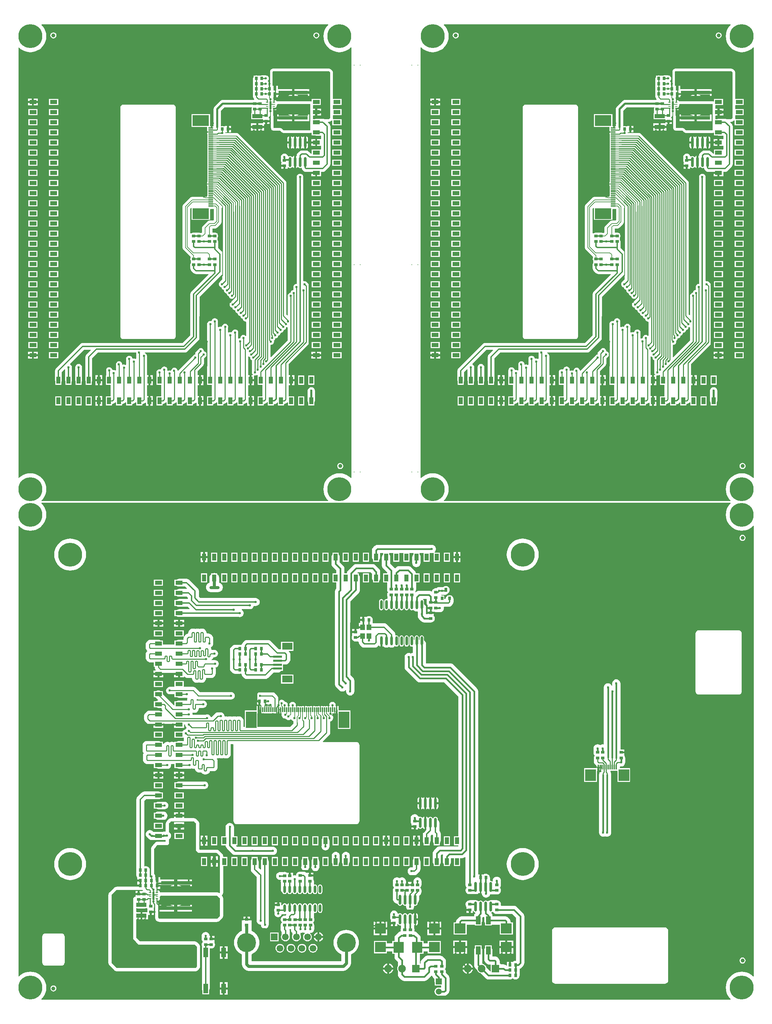
<source format=gbl>
G04 Layer_Physical_Order=2*
G04 Layer_Color=16711680*
%FSLAX44Y44*%
%MOMM*%
G71*
G01*
G75*
%ADD10C,1.0000*%
%ADD12C,0.4500*%
%ADD13C,0.2500*%
%ADD14C,0.3500*%
%ADD15C,0.8000*%
%ADD16C,0.2000*%
%ADD17C,0.3000*%
%ADD18R,1.9000X1.9000*%
%ADD19C,1.9000*%
%ADD20C,1.6900*%
%ADD21R,1.6900X1.6900*%
%ADD22C,4.7600*%
%ADD23C,1.5000*%
%ADD24R,1.5000X1.5000*%
%ADD25C,6.0000*%
%ADD26C,0.6000*%
%ADD27R,1.2000X2.4000*%
%ADD28R,0.9000X0.8000*%
%ADD29R,2.7000X4.1000*%
%ADD30R,0.3000X1.2000*%
%ADD31O,0.6000X2.3000*%
G04:AMPARAMS|DCode=32|XSize=3mm|YSize=5mm|CornerRadius=0.75mm|HoleSize=0mm|Usage=FLASHONLY|Rotation=90.000|XOffset=0mm|YOffset=0mm|HoleType=Round|Shape=RoundedRectangle|*
%AMROUNDEDRECTD32*
21,1,3.0000,3.5000,0,0,90.0*
21,1,1.5000,5.0000,0,0,90.0*
1,1,1.5000,1.7500,0.7500*
1,1,1.5000,1.7500,-0.7500*
1,1,1.5000,-1.7500,-0.7500*
1,1,1.5000,-1.7500,0.7500*
%
%ADD32ROUNDEDRECTD32*%
%ADD33R,1.0160X1.8034*%
%ADD34R,1.0000X1.8000*%
%ADD35R,1.8034X1.0160*%
%ADD36R,1.8000X1.0000*%
%ADD37R,2.6000X1.8000*%
%ADD38R,2.2000X0.6000*%
%ADD39R,2.7000X3.0000*%
%ADD40R,0.6500X0.9000*%
%ADD41R,0.6500X1.1000*%
%ADD42R,1.1498X1.3995*%
%ADD43R,0.8000X0.9000*%
%ADD44R,0.5600X2.1500*%
G04:AMPARAMS|DCode=45|XSize=0.25mm|YSize=0.7mm|CornerRadius=0.0625mm|HoleSize=0mm|Usage=FLASHONLY|Rotation=270.000|XOffset=0mm|YOffset=0mm|HoleType=Round|Shape=RoundedRectangle|*
%AMROUNDEDRECTD45*
21,1,0.2500,0.5750,0,0,270.0*
21,1,0.1250,0.7000,0,0,270.0*
1,1,0.1250,-0.2875,-0.0625*
1,1,0.1250,-0.2875,0.0625*
1,1,0.1250,0.2875,0.0625*
1,1,0.1250,0.2875,-0.0625*
%
%ADD45ROUNDEDRECTD45*%
%ADD46R,2.6000X1.1000*%
%ADD47O,0.7000X2.5000*%
%ADD48R,2.6162X2.7432*%
%ADD49R,1.2000X2.0000*%
%ADD50R,2.7432X2.6162*%
%ADD51R,7.3000X0.9500*%
%ADD52O,0.6000X1.9000*%
%ADD53R,1.2000X0.3000*%
%ADD54R,4.1000X2.7000*%
%ADD55R,7.3000X0.9500*%
%ADD56R,2.6000X1.1000*%
%ADD57C,0.5000*%
%ADD58C,0.3450*%
G36*
X1790140Y1246808D02*
X1789628Y1246372D01*
X1785539Y1241584D01*
X1782249Y1236216D01*
X1779840Y1230399D01*
X1778370Y1224277D01*
X1777876Y1218000D01*
X1778370Y1211723D01*
X1779840Y1205601D01*
X1782249Y1199784D01*
X1785539Y1194416D01*
X1789628Y1189628D01*
X1794416Y1185539D01*
X1799784Y1182250D01*
X1805601Y1179840D01*
X1811723Y1178370D01*
X1818000Y1177876D01*
X1824277Y1178370D01*
X1830399Y1179840D01*
X1836216Y1182250D01*
X1841584Y1185539D01*
X1846372Y1189628D01*
X1846808Y1190140D01*
X1848000Y1189700D01*
Y60300D01*
X1846808Y59860D01*
X1846372Y60372D01*
X1841584Y64461D01*
X1836216Y67751D01*
X1830399Y70160D01*
X1824277Y71630D01*
X1818000Y72124D01*
X1811723Y71630D01*
X1805601Y70160D01*
X1799784Y67751D01*
X1794416Y64461D01*
X1789628Y60372D01*
X1785539Y55584D01*
X1782249Y50216D01*
X1779840Y44399D01*
X1778370Y38277D01*
X1777876Y32000D01*
X1778370Y25723D01*
X1779840Y19601D01*
X1782249Y13784D01*
X1785539Y8416D01*
X1789628Y3628D01*
X1790140Y3192D01*
X1789700Y2000D01*
X60300D01*
X59860Y3192D01*
X60372Y3628D01*
X64461Y8416D01*
X67751Y13784D01*
X70160Y19601D01*
X71630Y25723D01*
X72124Y32000D01*
X71630Y38277D01*
X70160Y44399D01*
X67751Y50216D01*
X64461Y55584D01*
X60372Y60372D01*
X55584Y64461D01*
X50216Y67751D01*
X44399Y70160D01*
X38277Y71630D01*
X32000Y72124D01*
X25723Y71630D01*
X19601Y70160D01*
X13784Y67751D01*
X8416Y64461D01*
X3628Y60372D01*
X3192Y59860D01*
X2000Y60300D01*
Y1189700D01*
X3192Y1190140D01*
X3628Y1189628D01*
X8416Y1185539D01*
X13784Y1182250D01*
X19601Y1179840D01*
X25723Y1178370D01*
X32000Y1177876D01*
X38277Y1178370D01*
X44399Y1179840D01*
X50216Y1182250D01*
X55584Y1185539D01*
X60372Y1189628D01*
X64461Y1194416D01*
X67751Y1199784D01*
X70160Y1205601D01*
X71630Y1211723D01*
X72124Y1218000D01*
X71630Y1224277D01*
X70160Y1230399D01*
X67751Y1236216D01*
X64461Y1241584D01*
X60372Y1246372D01*
X59860Y1246808D01*
X60300Y1248000D01*
X1789700D01*
X1790140Y1246808D01*
D02*
G37*
%LPC*%
G36*
X798804Y372634D02*
X796258Y372299D01*
X793887Y371316D01*
X791850Y369754D01*
X791548Y369452D01*
X789985Y367415D01*
X789003Y365043D01*
X788835Y363771D01*
X788668Y362498D01*
X788668Y362498D01*
Y348400D01*
X789003Y345855D01*
X789985Y343483D01*
X790922Y342262D01*
Y336883D01*
X806082D01*
Y342262D01*
X807018Y343483D01*
X808001Y345855D01*
X808336Y348400D01*
Y360507D01*
X808638Y362800D01*
X808303Y365345D01*
X807320Y367717D01*
X805757Y369754D01*
X803721Y371316D01*
X801349Y372299D01*
X798804Y372634D01*
D02*
G37*
G36*
X824204D02*
X821658Y372299D01*
X819287Y371316D01*
X817250Y369754D01*
X816948Y369452D01*
X815385Y367415D01*
X814403Y365043D01*
X814235Y363771D01*
X814068Y362498D01*
X814068Y362498D01*
Y348400D01*
X814403Y345855D01*
X815385Y343483D01*
X816322Y342262D01*
Y336883D01*
X831482D01*
Y342262D01*
X832418Y343483D01*
X833401Y345855D01*
X833736Y348400D01*
Y360507D01*
X834038Y362800D01*
X833703Y365345D01*
X832720Y367717D01*
X831157Y369754D01*
X829121Y371316D01*
X826749Y372299D01*
X824204Y372634D01*
D02*
G37*
G36*
X856882Y359917D02*
X841722D01*
Y336883D01*
X856882D01*
Y359917D01*
D02*
G37*
G36*
X780682D02*
X765522D01*
Y336883D01*
X780682D01*
Y359917D01*
D02*
G37*
G36*
X653682D02*
X638522D01*
Y336883D01*
X653682D01*
Y359917D01*
D02*
G37*
G36*
X679082D02*
X663922D01*
Y336883D01*
X679082D01*
Y359917D01*
D02*
G37*
G36*
X704482D02*
X689322D01*
Y336883D01*
X704482D01*
Y359917D01*
D02*
G37*
G36*
X983882D02*
X968722D01*
Y336883D01*
X983882D01*
Y359917D01*
D02*
G37*
G36*
X1034682D02*
X1019522D01*
Y336883D01*
X1034682D01*
Y359917D01*
D02*
G37*
G36*
X532672Y445338D02*
X529996Y444986D01*
X527503Y443953D01*
X525362Y442310D01*
X523718Y440169D01*
X522686Y437676D01*
X522333Y435000D01*
Y411917D01*
X511522D01*
Y388883D01*
X522333D01*
Y388587D01*
X522686Y385911D01*
X523718Y383418D01*
X525362Y381277D01*
X538949Y367690D01*
X541090Y366047D01*
X543583Y365014D01*
X546259Y364662D01*
X641000D01*
X643676Y365014D01*
X646169Y366047D01*
X648310Y367690D01*
X649953Y369831D01*
X650986Y372324D01*
X651338Y375000D01*
X650986Y377676D01*
X649953Y380169D01*
X648310Y382310D01*
X646169Y383953D01*
X643676Y384986D01*
X641000Y385338D01*
X550541D01*
X548170Y387710D01*
X548656Y388883D01*
X552082D01*
Y411917D01*
X543010D01*
Y435000D01*
X542658Y437676D01*
X541625Y440169D01*
X539982Y442310D01*
X537841Y443953D01*
X535348Y444986D01*
X532672Y445338D01*
D02*
G37*
G36*
X958482Y359917D02*
X943322D01*
Y336883D01*
X958482D01*
Y359917D01*
D02*
G37*
G36*
X882282D02*
X867122D01*
Y336883D01*
X882282D01*
Y359917D01*
D02*
G37*
G36*
X907682D02*
X892522D01*
Y336883D01*
X907682D01*
Y359917D01*
D02*
G37*
G36*
X933082D02*
X917922D01*
Y336883D01*
X933082D01*
Y359917D01*
D02*
G37*
G36*
X132000Y382124D02*
X125723Y381630D01*
X119601Y380160D01*
X113784Y377751D01*
X108416Y374461D01*
X103628Y370372D01*
X99539Y365584D01*
X96250Y360216D01*
X93840Y354399D01*
X92370Y348277D01*
X91876Y342000D01*
X92370Y335723D01*
X93840Y329601D01*
X96250Y323784D01*
X99539Y318416D01*
X103628Y313628D01*
X108416Y309539D01*
X113784Y306250D01*
X119601Y303840D01*
X125723Y302370D01*
X132000Y301876D01*
X138277Y302370D01*
X144399Y303840D01*
X150216Y306250D01*
X155584Y309539D01*
X160372Y313628D01*
X164461Y318416D01*
X167750Y323784D01*
X170160Y329601D01*
X171630Y335723D01*
X172124Y342000D01*
X171630Y348277D01*
X170160Y354399D01*
X167750Y360216D01*
X164461Y365584D01*
X160372Y370372D01*
X155584Y374461D01*
X150216Y377751D01*
X144399Y380160D01*
X138277Y381630D01*
X132000Y382124D01*
D02*
G37*
G36*
X1268000D02*
X1261723Y381630D01*
X1255601Y380160D01*
X1249784Y377751D01*
X1244416Y374461D01*
X1239629Y370372D01*
X1235539Y365584D01*
X1232250Y360216D01*
X1229840Y354399D01*
X1228371Y348277D01*
X1227877Y342000D01*
X1228371Y335723D01*
X1229840Y329601D01*
X1232250Y323784D01*
X1235539Y318416D01*
X1239629Y313628D01*
X1244416Y309539D01*
X1249784Y306250D01*
X1255601Y303840D01*
X1261723Y302370D01*
X1268000Y301876D01*
X1274277Y302370D01*
X1280399Y303840D01*
X1286216Y306250D01*
X1291584Y309539D01*
X1296372Y313628D01*
X1300461Y318416D01*
X1303751Y323784D01*
X1306160Y329601D01*
X1307630Y335723D01*
X1308124Y342000D01*
X1307630Y348277D01*
X1306160Y354399D01*
X1303751Y360216D01*
X1300461Y365584D01*
X1296372Y370372D01*
X1291584Y374461D01*
X1286216Y377751D01*
X1280399Y380160D01*
X1274277Y381630D01*
X1268000Y382124D01*
D02*
G37*
G36*
X718002Y322832D02*
X718001Y322832D01*
X709000D01*
X706455Y322497D01*
X704083Y321515D01*
X702046Y319952D01*
X700483Y317915D01*
X699501Y315544D01*
X699349Y314390D01*
X697961Y313576D01*
X696000Y313834D01*
X693455Y313499D01*
X692346Y313040D01*
X691290Y313745D01*
Y320248D01*
X685790D01*
Y312748D01*
X680790D01*
Y320248D01*
X676536D01*
X675207Y321268D01*
X672835Y322251D01*
X670290Y322586D01*
X667745Y322251D01*
X666739Y321834D01*
X659000D01*
X656455Y321499D01*
X654083Y320517D01*
X652046Y318954D01*
X650483Y316917D01*
X649501Y314545D01*
X649166Y312000D01*
X649501Y309455D01*
X650483Y307083D01*
X652046Y305046D01*
X654083Y303483D01*
X656455Y302501D01*
X659000Y302166D01*
X659938D01*
X660738Y300896D01*
X660456Y298752D01*
X660716Y296777D01*
Y278500D01*
X661051Y275955D01*
X662033Y273583D01*
X663596Y271546D01*
X665291Y270246D01*
X665369Y269854D01*
X666585Y268035D01*
X668404Y266819D01*
X670550Y266392D01*
X672696Y266819D01*
X674515Y268035D01*
X675731Y269854D01*
X675809Y270246D01*
X676900Y271083D01*
X677991Y270246D01*
X678069Y269854D01*
X679285Y268035D01*
X681104Y266819D01*
X683250Y266392D01*
X685396Y266819D01*
X687215Y268035D01*
X688431Y269854D01*
X688509Y270246D01*
X689600Y271083D01*
X690691Y270246D01*
X690769Y269854D01*
X691985Y268035D01*
X693804Y266819D01*
X695950Y266392D01*
X698096Y266819D01*
X699915Y268035D01*
X701131Y269854D01*
X701209Y270246D01*
X702300Y271083D01*
X703391Y270246D01*
X703469Y269854D01*
X704685Y268035D01*
X706504Y266819D01*
X708650Y266392D01*
X710796Y266819D01*
X712615Y268035D01*
X713831Y269854D01*
X713909Y270246D01*
X715000Y271083D01*
X716091Y270246D01*
X716169Y269854D01*
X717385Y268035D01*
X719204Y266819D01*
X721350Y266392D01*
X723496Y266819D01*
X725315Y268035D01*
X726531Y269854D01*
X726609Y270246D01*
X727700Y271083D01*
X728791Y270246D01*
X728869Y269854D01*
X730085Y268035D01*
X731904Y266819D01*
X734050Y266392D01*
X736196Y266819D01*
X738015Y268035D01*
X739231Y269854D01*
X739259Y269996D01*
X740355Y270675D01*
X741498Y270211D01*
X741569Y269854D01*
X742785Y268035D01*
X744604Y266819D01*
X746750Y266392D01*
X748896Y266819D01*
X750715Y268035D01*
X751931Y269854D01*
X752358Y272000D01*
Y285000D01*
X751931Y287146D01*
X750715Y288965D01*
X748896Y290181D01*
X746750Y290608D01*
X745154Y290290D01*
X743884Y291111D01*
Y298948D01*
X743884Y298948D01*
X743549Y301494D01*
X742567Y303865D01*
X742219Y304319D01*
X742000Y305498D01*
X742000Y305498D01*
X742000Y305498D01*
Y310498D01*
X734000D01*
Y312998D01*
X731500D01*
Y320498D01*
X726000D01*
Y320490D01*
X724730Y320125D01*
X722919Y321515D01*
X720547Y322497D01*
X719274Y322665D01*
X718002Y322832D01*
D02*
G37*
G36*
X1004000Y308834D02*
X1001455Y308499D01*
X999083Y307517D01*
X997046Y305954D01*
X995483Y303917D01*
X994501Y301545D01*
X994166Y299000D01*
X994166Y298999D01*
Y297498D01*
X993500D01*
Y289998D01*
X988500D01*
Y297498D01*
X980500D01*
Y289998D01*
X975500D01*
Y297498D01*
X974834D01*
Y299000D01*
X974834Y299000D01*
X974499Y301545D01*
X973517Y303917D01*
X971954Y305954D01*
X969917Y307517D01*
X967545Y308499D01*
X965000Y308834D01*
X962455Y308499D01*
X960083Y307517D01*
X958500Y306302D01*
X956917Y307517D01*
X954545Y308499D01*
X952000Y308834D01*
X949455Y308499D01*
X947083Y307517D01*
X945046Y305954D01*
X943483Y303917D01*
X942501Y301545D01*
X942166Y299000D01*
X942166Y298999D01*
Y290002D01*
X942501Y287456D01*
X943484Y285085D01*
X945046Y283048D01*
Y282955D01*
X943484Y280919D01*
X942501Y278547D01*
X942166Y276002D01*
Y254000D01*
X942166Y254000D01*
X942334Y252727D01*
X942501Y251455D01*
X943484Y249083D01*
X945046Y247046D01*
X946546Y245546D01*
X946546Y245546D01*
X948583Y243983D01*
X950955Y243001D01*
X953500Y242666D01*
X953500Y242666D01*
X953998D01*
X954298Y241159D01*
X955624Y239174D01*
X957609Y237848D01*
X959950Y237383D01*
X962291Y237848D01*
X964276Y239174D01*
X965602Y241159D01*
X965653Y241414D01*
X966947D01*
X966998Y241159D01*
X968324Y239174D01*
X970309Y237848D01*
X972650Y237383D01*
X974246Y237700D01*
X975516Y236788D01*
Y234350D01*
X975851Y231805D01*
X976833Y229433D01*
X978396Y227396D01*
X980433Y225833D01*
X982805Y224851D01*
X985350Y224516D01*
X987895Y224851D01*
X990267Y225833D01*
X992304Y227396D01*
X993867Y229433D01*
X994849Y231805D01*
X995184Y234350D01*
Y236788D01*
X996454Y237700D01*
X998050Y237383D01*
X1000391Y237848D01*
X1002376Y239174D01*
X1003702Y241159D01*
X1004168Y243500D01*
Y244905D01*
X1005004Y245546D01*
X1006567Y247583D01*
X1007549Y249955D01*
X1007884Y252500D01*
Y261977D01*
X1010954Y265046D01*
X1010954Y265046D01*
X1012517Y267083D01*
X1013499Y269455D01*
X1013834Y272000D01*
X1013834Y272000D01*
Y276002D01*
X1013499Y278547D01*
X1012517Y280919D01*
X1010954Y282955D01*
Y283048D01*
X1012517Y285085D01*
X1013499Y287456D01*
X1013834Y290002D01*
Y299000D01*
X1013834Y299000D01*
X1013499Y301545D01*
X1012517Y303917D01*
X1010954Y305954D01*
X1008917Y307517D01*
X1006545Y308499D01*
X1004000Y308834D01*
D02*
G37*
G36*
X651500Y247498D02*
X646000D01*
Y242498D01*
X651500D01*
Y247498D01*
D02*
G37*
G36*
X759450Y290608D02*
X757304Y290181D01*
X755485Y288965D01*
X754269Y287146D01*
X753842Y285000D01*
Y272000D01*
X754269Y269854D01*
X755485Y268035D01*
X757304Y266819D01*
X759450Y266392D01*
X761596Y266819D01*
X763415Y268035D01*
X764631Y269854D01*
X765058Y272000D01*
Y285000D01*
X764631Y287146D01*
X763415Y288965D01*
X761596Y290181D01*
X759450Y290608D01*
D02*
G37*
G36*
X353401Y524036D02*
X318000D01*
X315455Y523701D01*
X313083Y522718D01*
X311046Y521155D01*
X311046Y521155D01*
X301048Y511157D01*
X299485Y509120D01*
X298503Y506749D01*
X298335Y505476D01*
X298167Y504203D01*
X298167Y504203D01*
Y314000D01*
X298503Y311455D01*
X299485Y309083D01*
X300502Y307758D01*
Y303500D01*
X308002D01*
Y298500D01*
X300502D01*
Y296000D01*
X300498D01*
Y290500D01*
X307998D01*
Y285500D01*
X300498D01*
Y285069D01*
X249061D01*
X249057Y285069D01*
X249055D01*
X249049Y285068D01*
X249044Y285068D01*
X248517Y285068D01*
X248416Y285054D01*
X248375Y285059D01*
X247988Y285002D01*
X247517Y285004D01*
X247475Y284993D01*
X247471D01*
X247440Y284985D01*
X247433D01*
X247068Y284887D01*
X246979Y284863D01*
X246429Y284790D01*
X246353Y284759D01*
X246291Y284750D01*
X246291Y284750D01*
X245902Y284581D01*
X245479Y284470D01*
X245461Y284463D01*
X245449Y284456D01*
X245435Y284452D01*
X245432Y284451D01*
X245417Y284443D01*
X245395Y284437D01*
X245388Y284433D01*
X245384Y284431D01*
X245380Y284430D01*
X245359Y284422D01*
X245303Y284389D01*
X244616Y284105D01*
X244610Y284101D01*
X244544Y284083D01*
X244529Y284077D01*
X244079Y283816D01*
X243613Y283623D01*
X243612Y283622D01*
X243594Y283615D01*
X243590Y283612D01*
X243539Y283574D01*
X243482Y283549D01*
X243121Y283263D01*
X242719Y283030D01*
X242715Y283027D01*
X242708Y283021D01*
X242707Y283020D01*
X242551Y282864D01*
X242339Y282652D01*
X241917Y282328D01*
X231045Y271456D01*
X231044Y271455D01*
X231042Y271452D01*
X231035Y271444D01*
X231021Y271430D01*
X231015Y271425D01*
X231011Y271420D01*
X230671Y271080D01*
X230666Y271074D01*
X230661Y271070D01*
X230356Y270672D01*
X230355Y270671D01*
X230353Y270669D01*
X230352Y270667D01*
X230347Y270661D01*
X230346Y270660D01*
X230342Y270654D01*
X230341Y270653D01*
X230338Y270649D01*
X229969Y270280D01*
X229708Y269827D01*
X229387Y269410D01*
X229385Y269403D01*
X229380Y269398D01*
X229379Y269395D01*
X229366Y269363D01*
X229358Y269353D01*
X229357Y269352D01*
X229171Y268897D01*
X228916Y268455D01*
X228908Y268436D01*
X228908Y268435D01*
X228871Y268345D01*
X228855Y268287D01*
X228584Y267632D01*
X228583Y267630D01*
X228553Y267577D01*
X228548Y267565D01*
X228535Y267517D01*
X228510Y267473D01*
X228392Y267011D01*
X228213Y266578D01*
X228212Y266574D01*
X228206Y266560D01*
X228137Y266039D01*
X228001Y265531D01*
X228001Y265481D01*
X227988Y265432D01*
X227988Y265432D01*
X227994Y264949D01*
X227931Y264471D01*
Y264471D01*
X227931Y264470D01*
Y95057D01*
X227931Y95055D01*
X227931Y94532D01*
X227941Y94454D01*
X227940Y94444D01*
X227950Y94371D01*
X227943Y94296D01*
X227961Y94177D01*
X227950Y93989D01*
X228005Y93713D01*
X228005Y93469D01*
X228019Y93414D01*
X228020Y93370D01*
X228132Y92968D01*
X228179Y92554D01*
X228180Y92553D01*
X228198Y92508D01*
X228206Y92443D01*
X228221Y92408D01*
X228223Y92388D01*
X228229Y92374D01*
X228232Y92358D01*
X228240Y92328D01*
X228263Y92273D01*
X228272Y92215D01*
X228272Y92215D01*
X228333Y92079D01*
X228364Y91924D01*
X228369Y91908D01*
X228482Y91680D01*
X228548Y91434D01*
X228550Y91429D01*
X228574Y91388D01*
X228587Y91341D01*
X228588Y91339D01*
X228614Y91295D01*
X228828Y90779D01*
X228836Y90746D01*
X228838Y90742D01*
X228862Y90697D01*
X228886Y90638D01*
X228886Y90638D01*
X228902Y90580D01*
X228911Y90559D01*
X228976Y90445D01*
X229014Y90319D01*
X229015Y90317D01*
X229173Y90063D01*
X229273Y89804D01*
X229273Y89803D01*
X229274Y89802D01*
X229282Y89782D01*
X229282Y89782D01*
X229314Y89739D01*
X229335Y89684D01*
X229335Y89684D01*
X229361Y89649D01*
X229379Y89608D01*
X229388Y89592D01*
X229389Y89591D01*
X229389Y89590D01*
X229545Y89387D01*
X229654Y89165D01*
X229654Y89164D01*
X229764Y89038D01*
X229844Y88891D01*
X229917Y88815D01*
X229964Y88734D01*
X230051Y88647D01*
X230125Y88527D01*
X230354Y88312D01*
X230523Y88080D01*
X230560Y88050D01*
X230599Y87999D01*
X230624Y87979D01*
X230669Y87920D01*
X230670Y87919D01*
X230671Y87918D01*
X231040Y87549D01*
X231041Y87548D01*
X231042Y87547D01*
X242547Y76042D01*
X242549Y76040D01*
X242914Y75675D01*
X242951Y75647D01*
X242980Y75610D01*
X243778Y75012D01*
X243877Y74913D01*
X243998Y74843D01*
X244585Y74393D01*
X244619Y74378D01*
X244647Y74357D01*
X244665Y74347D01*
X244665Y74347D01*
X244671Y74344D01*
X244686Y74335D01*
X244687Y74335D01*
X244695Y74330D01*
X244855Y74266D01*
X245343Y74067D01*
X245701Y73860D01*
X246354Y73589D01*
X246401Y73563D01*
X246433Y73549D01*
X246947Y73411D01*
X247405Y73221D01*
X247413Y73220D01*
X247446Y73207D01*
X247950Y73140D01*
X248448Y73005D01*
X248456Y73004D01*
X248462Y73004D01*
X248468Y73002D01*
X248994Y73002D01*
X248998Y73001D01*
X249002Y73000D01*
X249011D01*
X249012Y73000D01*
X249017Y72999D01*
X249018Y72999D01*
X249024D01*
X249534Y72931D01*
X250054Y72931D01*
X250054Y72931D01*
X250058Y72931D01*
X250061D01*
X250062Y72931D01*
X444942D01*
X444944Y72931D01*
X445470D01*
X445823Y72978D01*
X446178Y72962D01*
X446383Y73008D01*
X446557Y73008D01*
X446993Y73126D01*
X447442Y73177D01*
X447442Y73178D01*
X447492Y73197D01*
X447558Y73206D01*
X447581Y73216D01*
X447587Y73217D01*
X447589Y73217D01*
X447590Y73217D01*
X447596Y73219D01*
X447901Y73345D01*
X448235Y73420D01*
X448249Y73425D01*
X448412Y73510D01*
X448590Y73558D01*
X448598Y73561D01*
X448648Y73590D01*
X449285Y73854D01*
X449334Y73867D01*
X449373Y73889D01*
X449417Y73901D01*
X449462Y73920D01*
X449835Y74135D01*
X450237Y74290D01*
X450237Y74290D01*
X450317Y74348D01*
X450363Y74367D01*
X450363Y74367D01*
X450408Y74386D01*
X450825Y74706D01*
X451169Y74900D01*
X451169Y74900D01*
X451184Y74914D01*
X451286Y74973D01*
X451590Y75277D01*
X451939Y75532D01*
X452001Y75608D01*
X452079Y75668D01*
X452452Y76041D01*
X452455Y76043D01*
X454955Y78544D01*
X454956Y78545D01*
X454958Y78548D01*
X454965Y78556D01*
X454980Y78570D01*
X454985Y78575D01*
X454989Y78580D01*
X455330Y78920D01*
X455334Y78926D01*
X455339Y78930D01*
X455644Y79328D01*
X455645Y79329D01*
X455647Y79331D01*
X455648Y79333D01*
X455653Y79339D01*
X455654Y79340D01*
X455658Y79346D01*
X455659Y79347D01*
X455662Y79351D01*
X456031Y79720D01*
X456292Y80173D01*
X456613Y80590D01*
X456615Y80597D01*
X456620Y80603D01*
X456621Y80605D01*
X456634Y80637D01*
X456642Y80647D01*
X456643Y80648D01*
X456829Y81103D01*
X457084Y81545D01*
X457092Y81564D01*
X457092Y81565D01*
X457129Y81655D01*
X457145Y81713D01*
X457416Y82368D01*
X457417Y82370D01*
X457447Y82423D01*
X457452Y82435D01*
X457465Y82483D01*
X457490Y82527D01*
X457608Y82989D01*
X457787Y83422D01*
X457788Y83426D01*
X457794Y83440D01*
X457863Y83961D01*
X457999Y84469D01*
X457999Y84519D01*
X458012Y84568D01*
X458012Y84568D01*
X458006Y85051D01*
X458069Y85529D01*
Y85529D01*
X458069Y85530D01*
Y133941D01*
X458069Y133944D01*
Y133961D01*
X458064Y133993D01*
X458066Y134444D01*
X458000Y134964D01*
Y134995D01*
X457999Y134998D01*
X457997Y135007D01*
X457997Y135533D01*
X457864Y136027D01*
X457799Y136534D01*
X457782Y136576D01*
X457780Y136592D01*
X457588Y137056D01*
X457450Y137568D01*
X457440Y137594D01*
X457413Y137641D01*
X457262Y138005D01*
X457261Y138006D01*
X457105Y138382D01*
X457105Y138383D01*
X457089Y138442D01*
X457081Y138461D01*
X456826Y138903D01*
X456633Y139376D01*
X456632Y139376D01*
X456622Y139390D01*
X456615Y139407D01*
X456292Y139827D01*
X456028Y140285D01*
X455667Y140646D01*
X455358Y141053D01*
X455343Y141064D01*
X455332Y141078D01*
X454960Y141451D01*
X454956Y141455D01*
X451455Y144957D01*
X451451Y144960D01*
X451090Y145320D01*
X451024Y145371D01*
X451012Y145386D01*
X450850Y145509D01*
X450709Y145671D01*
X450488Y145821D01*
X450380Y145928D01*
X450274Y146034D01*
X450272Y146035D01*
X450270Y146037D01*
X450250Y146052D01*
X450229Y146064D01*
X450225Y146068D01*
X449805Y146307D01*
X449419Y146603D01*
X449377Y146620D01*
X449331Y146655D01*
X449329Y146656D01*
X449138Y146734D01*
X448964Y146851D01*
X448964Y146851D01*
X448697Y146943D01*
X448449Y147086D01*
X448442Y147089D01*
X448440Y147090D01*
X448379Y147115D01*
X448319Y147131D01*
X448319Y147132D01*
X447721Y147379D01*
X447673Y147407D01*
X447577Y147447D01*
X447528Y147460D01*
X447485Y147485D01*
X447472Y147488D01*
X447460Y147495D01*
X447458Y147495D01*
X447018Y147607D01*
X446691Y147743D01*
X446688Y147744D01*
X446678Y147745D01*
X446669Y147749D01*
X446658Y147750D01*
X446547Y147796D01*
X446036Y147862D01*
X445542Y147995D01*
X445494Y147995D01*
X445444Y148008D01*
X445429Y148007D01*
X445415Y148011D01*
X444935Y148004D01*
X444458Y148066D01*
X444009Y148064D01*
X443974Y148069D01*
X443958D01*
X443956Y148069D01*
X443945D01*
X443944Y148069D01*
X443941D01*
X443939Y148069D01*
X435000D01*
X307342Y148069D01*
X302706Y152706D01*
X298069Y157342D01*
Y195816D01*
Y203500D01*
X308500D01*
Y212500D01*
Y221500D01*
X298967D01*
X298069Y222398D01*
Y222770D01*
X298069Y222770D01*
X298069Y231166D01*
X299335Y231420D01*
X301585Y230488D01*
X304000Y230170D01*
X317000D01*
X319415Y230488D01*
X321665Y231420D01*
X321769Y231500D01*
X325076D01*
X325811Y230725D01*
X326000Y229502D01*
X326000D01*
X326000Y229502D01*
Y221500D01*
X313500D01*
Y212500D01*
Y203500D01*
X327500D01*
Y214502D01*
X331500D01*
Y222002D01*
X334000D01*
Y224502D01*
X342000D01*
Y229502D01*
X342000Y229502D01*
X342000D01*
X341646Y230772D01*
X342080Y231337D01*
X343012Y233587D01*
X343167Y234765D01*
X344300Y235172D01*
X345261Y234380D01*
Y222000D01*
Y207731D01*
X345261Y207727D01*
Y207725D01*
X345262Y207721D01*
X345261Y207717D01*
X345262Y207191D01*
X345329Y206684D01*
Y206681D01*
X345329Y206681D01*
X345330Y206678D01*
X345330Y206676D01*
Y206675D01*
X345331Y206672D01*
X345331Y206672D01*
X345332Y206661D01*
X345332Y206138D01*
X345469Y205630D01*
X345538Y205104D01*
X345539Y205100D01*
X345547Y205082D01*
X345547Y205080D01*
X345547Y205078D01*
X345742Y204609D01*
X345878Y204104D01*
X345885Y204088D01*
X345915Y204036D01*
X345915Y204035D01*
X346224Y203289D01*
X346232Y203274D01*
X346253Y203199D01*
X346254Y203196D01*
X346262Y203182D01*
X346267Y203166D01*
X346274Y203148D01*
X346300Y203104D01*
X346314Y203058D01*
X346415Y202890D01*
X346478Y202709D01*
X346604Y202523D01*
X346689Y202314D01*
X346689Y202314D01*
X346699Y202300D01*
X346706Y202285D01*
X346707Y202284D01*
X346707Y202283D01*
X346707Y202283D01*
X346716Y202262D01*
X346758Y202208D01*
X346775Y202167D01*
X346776Y202166D01*
X347070Y201796D01*
X347114Y201721D01*
X347315Y201376D01*
X347319Y201372D01*
X347343Y201332D01*
X347378Y201297D01*
X347403Y201255D01*
X347404Y201255D01*
X347567Y201098D01*
X347658Y200964D01*
X347819Y200824D01*
X347998Y200591D01*
X347999Y200590D01*
X347999Y200590D01*
X348371Y200218D01*
X348371Y200218D01*
X348372Y200217D01*
X348544Y200044D01*
X348546Y200043D01*
X348548Y200041D01*
X348549Y200040D01*
X348910Y199680D01*
X348981Y199625D01*
X348997Y199605D01*
X349338Y199348D01*
X349339Y199347D01*
X349341Y199346D01*
X349342Y199345D01*
X349354Y199336D01*
X349620Y199072D01*
X349726Y198966D01*
X349728Y198965D01*
X349730Y198963D01*
X349750Y198948D01*
X349781Y198930D01*
X349793Y198919D01*
X350161Y198711D01*
X350493Y198447D01*
X350546Y198424D01*
X350581Y198397D01*
X350611Y198385D01*
X350644Y198360D01*
X350663Y198352D01*
X350681Y198338D01*
X350712Y198321D01*
X351155Y198142D01*
X351551Y197914D01*
X351560Y197910D01*
X351570Y197908D01*
X351579Y197902D01*
X351604Y197896D01*
X351627Y197883D01*
X351630Y197882D01*
X351681Y197868D01*
X352279Y197621D01*
X352327Y197593D01*
X352423Y197553D01*
X352472Y197540D01*
X352515Y197515D01*
X352538Y197509D01*
X352559Y197498D01*
X352561Y197497D01*
X352991Y197390D01*
X353309Y197257D01*
X353313Y197256D01*
X353322Y197255D01*
X353331Y197251D01*
X353342Y197250D01*
X353453Y197204D01*
X353683Y197174D01*
X353904Y197098D01*
X354187Y197078D01*
X354458Y197005D01*
X354506Y197005D01*
X354556Y196992D01*
X354581Y196993D01*
X354605Y196987D01*
X355075Y196995D01*
X355542Y196935D01*
X355991Y196936D01*
X356026Y196931D01*
X356042D01*
X356044Y196931D01*
X356055D01*
X356056Y196931D01*
X356060D01*
X356061Y196931D01*
X499942D01*
X499944Y196931D01*
X500471Y196931D01*
X500582Y196946D01*
X500625Y196941D01*
X501028Y197001D01*
X501106Y197001D01*
X501448Y196996D01*
X501465Y197001D01*
X501531Y197001D01*
X502036Y197137D01*
X502492Y197192D01*
X502495Y197192D01*
X502514Y197200D01*
X502560Y197206D01*
X502582Y197215D01*
X502583Y197215D01*
X502644Y197240D01*
X502709Y197250D01*
X502709Y197250D01*
X503088Y197415D01*
X503489Y197517D01*
X503489Y197517D01*
X503525Y197537D01*
X503565Y197548D01*
X503586Y197556D01*
X503636Y197586D01*
X504375Y197891D01*
X504428Y197906D01*
X504451Y197915D01*
X504506Y197947D01*
X504564Y197963D01*
X504965Y198202D01*
X505378Y198373D01*
X505378Y198373D01*
X505401Y198383D01*
X505403Y198384D01*
X505406Y198385D01*
X505407Y198386D01*
X505408Y198386D01*
X505416Y198393D01*
X505425Y198397D01*
X505427Y198398D01*
X505834Y198711D01*
X506277Y198967D01*
X506319Y199009D01*
X506373Y199041D01*
X506374Y199042D01*
X506701Y199378D01*
X507074Y199663D01*
X507448Y200037D01*
X507450Y200040D01*
X507455Y200044D01*
X512958Y205547D01*
X512960Y205549D01*
X513331Y205920D01*
X513331Y205921D01*
X513332Y205921D01*
X513374Y205976D01*
X513376Y205977D01*
X513422Y206038D01*
X513504Y206105D01*
X513565Y206190D01*
X513665Y206277D01*
X513825Y206514D01*
X514028Y206716D01*
X514046Y206747D01*
X514058Y206759D01*
X514298Y207181D01*
X514613Y207591D01*
X514613Y207592D01*
X514614Y207592D01*
X514616Y207597D01*
X514624Y207615D01*
X514624Y207615D01*
X514627Y207623D01*
X514632Y207629D01*
X514636Y207640D01*
X514643Y207649D01*
X514648Y207656D01*
X514648Y207656D01*
X514652Y207664D01*
X514683Y207740D01*
X514736Y207813D01*
X514736Y207814D01*
X514777Y207921D01*
X514845Y208022D01*
X514846Y208024D01*
X514846Y208025D01*
X514846Y208025D01*
X514939Y208293D01*
X515082Y208540D01*
X515083Y208543D01*
X515083Y208543D01*
X515084Y208544D01*
X515086Y208550D01*
X515091Y208570D01*
X515102Y208589D01*
X515105Y208597D01*
X515120Y208652D01*
X515290Y209064D01*
X515290Y209065D01*
X515291Y209065D01*
X515395Y209317D01*
X515424Y209366D01*
X515448Y209426D01*
X515570Y209878D01*
X515594Y209933D01*
X515599Y209971D01*
X515765Y210370D01*
X515768Y210395D01*
X515793Y210455D01*
X515856Y210933D01*
X515989Y211420D01*
X515993Y211446D01*
X515993Y211454D01*
X515995Y211460D01*
X515995Y211805D01*
X515996Y211984D01*
X515999Y211994D01*
X516000Y212003D01*
Y212017D01*
X516001Y212022D01*
X516001Y212023D01*
X516001Y212038D01*
X516068Y212544D01*
X516068Y213048D01*
X516068Y213048D01*
X516069Y213057D01*
Y213066D01*
X516069Y213067D01*
Y254939D01*
X516068Y254943D01*
X516069Y254944D01*
X516068Y255469D01*
X516001Y255982D01*
X516003Y256490D01*
X515994Y256525D01*
X515994Y256563D01*
X515993Y256571D01*
X515858Y257061D01*
X515793Y257558D01*
X515788Y257570D01*
X515787Y257573D01*
X515786Y257579D01*
X515784Y257584D01*
X515783Y257587D01*
X515596Y258040D01*
X515468Y258527D01*
X515461Y258544D01*
X515445Y258572D01*
X515437Y258603D01*
X515435Y258605D01*
X515433Y258614D01*
X515432Y258615D01*
X515401Y258670D01*
X515143Y259293D01*
X515129Y259345D01*
X515083Y259456D01*
X514836Y259885D01*
X514650Y260343D01*
X514650Y260344D01*
X514628Y260373D01*
X514614Y260407D01*
X514293Y260825D01*
X514031Y261281D01*
X513681Y261630D01*
X513383Y262027D01*
X513354Y262049D01*
X513332Y262079D01*
X513262Y262149D01*
X513071Y262575D01*
X513010Y263098D01*
X513052Y263640D01*
X513331Y263919D01*
X513331Y263919D01*
X513331Y263920D01*
X513339Y263930D01*
X513348Y263937D01*
X513634Y264312D01*
X513972Y264643D01*
X513983Y264661D01*
X513998Y264676D01*
X514013Y264701D01*
X514030Y264718D01*
X514292Y265172D01*
X514614Y265591D01*
X514618Y265602D01*
X514625Y265612D01*
X514626Y265613D01*
X514806Y266052D01*
X515046Y266455D01*
X515051Y266475D01*
X515062Y266494D01*
X515062Y266495D01*
X515069Y266519D01*
X515083Y266543D01*
X515090Y266560D01*
X515105Y266617D01*
X515418Y267372D01*
X515419Y267377D01*
X515451Y267432D01*
X515459Y267450D01*
X515593Y267956D01*
X515786Y268421D01*
X515786Y268422D01*
X515794Y268441D01*
X515828Y268699D01*
X515912Y268946D01*
X515912Y268947D01*
X515931Y269221D01*
X516001Y269486D01*
X516001Y270009D01*
X516069Y270529D01*
Y336883D01*
X526682D01*
Y359917D01*
X516069D01*
Y361466D01*
X516068Y361475D01*
X516068Y361480D01*
X515999Y361999D01*
X515999Y362358D01*
X515999Y362517D01*
X515999Y362519D01*
Y362527D01*
X515998Y362531D01*
X515862Y363038D01*
X515794Y363554D01*
X515792Y363559D01*
X515791Y363568D01*
X515789Y363574D01*
X515591Y364052D01*
X515457Y364552D01*
X515452Y364565D01*
X515420Y364622D01*
X515418Y364628D01*
X515106Y365381D01*
X515106Y365381D01*
X515090Y365439D01*
X515082Y365458D01*
X514819Y365915D01*
X514624Y366385D01*
X514624Y366385D01*
X514616Y366405D01*
X514294Y366824D01*
X514030Y367283D01*
X513656Y367656D01*
X513656Y367657D01*
X513655Y367658D01*
X513334Y368076D01*
X512961Y368450D01*
X512960Y368451D01*
X512957Y368455D01*
X506455Y374957D01*
X506451Y374960D01*
X506090Y375320D01*
X506024Y375371D01*
X506012Y375386D01*
X505850Y375509D01*
X505709Y375671D01*
X505488Y375821D01*
X505380Y375928D01*
X505274Y376034D01*
X505272Y376035D01*
X505270Y376037D01*
X505250Y376052D01*
X505229Y376064D01*
X505225Y376068D01*
X504805Y376307D01*
X504419Y376603D01*
X504377Y376620D01*
X504331Y376655D01*
X504329Y376656D01*
X504138Y376734D01*
X503964Y376851D01*
X503964Y376851D01*
X503697Y376943D01*
X503449Y377086D01*
X503442Y377089D01*
X503440Y377090D01*
X503379Y377115D01*
X503319Y377131D01*
X503319Y377132D01*
X502721Y377379D01*
X502673Y377407D01*
X502577Y377447D01*
X502528Y377460D01*
X502485Y377485D01*
X502472Y377488D01*
X502460Y377495D01*
X502458Y377495D01*
X502018Y377607D01*
X501691Y377743D01*
X501688Y377744D01*
X501678Y377745D01*
X501669Y377749D01*
X501658Y377750D01*
X501547Y377796D01*
X501036Y377862D01*
X500542Y377995D01*
X500494Y377995D01*
X500444Y378008D01*
X500429Y378008D01*
X500415Y378011D01*
X499935Y378004D01*
X499458Y378065D01*
X499009Y378064D01*
X498974Y378069D01*
X498958D01*
X498956Y378069D01*
X498945D01*
X498944Y378069D01*
X498941D01*
X498939Y378069D01*
X457342D01*
X456069Y379342D01*
Y429000D01*
Y443231D01*
X456037Y443473D01*
X456054Y443716D01*
X456040Y443953D01*
X455933Y444508D01*
X455894Y445072D01*
X455887Y445107D01*
X455728Y445570D01*
X455640Y446021D01*
X455418Y446478D01*
X455407Y446533D01*
X455395Y446568D01*
X455362Y446635D01*
X455202Y447098D01*
X455000Y447505D01*
X454988Y447539D01*
X454861Y447795D01*
X454721Y448003D01*
X454625Y448235D01*
X454624Y448237D01*
X454559Y448321D01*
X454559Y448321D01*
X454434Y448538D01*
X454176Y448874D01*
X454037Y449115D01*
X453974Y449198D01*
X453973Y449198D01*
X453973Y449198D01*
X453947Y449237D01*
X453829Y449439D01*
X453828Y449441D01*
X453641Y449627D01*
X453494Y449845D01*
X453328Y450032D01*
X453204Y450141D01*
X453152Y450209D01*
X453120Y450233D01*
X452927Y450485D01*
X449454Y453957D01*
X449443Y453965D01*
X449431Y453978D01*
X449425Y453985D01*
X449419Y453990D01*
X449089Y454321D01*
X449025Y454370D01*
X449012Y454386D01*
X448850Y454509D01*
X448709Y454671D01*
X448493Y454817D01*
X448282Y455029D01*
X448278Y455031D01*
X448274Y455034D01*
X448265Y455042D01*
X448233Y455060D01*
X448225Y455067D01*
X447814Y455302D01*
X447419Y455605D01*
X447370Y455625D01*
X447331Y455655D01*
X447329Y455656D01*
X447138Y455733D01*
X446964Y455851D01*
X446964Y455851D01*
X446702Y455942D01*
X446458Y456083D01*
X446446Y456087D01*
X446444Y456088D01*
X446440Y456090D01*
X446379Y456115D01*
X446319Y456131D01*
X446319Y456132D01*
X445722Y456379D01*
X445673Y456407D01*
X445577Y456447D01*
X445528Y456460D01*
X445485Y456485D01*
X445471Y456488D01*
X445460Y456495D01*
X445458Y456496D01*
X445018Y456607D01*
X444691Y456743D01*
X444688Y456744D01*
X444678Y456745D01*
X444669Y456749D01*
X444658Y456750D01*
X444547Y456796D01*
X444036Y456862D01*
X443543Y456995D01*
X443494Y456995D01*
X443444Y457008D01*
X443429Y457007D01*
X443415Y457011D01*
X442935Y457004D01*
X442458Y457066D01*
X442009Y457064D01*
X441974Y457069D01*
X441958D01*
X441956Y457069D01*
X441945D01*
X441944Y457069D01*
X441940D01*
X441939Y457069D01*
X417918D01*
Y460902D01*
X392884D01*
Y457069D01*
X385530D01*
X385004Y457000D01*
X384860Y457000D01*
X384552Y457004D01*
X384537Y457000D01*
X384473Y457000D01*
X383964Y456863D01*
X383441Y456794D01*
X383419Y456785D01*
X383416Y456784D01*
X383412Y456783D01*
X383412Y456783D01*
X383410Y456783D01*
X383410Y456783D01*
X383390Y456777D01*
X383176Y456689D01*
X382950Y456595D01*
X382511Y456483D01*
X382476Y456464D01*
X382439Y456454D01*
X382419Y456446D01*
X382344Y456402D01*
X382315Y456394D01*
X381618Y456105D01*
X381562Y456091D01*
X381553Y456087D01*
X381551Y456086D01*
X381550Y456086D01*
X381549Y456085D01*
X381546Y456084D01*
X381544Y456083D01*
X381142Y455851D01*
X381112Y455834D01*
X380652Y455647D01*
X380651Y455646D01*
X380630Y455630D01*
X380607Y455620D01*
X380601Y455616D01*
X380590Y455611D01*
X380180Y455297D01*
X379727Y455036D01*
X379726Y455035D01*
X379725Y455034D01*
X379719Y455030D01*
X379348Y454660D01*
X378971Y454374D01*
X378961Y454361D01*
X378919Y454329D01*
X378550Y453961D01*
X378545Y453956D01*
X375042Y450454D01*
X375041Y450452D01*
X374675Y450086D01*
X374647Y450049D01*
X374610Y450020D01*
X374012Y449222D01*
X373913Y449123D01*
X373843Y449002D01*
X373392Y448415D01*
X373378Y448380D01*
X373357Y448353D01*
X373347Y448335D01*
X373347Y448335D01*
X373344Y448329D01*
X373335Y448314D01*
X373335Y448313D01*
X373330Y448305D01*
X373266Y448145D01*
X373067Y447657D01*
X372860Y447299D01*
X372589Y446646D01*
X372563Y446599D01*
X372549Y446567D01*
X372411Y446053D01*
X372221Y445595D01*
X372220Y445587D01*
X372207Y445554D01*
X372140Y445050D01*
X372005Y444552D01*
X372004Y444544D01*
X372004Y444538D01*
X372002Y444532D01*
X372002Y444006D01*
X372001Y444002D01*
X372000Y443998D01*
Y443989D01*
X372000Y443988D01*
X371999Y443983D01*
X371999Y443982D01*
Y443976D01*
X371931Y443466D01*
X371931Y442947D01*
X371931Y442946D01*
X371931Y442942D01*
Y442939D01*
X371931Y442938D01*
Y423338D01*
X367000D01*
X364324Y422986D01*
X364213Y422940D01*
X340681D01*
X339310Y424310D01*
X337169Y425953D01*
X334676Y426986D01*
X332000Y427338D01*
X329324Y426986D01*
X326831Y425953D01*
X324690Y424310D01*
X323047Y422169D01*
X322014Y419676D01*
X321662Y417000D01*
X322014Y414324D01*
X323047Y411831D01*
X324690Y409690D01*
X329088Y405291D01*
X331229Y403648D01*
X333723Y402616D01*
X336398Y402263D01*
X366602D01*
X369277Y402616D01*
X369389Y402662D01*
X371931D01*
Y398069D01*
X351475D01*
X351054Y398014D01*
X351023Y398018D01*
X350961Y398009D01*
X350575Y398017D01*
X350134Y397968D01*
X349631Y397845D01*
X349546Y397835D01*
X349536Y397833D01*
X349494Y397816D01*
X348935Y397742D01*
X348522Y397571D01*
X348089Y397465D01*
X347553Y397170D01*
X346989Y396936D01*
X346635Y396664D01*
X346244Y396449D01*
X345836Y396058D01*
X345796Y396035D01*
X345788Y396028D01*
X345728Y395968D01*
X345318Y395653D01*
X345005Y395340D01*
X344770Y395034D01*
X344724Y394990D01*
X344708Y394963D01*
X344402Y394670D01*
X337030Y385454D01*
X336987Y385384D01*
X336812Y385165D01*
X336812Y385165D01*
X336812Y385165D01*
X336580Y384782D01*
X336426Y384589D01*
X336384Y384519D01*
X336298Y384324D01*
X336064Y384019D01*
X335943Y383729D01*
X335722Y383363D01*
X335722Y383362D01*
X335722Y383362D01*
X335660Y383220D01*
X335490Y382635D01*
X335257Y382073D01*
X335217Y381925D01*
X335161Y381501D01*
X335074Y381197D01*
X335066Y380813D01*
X335011Y380609D01*
X335011Y380607D01*
Y380606D01*
X335011Y380605D01*
X335000Y380525D01*
Y380414D01*
X334993Y380388D01*
X334993Y380388D01*
X334994Y380234D01*
X334942Y379837D01*
X334942Y379556D01*
X334942Y379555D01*
X334941Y379552D01*
Y379552D01*
X334931Y379471D01*
Y379387D01*
X334931Y379387D01*
Y317602D01*
X334931Y317601D01*
Y317073D01*
X335000Y316548D01*
Y316019D01*
X335137Y315509D01*
X335206Y314984D01*
X335408Y314496D01*
X335545Y313985D01*
X335810Y313527D01*
X336012Y313038D01*
X336334Y312619D01*
X336598Y312161D01*
X336920Y311741D01*
X336921Y311741D01*
X337033Y311594D01*
X337152Y311307D01*
X337262Y310469D01*
Y309500D01*
X336824Y309000D01*
X331833D01*
Y327000D01*
X331497Y329545D01*
X330515Y331917D01*
X328952Y333954D01*
X326915Y335517D01*
X324544Y336499D01*
X321998Y336834D01*
X319453Y336499D01*
X318892Y336267D01*
X317836Y336972D01*
Y500130D01*
X322073Y504367D01*
X353401D01*
X355946Y504703D01*
X358318Y505685D01*
X359538Y506622D01*
X364918D01*
Y521782D01*
X359538D01*
X358318Y522718D01*
X355946Y523701D01*
X353401Y524036D01*
D02*
G37*
G36*
X628282Y359917D02*
X613122D01*
Y354538D01*
X612185Y353317D01*
X611203Y350945D01*
X610868Y348400D01*
Y328699D01*
X609694Y328213D01*
X605136Y332772D01*
Y348400D01*
X604801Y350945D01*
X603818Y353317D01*
X602882Y354538D01*
Y359917D01*
X587722D01*
Y354538D01*
X586785Y353317D01*
X585803Y350945D01*
X585468Y348400D01*
Y328698D01*
X585468Y328698D01*
X585635Y327426D01*
X585803Y326153D01*
X586785Y323781D01*
X588348Y321744D01*
X600166Y309927D01*
Y200000D01*
X600501Y197455D01*
X601483Y195083D01*
X603046Y193046D01*
X605083Y191483D01*
X607455Y190501D01*
X610000Y190166D01*
X610590Y190244D01*
X610868Y190000D01*
X611203Y187455D01*
X612185Y185083D01*
X613748Y183046D01*
X615785Y181483D01*
X618157Y180501D01*
X620702Y180166D01*
X623247Y180501D01*
X625619Y181483D01*
X627656Y183046D01*
X629218Y185083D01*
X630201Y187455D01*
X630536Y190000D01*
Y348400D01*
X630201Y350945D01*
X629218Y353317D01*
X628282Y354538D01*
Y359917D01*
D02*
G37*
G36*
X552082D02*
X536922D01*
Y336883D01*
X552082D01*
Y359917D01*
D02*
G37*
G36*
X577482D02*
X562322D01*
Y336883D01*
X577482D01*
Y359917D01*
D02*
G37*
G36*
X755282D02*
X740122D01*
Y354538D01*
X739185Y353317D01*
X738203Y350945D01*
X737868Y348400D01*
Y336292D01*
X737566Y334000D01*
X737901Y331455D01*
X738883Y329083D01*
X740446Y327046D01*
X742483Y325483D01*
X744855Y324501D01*
X747400Y324166D01*
X749945Y324501D01*
X752317Y325483D01*
X754354Y327046D01*
X754656Y327348D01*
X754656Y327348D01*
X756218Y329385D01*
X757201Y331757D01*
X757368Y333029D01*
X757536Y334302D01*
X757536Y334302D01*
Y348400D01*
X757201Y350945D01*
X756218Y353317D01*
X755282Y354538D01*
Y359917D01*
D02*
G37*
G36*
X1009282D02*
X994122D01*
Y354538D01*
X993185Y353317D01*
X992203Y350945D01*
X991868Y348400D01*
Y333834D01*
X989000D01*
X986455Y333499D01*
X984083Y332517D01*
X982046Y330954D01*
X980483Y328917D01*
X979501Y326545D01*
X979166Y324000D01*
X979501Y321455D01*
X980483Y319083D01*
X982046Y317046D01*
X984083Y315483D01*
X986455Y314501D01*
X989000Y314166D01*
X996000D01*
X996000Y314166D01*
X997273Y314333D01*
X998545Y314501D01*
X1000917Y315483D01*
X1002954Y317046D01*
X1008655Y322748D01*
X1008656Y322748D01*
X1010218Y324785D01*
X1011201Y327157D01*
X1011536Y329702D01*
Y348400D01*
X1011201Y350945D01*
X1010218Y353317D01*
X1009282Y354538D01*
Y359917D01*
D02*
G37*
G36*
X742000Y320498D02*
X736500D01*
Y315498D01*
X742000D01*
Y320498D01*
D02*
G37*
G36*
X729882Y359917D02*
X714722D01*
Y354538D01*
X713785Y353317D01*
X712803Y350945D01*
X712468Y348400D01*
Y336292D01*
X712166Y334000D01*
X712501Y331455D01*
X713483Y329083D01*
X715046Y327046D01*
X717083Y325483D01*
X719455Y324501D01*
X722000Y324166D01*
X724545Y324501D01*
X726917Y325483D01*
X728954Y327046D01*
X729256Y327348D01*
X729256Y327348D01*
X730818Y329385D01*
X731801Y331757D01*
X731968Y333029D01*
X732136Y334302D01*
X732136Y334302D01*
Y348400D01*
X731801Y350945D01*
X730818Y353317D01*
X729882Y354538D01*
Y359917D01*
D02*
G37*
G36*
X856882Y411917D02*
X841722D01*
Y388883D01*
X856882D01*
Y411917D01*
D02*
G37*
G36*
X882282D02*
X867122D01*
Y388883D01*
X882282D01*
Y411917D01*
D02*
G37*
G36*
X907682D02*
X892522D01*
Y388883D01*
X907682D01*
Y411917D01*
D02*
G37*
G36*
X831482D02*
X816322D01*
Y388883D01*
X831482D01*
Y411917D01*
D02*
G37*
G36*
X729882D02*
X714722D01*
Y388883D01*
X729882D01*
Y411917D01*
D02*
G37*
G36*
X755282D02*
X740122D01*
Y388883D01*
X755282D01*
Y411917D01*
D02*
G37*
G36*
X806082D02*
X790922D01*
Y388883D01*
X806082D01*
Y411917D01*
D02*
G37*
G36*
X465802Y412917D02*
X459722D01*
Y402900D01*
X465802D01*
Y412917D01*
D02*
G37*
G36*
X476882D02*
X470802D01*
Y402900D01*
X476882D01*
Y412917D01*
D02*
G37*
G36*
X923002D02*
X916922D01*
Y402900D01*
X923002D01*
Y412917D01*
D02*
G37*
G36*
X1085482Y411917D02*
X1070322D01*
Y388883D01*
X1085482D01*
Y411917D01*
D02*
G37*
G36*
X958482D02*
X943322D01*
Y388883D01*
X958482D01*
Y411917D01*
D02*
G37*
G36*
X983882D02*
X968722D01*
Y388883D01*
X983882D01*
Y411917D01*
D02*
G37*
G36*
X997000Y467338D02*
X994324Y466986D01*
X991831Y465953D01*
X989690Y464310D01*
X988047Y462169D01*
X987014Y459676D01*
X986662Y457000D01*
X986662Y457000D01*
Y450000D01*
X986662Y450000D01*
X986662Y450000D01*
Y449000D01*
X987014Y446324D01*
X988047Y443831D01*
X989000Y442588D01*
Y438500D01*
X997000D01*
Y436000D01*
X999500D01*
Y428500D01*
X1005000D01*
Y432315D01*
X1006270Y432701D01*
X1006620Y432177D01*
X1008605Y430851D01*
X1010946Y430385D01*
X1013287Y430851D01*
X1015272Y432177D01*
X1016021Y433299D01*
X1017455Y433158D01*
X1017531Y432972D01*
X1018653Y431510D01*
X1020116Y430388D01*
X1021818Y429683D01*
X1023646Y429442D01*
X1023753Y429456D01*
X1024346Y428253D01*
X1020148Y424056D01*
X1018585Y422019D01*
X1017603Y419647D01*
X1017435Y418374D01*
X1017268Y417102D01*
X1017268Y417102D01*
Y400400D01*
X1017603Y397855D01*
X1018585Y395483D01*
X1019522Y394262D01*
Y388883D01*
X1034682D01*
Y394262D01*
X1035618Y395483D01*
X1036601Y397855D01*
X1036936Y400400D01*
Y413028D01*
X1040029Y416121D01*
X1041296Y416038D01*
X1042092Y415000D01*
X1042668Y414425D01*
Y400400D01*
X1043003Y397855D01*
X1043985Y395483D01*
X1044922Y394262D01*
Y388883D01*
X1060082D01*
Y394262D01*
X1061018Y395483D01*
X1062001Y397855D01*
X1062336Y400400D01*
Y418498D01*
X1062336Y418498D01*
X1062001Y421043D01*
X1061019Y423415D01*
X1059456Y425452D01*
X1059455Y425452D01*
X1058880Y426028D01*
Y445503D01*
X1058545Y448048D01*
X1057562Y450420D01*
X1056000Y452456D01*
X1055163Y453098D01*
Y454502D01*
X1054698Y456844D01*
X1053372Y458828D01*
X1051387Y460154D01*
X1049046Y460620D01*
X1046705Y460154D01*
X1044720Y458828D01*
X1043394Y456844D01*
X1043343Y456589D01*
X1042048D01*
X1041998Y456844D01*
X1040672Y458828D01*
X1038687Y460154D01*
X1036346Y460620D01*
X1034005Y460154D01*
X1032020Y458828D01*
X1031270Y457706D01*
X1029837Y457847D01*
X1029760Y458033D01*
X1028638Y459495D01*
X1027176Y460617D01*
X1026146Y461044D01*
Y445503D01*
X1021285D01*
Y449054D01*
X1021146Y450109D01*
Y461044D01*
X1020116Y460617D01*
X1018653Y459495D01*
X1017874Y458479D01*
X1016326Y458066D01*
X1015169Y458953D01*
X1014946Y459046D01*
X1013287Y460154D01*
X1010946Y460620D01*
X1009530Y460338D01*
X1006712D01*
X1005953Y462169D01*
X1004310Y464310D01*
X1002169Y465953D01*
X999676Y466986D01*
X997000Y467338D01*
D02*
G37*
G36*
X934082Y397900D02*
X928002D01*
Y387883D01*
X934082D01*
Y397900D01*
D02*
G37*
G36*
X999202D02*
X993122D01*
Y387883D01*
X999202D01*
Y397900D01*
D02*
G37*
G36*
X1010282D02*
X1004202D01*
Y387883D01*
X1010282D01*
Y397900D01*
D02*
G37*
G36*
X923002D02*
X916922D01*
Y387883D01*
X923002D01*
Y397900D01*
D02*
G37*
G36*
X780682Y411917D02*
X765522D01*
Y406538D01*
X764585Y405317D01*
X763603Y402945D01*
X763268Y400400D01*
Y388293D01*
X762966Y386000D01*
X763301Y383455D01*
X764283Y381083D01*
X765846Y379046D01*
X767883Y377483D01*
X770255Y376501D01*
X772800Y376166D01*
X775345Y376501D01*
X777717Y377483D01*
X779754Y379046D01*
X780055Y379348D01*
X780056Y379348D01*
X781618Y381385D01*
X782601Y383757D01*
X782768Y385029D01*
X782936Y386302D01*
X782936Y386302D01*
Y400400D01*
X782601Y402945D01*
X781618Y405317D01*
X780682Y406538D01*
Y411917D01*
D02*
G37*
G36*
X465802Y397900D02*
X459722D01*
Y387883D01*
X465802D01*
Y397900D01*
D02*
G37*
G36*
X476882D02*
X470802D01*
Y387883D01*
X476882D01*
Y397900D01*
D02*
G37*
G36*
X653682Y411917D02*
X638522D01*
Y388883D01*
X653682D01*
Y411917D01*
D02*
G37*
G36*
X679082D02*
X663922D01*
Y388883D01*
X679082D01*
Y411917D01*
D02*
G37*
G36*
X704482D02*
X689322D01*
Y388883D01*
X704482D01*
Y411917D01*
D02*
G37*
G36*
X628282D02*
X613122D01*
Y388883D01*
X628282D01*
Y411917D01*
D02*
G37*
G36*
X501282D02*
X486122D01*
Y388883D01*
X501282D01*
Y411917D01*
D02*
G37*
G36*
X577482D02*
X562322D01*
Y388883D01*
X577482D01*
Y411917D01*
D02*
G37*
G36*
X602882D02*
X587722D01*
Y388883D01*
X602882D01*
Y411917D01*
D02*
G37*
G36*
X527000Y117500D02*
X520000D01*
Y104500D01*
X527000D01*
Y117500D01*
D02*
G37*
G36*
X1108500Y131005D02*
X1093784D01*
Y116924D01*
X1108500D01*
Y131005D01*
D02*
G37*
G36*
X1128216D02*
X1113500D01*
Y116924D01*
X1128216D01*
Y131005D01*
D02*
G37*
G36*
X515000Y117500D02*
X508000D01*
Y104500D01*
X515000D01*
Y117500D01*
D02*
G37*
G36*
X110000Y168069D02*
X70000Y168069D01*
X67912Y167794D01*
X65965Y166988D01*
X64294Y165706D01*
X63012Y164035D01*
X62206Y162088D01*
X61931Y160000D01*
X61931Y95000D01*
X62206Y92912D01*
X63012Y90965D01*
X64294Y89294D01*
X65965Y88012D01*
X67912Y87206D01*
X70000Y86931D01*
X110000Y86931D01*
X112088Y87206D01*
X114035Y88012D01*
X115706Y89294D01*
X116988Y90965D01*
X117794Y92912D01*
X118069Y95000D01*
X118069Y160000D01*
X117794Y162088D01*
X116988Y164035D01*
X115706Y165706D01*
X114035Y166988D01*
X112088Y167794D01*
X110000Y168069D01*
D02*
G37*
G36*
X1149950Y251340D02*
X1135000D01*
X1132324Y250988D01*
X1129831Y249955D01*
X1127690Y248312D01*
X1126047Y246171D01*
X1125014Y243677D01*
X1124662Y241002D01*
X1125014Y238326D01*
X1126047Y235832D01*
X1126329Y235464D01*
X1127000Y234502D01*
X1127000D01*
X1127000Y234502D01*
Y229502D01*
X1135000D01*
Y227002D01*
X1137500D01*
Y219502D01*
X1143000D01*
Y224175D01*
X1144270Y224300D01*
X1144298Y224159D01*
X1145624Y222174D01*
X1147609Y220848D01*
X1149129Y220546D01*
X1149547Y219168D01*
X1148990Y218610D01*
X1147347Y216469D01*
X1146314Y213976D01*
X1145962Y211300D01*
Y210838D01*
X1114500D01*
X1111824Y210486D01*
X1109331Y209453D01*
X1107190Y207810D01*
X1103690Y204310D01*
X1102047Y202169D01*
X1101014Y199676D01*
X1100662Y197000D01*
Y196076D01*
X1094784D01*
Y164914D01*
X1127216D01*
Y190162D01*
X1147800D01*
Y188000D01*
X1164800D01*
Y194740D01*
X1165253Y195331D01*
X1166286Y197824D01*
X1166638Y200500D01*
Y207018D01*
X1169500Y209879D01*
X1171362Y208018D01*
Y200500D01*
X1171714Y197824D01*
X1172747Y195331D01*
X1173200Y194740D01*
Y188000D01*
X1190200D01*
Y190162D01*
X1210784D01*
Y164914D01*
X1243216D01*
Y196076D01*
X1237338D01*
Y198000D01*
X1236986Y200676D01*
X1235953Y203169D01*
X1234310Y205310D01*
X1231810Y207810D01*
X1229669Y209453D01*
X1227176Y210486D01*
X1224500Y210838D01*
X1192038D01*
Y212300D01*
X1191686Y214976D01*
X1190653Y217469D01*
X1189231Y219322D01*
X1189515Y220674D01*
X1190391Y220848D01*
X1192376Y222174D01*
X1192571Y222466D01*
X1193835Y222341D01*
X1194047Y221829D01*
X1195690Y219688D01*
X1197831Y218045D01*
X1200324Y217012D01*
X1203000Y216660D01*
X1241719D01*
X1251662Y206718D01*
Y99338D01*
X1250002D01*
X1247326Y98986D01*
X1244832Y97953D01*
X1244464Y97671D01*
X1243502Y97000D01*
Y97000D01*
X1243502Y97000D01*
X1238502D01*
Y89000D01*
X1233502D01*
Y97000D01*
X1228502D01*
Y87915D01*
X1227534Y87424D01*
X1227232Y87371D01*
X1225169Y88953D01*
X1222676Y89986D01*
X1220000Y90338D01*
X1212001D01*
Y92000D01*
X1210340D01*
Y97999D01*
X1209987Y100675D01*
X1208955Y103168D01*
X1207312Y105309D01*
X1205310Y107310D01*
X1203169Y108953D01*
X1200676Y109986D01*
X1198000Y110338D01*
X1192038D01*
Y125500D01*
X1191686Y128176D01*
X1190653Y130669D01*
X1190200Y131260D01*
Y138000D01*
X1173200D01*
Y131260D01*
X1172747Y130669D01*
X1171714Y128176D01*
X1171362Y125500D01*
Y103300D01*
X1171714Y100624D01*
X1172747Y98131D01*
X1174390Y95990D01*
X1177690Y92690D01*
X1179831Y91047D01*
X1182324Y90014D01*
X1185000Y89662D01*
X1188001D01*
Y73338D01*
X1186282D01*
X1176722Y82899D01*
X1176691Y83133D01*
X1175482Y86052D01*
X1173559Y88559D01*
X1171052Y90482D01*
X1168133Y91691D01*
X1167899Y91722D01*
X1166638Y92982D01*
Y125500D01*
X1166286Y128176D01*
X1165253Y130669D01*
X1164800Y131260D01*
Y138000D01*
X1147800D01*
Y131260D01*
X1147347Y130669D01*
X1146314Y128176D01*
X1145962Y125500D01*
Y88700D01*
X1146314Y86024D01*
X1147347Y83531D01*
X1148990Y81390D01*
X1153278Y77101D01*
X1153309Y76867D01*
X1154518Y73948D01*
X1156441Y71441D01*
X1158948Y69518D01*
X1161867Y68309D01*
X1162101Y68278D01*
X1174690Y55690D01*
X1176831Y54047D01*
X1179324Y53014D01*
X1182000Y52661D01*
X1236002D01*
X1238677Y53014D01*
X1241171Y54047D01*
X1243002Y55451D01*
X1244832Y54047D01*
X1247326Y53014D01*
X1250002Y52661D01*
X1252677Y53014D01*
X1255171Y54047D01*
X1257312Y55690D01*
X1258955Y57831D01*
X1259988Y60324D01*
X1260340Y63000D01*
Y76000D01*
Y79289D01*
X1262169Y80047D01*
X1264310Y81690D01*
X1269310Y86690D01*
X1270953Y88831D01*
X1271986Y91324D01*
X1272338Y94000D01*
Y211000D01*
X1271986Y213676D01*
X1270953Y216169D01*
X1269310Y218310D01*
X1253312Y234309D01*
X1251171Y235952D01*
X1248677Y236985D01*
X1246002Y237337D01*
X1213772D01*
X1213024Y238607D01*
X1213338Y240998D01*
X1212986Y243674D01*
X1211953Y246168D01*
X1210310Y248309D01*
X1208169Y249952D01*
X1205676Y250984D01*
X1203000Y251337D01*
X1188050D01*
X1185374Y250984D01*
X1182881Y249952D01*
X1181274Y248719D01*
X1179680Y248820D01*
X1179676Y248826D01*
X1177691Y250152D01*
X1175350Y250618D01*
X1173009Y250152D01*
X1171024Y248826D01*
X1169698Y246841D01*
X1169648Y246586D01*
X1168353D01*
X1168302Y246841D01*
X1166976Y248826D01*
X1164991Y250152D01*
X1162650Y250618D01*
X1160309Y250152D01*
X1158324Y248826D01*
X1158321Y248821D01*
X1156727Y248721D01*
X1155119Y249955D01*
X1152626Y250988D01*
X1149950Y251340D01*
D02*
G37*
G36*
X1820000Y107565D02*
X1818042Y107307D01*
X1816218Y106551D01*
X1814651Y105349D01*
X1813449Y103782D01*
X1812693Y101958D01*
X1812435Y100000D01*
X1812693Y98042D01*
X1813449Y96218D01*
X1814651Y94651D01*
X1816218Y93449D01*
X1818042Y92693D01*
X1820000Y92435D01*
X1821958Y92693D01*
X1823782Y93449D01*
X1825349Y94651D01*
X1826551Y96218D01*
X1827307Y98042D01*
X1827565Y100000D01*
X1827307Y101958D01*
X1826551Y103782D01*
X1825349Y105349D01*
X1823782Y106551D01*
X1821958Y107307D01*
X1820000Y107565D01*
D02*
G37*
G36*
X713850Y141845D02*
X710992Y141468D01*
X708328Y140365D01*
X706040Y138610D01*
X704285Y136322D01*
X703182Y133659D01*
X702805Y130800D01*
X703182Y127942D01*
X704285Y125278D01*
X706040Y122990D01*
X708328Y121235D01*
X710992Y120132D01*
X713850Y119755D01*
X716709Y120132D01*
X719372Y121235D01*
X721660Y122990D01*
X723415Y125278D01*
X724518Y127942D01*
X724894Y130800D01*
X724518Y133659D01*
X723415Y136322D01*
X721660Y138610D01*
X719372Y140365D01*
X716709Y141468D01*
X713850Y141845D01*
D02*
G37*
G36*
X741550D02*
X738691Y141468D01*
X736028Y140365D01*
X733740Y138610D01*
X731985Y136322D01*
X730882Y133659D01*
X730506Y130800D01*
X730882Y127942D01*
X731985Y125278D01*
X733740Y122990D01*
X736028Y121235D01*
X738691Y120132D01*
X741550Y119755D01*
X744408Y120132D01*
X747072Y121235D01*
X749360Y122990D01*
X751115Y125278D01*
X752218Y127942D01*
X752595Y130800D01*
X752218Y133659D01*
X751115Y136322D01*
X749360Y138610D01*
X747072Y140365D01*
X744408Y141468D01*
X741550Y141845D01*
D02*
G37*
G36*
X515000Y135500D02*
X508000D01*
Y122500D01*
X515000D01*
Y135500D01*
D02*
G37*
G36*
X686150Y141845D02*
X683291Y141468D01*
X680628Y140365D01*
X678340Y138610D01*
X676585Y136322D01*
X675482Y133659D01*
X675106Y130800D01*
X675482Y127942D01*
X676585Y125278D01*
X678340Y122990D01*
X680628Y121235D01*
X683291Y120132D01*
X686150Y119755D01*
X689008Y120132D01*
X691672Y121235D01*
X693960Y122990D01*
X695715Y125278D01*
X696818Y127942D01*
X697194Y130800D01*
X696818Y133659D01*
X695715Y136322D01*
X693960Y138610D01*
X691672Y140365D01*
X689008Y141468D01*
X686150Y141845D01*
D02*
G37*
G36*
X1224500Y131005D02*
X1209784D01*
Y116924D01*
X1224500D01*
Y131005D01*
D02*
G37*
G36*
X1244216D02*
X1229500D01*
Y116924D01*
X1244216D01*
Y131005D01*
D02*
G37*
G36*
X658450Y141845D02*
X655591Y141468D01*
X652928Y140365D01*
X650640Y138610D01*
X648885Y136322D01*
X647782Y133659D01*
X647405Y130800D01*
X647782Y127942D01*
X648885Y125278D01*
X650640Y122990D01*
X652928Y121235D01*
X655591Y120132D01*
X658450Y119755D01*
X661309Y120132D01*
X663972Y121235D01*
X666260Y122990D01*
X668015Y125278D01*
X669118Y127942D01*
X669494Y130800D01*
X669118Y133659D01*
X668015Y136322D01*
X666260Y138610D01*
X663972Y140365D01*
X661309Y141468D01*
X658450Y141845D01*
D02*
G37*
G36*
X527000Y45500D02*
X520000D01*
Y32500D01*
X527000D01*
Y45500D01*
D02*
G37*
G36*
X1625000Y183069D02*
X1350000D01*
X1347912Y182794D01*
X1345966Y181988D01*
X1344294Y180706D01*
X1343012Y179035D01*
X1342206Y177088D01*
X1341931Y175000D01*
Y50000D01*
X1342206Y47912D01*
X1343012Y45965D01*
X1344294Y44294D01*
X1345966Y43012D01*
X1347912Y42206D01*
X1350000Y41931D01*
X1625000D01*
X1627088Y42206D01*
X1629034Y43012D01*
X1630706Y44294D01*
X1631988Y45965D01*
X1632794Y47912D01*
X1633069Y50000D01*
Y175000D01*
X1632794Y177088D01*
X1631988Y179035D01*
X1630706Y180706D01*
X1629034Y181988D01*
X1627088Y182794D01*
X1625000Y183069D01*
D02*
G37*
G36*
X927501Y77500D02*
X917218D01*
X917336Y76606D01*
X918646Y73444D01*
X920730Y70728D01*
X923445Y68644D01*
X926608Y67335D01*
X927501Y67217D01*
Y77500D01*
D02*
G37*
G36*
X515000Y45500D02*
X508000D01*
Y32500D01*
X515000D01*
Y45500D01*
D02*
G37*
G36*
Y27500D02*
X508000D01*
Y14500D01*
X515000D01*
Y27500D01*
D02*
G37*
G36*
X527000D02*
X520000D01*
Y14500D01*
X527000D01*
Y27500D01*
D02*
G37*
G36*
X90000Y37565D02*
X88042Y37307D01*
X86218Y36551D01*
X84651Y35349D01*
X83449Y33782D01*
X82693Y31958D01*
X82435Y30000D01*
X82693Y28042D01*
X83449Y26218D01*
X84651Y24651D01*
X86218Y23449D01*
X88042Y22693D01*
X90000Y22435D01*
X91958Y22693D01*
X93782Y23449D01*
X95349Y24651D01*
X96551Y26218D01*
X97307Y28042D01*
X97565Y30000D01*
X97307Y31958D01*
X96551Y33782D01*
X95349Y35349D01*
X93782Y36551D01*
X91958Y37307D01*
X90000Y37565D01*
D02*
G37*
G36*
X932501Y92783D02*
Y82500D01*
X942784D01*
X942667Y83394D01*
X941357Y86556D01*
X939273Y89272D01*
X936557Y91355D01*
X933395Y92665D01*
X932501Y92783D01*
D02*
G37*
G36*
X1127501D02*
X1126608Y92665D01*
X1123445Y91355D01*
X1120730Y89272D01*
X1118646Y86556D01*
X1117336Y83394D01*
X1117218Y82500D01*
X1127501D01*
Y92783D01*
D02*
G37*
G36*
X1132501D02*
Y82500D01*
X1142784D01*
X1142667Y83394D01*
X1141357Y86556D01*
X1139273Y89272D01*
X1136557Y91355D01*
X1133395Y92665D01*
X1132501Y92783D01*
D02*
G37*
G36*
X927501D02*
X926608Y92665D01*
X923445Y91355D01*
X920730Y89272D01*
X918646Y86556D01*
X917336Y83394D01*
X917218Y82500D01*
X927501D01*
Y92783D01*
D02*
G37*
G36*
X942784Y77500D02*
X932501D01*
Y67217D01*
X933395Y67335D01*
X936557Y68644D01*
X939273Y70728D01*
X941357Y73444D01*
X942667Y76606D01*
X942784Y77500D01*
D02*
G37*
G36*
X1127501D02*
X1117218D01*
X1117336Y76606D01*
X1118646Y73444D01*
X1120730Y70728D01*
X1123445Y68644D01*
X1126608Y67335D01*
X1127501Y67217D01*
Y77500D01*
D02*
G37*
G36*
X1142784D02*
X1132501D01*
Y67217D01*
X1133395Y67335D01*
X1136557Y68644D01*
X1139273Y70728D01*
X1141357Y73444D01*
X1142667Y76606D01*
X1142784Y77500D01*
D02*
G37*
G36*
X1043500Y197076D02*
X1028784D01*
Y182995D01*
X1043500D01*
Y197076D01*
D02*
G37*
G36*
X1063216D02*
X1048500D01*
Y182995D01*
X1063216D01*
Y197076D01*
D02*
G37*
G36*
X942500Y191502D02*
X937000D01*
Y186502D01*
X942500D01*
Y191502D01*
D02*
G37*
G36*
X928216Y197076D02*
X913500D01*
Y182995D01*
X928216D01*
Y197076D01*
D02*
G37*
G36*
X1043500Y177995D02*
X1028784D01*
Y163914D01*
X1043500D01*
Y177995D01*
D02*
G37*
G36*
X1063216D02*
X1048500D01*
Y163914D01*
X1063216D01*
Y177995D01*
D02*
G37*
G36*
X908500Y197076D02*
X893784D01*
Y182995D01*
X908500D01*
Y197076D01*
D02*
G37*
G36*
X759450Y243608D02*
X757304Y243181D01*
X755485Y241965D01*
X754269Y240146D01*
X753842Y238000D01*
Y225000D01*
X754269Y222854D01*
X755485Y221035D01*
X757304Y219819D01*
X759450Y219392D01*
X761596Y219819D01*
X763415Y221035D01*
X764631Y222854D01*
X765058Y225000D01*
Y238000D01*
X764631Y240146D01*
X763415Y241965D01*
X761596Y243181D01*
X759450Y243608D01*
D02*
G37*
G36*
X1132500Y224502D02*
X1127000D01*
Y219502D01*
X1132500D01*
Y224502D01*
D02*
G37*
G36*
X662000Y247498D02*
X656500D01*
Y239998D01*
X654000D01*
Y237498D01*
X646000D01*
Y232498D01*
X646000Y232498D01*
X646000D01*
X645757Y231272D01*
X645483Y230915D01*
X644501Y228544D01*
X644166Y225998D01*
X644501Y223453D01*
X644670Y223044D01*
Y218000D01*
X644670Y218000D01*
X644988Y215585D01*
X645920Y213335D01*
X647403Y211403D01*
X649335Y209920D01*
X651585Y208988D01*
X654000Y208670D01*
X656415Y208988D01*
X658665Y209920D01*
X660597Y211403D01*
X662080Y213335D01*
X663012Y215585D01*
X663088Y216164D01*
X670550D01*
X673095Y216499D01*
X673626Y216719D01*
X674580Y215739D01*
X673791Y213835D01*
X673626Y212582D01*
X670290D01*
X667745Y212247D01*
X665373Y211265D01*
X663336Y209702D01*
X661773Y207665D01*
X660791Y205294D01*
X660456Y202748D01*
X660791Y200203D01*
X661773Y197831D01*
X663336Y195795D01*
Y195702D01*
X661773Y193665D01*
X660791Y191294D01*
X660456Y188748D01*
Y177710D01*
X660456Y177710D01*
X660623Y176437D01*
X660791Y175165D01*
X661773Y172793D01*
X663166Y170978D01*
Y165284D01*
X662735Y164722D01*
X661632Y162059D01*
X661255Y159200D01*
X661632Y156341D01*
X662735Y153678D01*
X664490Y151390D01*
X666778Y149635D01*
X669442Y148532D01*
X672300Y148155D01*
X675158Y148532D01*
X677822Y149635D01*
X680110Y151390D01*
X681865Y153678D01*
X682968Y156341D01*
X683344Y159200D01*
X682968Y162059D01*
X682834Y162382D01*
Y175000D01*
X682834Y175000D01*
X682499Y177545D01*
X682340Y177930D01*
X683113Y178938D01*
X683290Y178914D01*
X686166D01*
Y177000D01*
X686166Y177000D01*
X686333Y175727D01*
X686501Y174455D01*
X687483Y172083D01*
X689046Y170046D01*
X690166Y168927D01*
Y164072D01*
X689332Y162059D01*
X688956Y159200D01*
X689332Y156341D01*
X690435Y153678D01*
X692190Y151390D01*
X694478Y149635D01*
X697141Y148532D01*
X700000Y148155D01*
X702859Y148532D01*
X705522Y149635D01*
X707810Y151390D01*
X709565Y153678D01*
X710668Y156341D01*
X711044Y159200D01*
X710668Y162059D01*
X709834Y164072D01*
Y169020D01*
X710000Y169166D01*
X712545Y169501D01*
X714917Y170483D01*
X716000Y171314D01*
X717083Y170483D01*
X719455Y169501D01*
X720817Y169322D01*
X721173Y167994D01*
X719890Y167010D01*
X718135Y164722D01*
X717032Y162059D01*
X716656Y159200D01*
X717032Y156341D01*
X718135Y153678D01*
X719890Y151390D01*
X722178Y149635D01*
X724842Y148532D01*
X727700Y148155D01*
X730558Y148532D01*
X733222Y149635D01*
X735510Y151390D01*
X737265Y153678D01*
X738368Y156341D01*
X738744Y159200D01*
X738368Y162059D01*
X737265Y164722D01*
X735510Y167010D01*
X734238Y167985D01*
X734741Y169200D01*
X735000Y169166D01*
X737545Y169501D01*
X739917Y170483D01*
X741954Y172046D01*
X743517Y174083D01*
X744499Y176455D01*
X744834Y179000D01*
Y188462D01*
X744499Y191007D01*
X743517Y193379D01*
X742917Y194160D01*
X742290Y195252D01*
X742676Y196361D01*
X742725Y196425D01*
X743807Y197835D01*
X744789Y200206D01*
X745124Y202752D01*
X744789Y205297D01*
X743884Y207482D01*
Y218889D01*
X745154Y219710D01*
X746750Y219392D01*
X748896Y219819D01*
X750715Y221035D01*
X751931Y222854D01*
X752358Y225000D01*
Y238000D01*
X751931Y240146D01*
X750715Y241965D01*
X748896Y243181D01*
X746750Y243608D01*
X744604Y243181D01*
X742785Y241965D01*
X741569Y240146D01*
X741498Y239789D01*
X740355Y239325D01*
X739259Y240004D01*
X739231Y240146D01*
X738015Y241965D01*
X736196Y243181D01*
X734050Y243608D01*
X731904Y243181D01*
X730085Y241965D01*
X728869Y240146D01*
X728791Y239754D01*
X727700Y238917D01*
X726609Y239754D01*
X726531Y240146D01*
X725315Y241965D01*
X723496Y243181D01*
X721350Y243608D01*
X719204Y243181D01*
X717385Y241965D01*
X716169Y240146D01*
X716091Y239754D01*
X715000Y238917D01*
X713909Y239754D01*
X713831Y240146D01*
X712615Y241965D01*
X710796Y243181D01*
X708650Y243608D01*
X706504Y243181D01*
X704685Y241965D01*
X703469Y240146D01*
X703391Y239754D01*
X702300Y238917D01*
X701209Y239754D01*
X701131Y240146D01*
X699915Y241965D01*
X698096Y243181D01*
X695950Y243608D01*
X693804Y243181D01*
X691985Y241965D01*
X690769Y240146D01*
X689530Y240228D01*
X689329Y240310D01*
X688928Y241278D01*
X687886Y242636D01*
X686528Y243678D01*
X685750Y244000D01*
Y231500D01*
X680750D01*
Y244000D01*
X679972Y243678D01*
X678614Y242636D01*
X677572Y241278D01*
X677171Y240310D01*
X676970Y240228D01*
X675731Y240146D01*
X674515Y241965D01*
X672696Y243181D01*
X670550Y243608D01*
X668404Y243181D01*
X666585Y241965D01*
X665369Y240146D01*
X665291Y239754D01*
X663596Y238454D01*
X663270Y238029D01*
X662000Y238460D01*
Y247498D01*
D02*
G37*
G36*
X342000Y219502D02*
X336500D01*
Y214502D01*
X342000D01*
Y219502D01*
D02*
G37*
G36*
X945000Y225330D02*
X942585Y225012D01*
X940335Y224080D01*
X938403Y222597D01*
X936920Y220665D01*
X935988Y218415D01*
X935670Y216000D01*
Y210955D01*
X935501Y210547D01*
X935166Y208002D01*
X935501Y205456D01*
X936483Y203085D01*
X936745Y202744D01*
X937000Y201502D01*
X937000D01*
X937000Y201502D01*
Y196502D01*
X945000D01*
Y194002D01*
X947500D01*
Y186502D01*
X953000D01*
Y192175D01*
X954270Y192300D01*
X954298Y192159D01*
X955624Y190174D01*
X957609Y188848D01*
X959950Y188382D01*
X961042Y188600D01*
X962312Y187557D01*
Y180393D01*
X962014Y179674D01*
X961662Y176998D01*
X961992Y174485D01*
X961903Y173969D01*
X961418Y173129D01*
X960323Y172985D01*
X957829Y171952D01*
X955688Y170309D01*
X949195Y163815D01*
X947552Y161674D01*
X946519Y159181D01*
X946167Y156505D01*
Y149216D01*
X940924D01*
Y143338D01*
X927216D01*
Y149086D01*
X894784D01*
Y117924D01*
X927216D01*
Y122662D01*
X940924D01*
Y116784D01*
X946167D01*
Y109495D01*
X946519Y106819D01*
X947552Y104326D01*
X949195Y102185D01*
X954662Y96718D01*
Y86239D01*
X954518Y86052D01*
X953309Y83133D01*
X952896Y80000D01*
X953309Y76867D01*
X954518Y73948D01*
X954662Y73761D01*
Y65000D01*
X955014Y62324D01*
X956047Y59831D01*
X957690Y57690D01*
X963690Y51690D01*
X965831Y50047D01*
X968324Y49014D01*
X971000Y48662D01*
X1021000D01*
X1023676Y49014D01*
X1026169Y50047D01*
X1028310Y51690D01*
X1038840Y62220D01*
X1040227Y61810D01*
X1041047Y59831D01*
X1042690Y57690D01*
X1046662Y53718D01*
Y47700D01*
X1047000Y45129D01*
Y37700D01*
X1054429D01*
X1057000Y37362D01*
X1059571Y37700D01*
X1063662D01*
Y32638D01*
X1057000D01*
X1054324Y32286D01*
X1051831Y31253D01*
X1049690Y29610D01*
X1048047Y27469D01*
X1047014Y24976D01*
X1046662Y22300D01*
X1047014Y19624D01*
X1048047Y17131D01*
X1049690Y14990D01*
X1051831Y13347D01*
X1054324Y12314D01*
X1057000Y11962D01*
X1071300D01*
X1073976Y12314D01*
X1076469Y13347D01*
X1078610Y14990D01*
X1081310Y17690D01*
X1082953Y19831D01*
X1083986Y22324D01*
X1084338Y25000D01*
Y56000D01*
X1083986Y58676D01*
X1082953Y61169D01*
X1081310Y63310D01*
X1075339Y69282D01*
Y72002D01*
X1074986Y74677D01*
X1073953Y77171D01*
X1072549Y79002D01*
X1073953Y80832D01*
X1074986Y83326D01*
X1075339Y86002D01*
Y98000D01*
X1074986Y100676D01*
X1073953Y103169D01*
X1072310Y105310D01*
X1068310Y109310D01*
X1066169Y110953D01*
X1063676Y111986D01*
X1061000Y112338D01*
X1029000D01*
X1026324Y111986D01*
X1023831Y110953D01*
X1021690Y109310D01*
X1014690Y102310D01*
X1013047Y100169D01*
X1012014Y97676D01*
X1011662Y95000D01*
Y92000D01*
X1010340D01*
Y116784D01*
X1019076D01*
Y122662D01*
X1029784D01*
Y117924D01*
X1062216D01*
Y149086D01*
X1029784D01*
Y143338D01*
X1019076D01*
Y149216D01*
X1011833D01*
Y156505D01*
X1011481Y159181D01*
X1010448Y161674D01*
X1008805Y163815D01*
X1002312Y170309D01*
X1000171Y171952D01*
X997677Y172985D01*
X996582Y173129D01*
X995947Y174229D01*
X995986Y174323D01*
X996338Y176998D01*
X995986Y179674D01*
X995688Y180393D01*
Y186634D01*
X996958Y187583D01*
X998050Y187440D01*
X999877Y187680D01*
X1001580Y188386D01*
X1003043Y189508D01*
X1004165Y190970D01*
X1004870Y192673D01*
X1005110Y194500D01*
Y201000D01*
X998050D01*
Y203500D01*
X995689D01*
X995550Y204555D01*
Y219041D01*
X994520Y218615D01*
X993058Y217493D01*
X991936Y216030D01*
X991859Y215845D01*
X990426Y215704D01*
X989676Y216826D01*
X987691Y218152D01*
X985350Y218617D01*
X983009Y218152D01*
X981024Y216826D01*
X979698Y214841D01*
X979648Y214586D01*
X978353D01*
X978302Y214841D01*
X976976Y216826D01*
X974991Y218152D01*
X972650Y218617D01*
X970309Y218152D01*
X968324Y216826D01*
X966998Y214841D01*
X966947Y214586D01*
X965653D01*
X965602Y214841D01*
X964276Y216826D01*
X962291Y218152D01*
X959950Y218617D01*
X957609Y218152D01*
X957136Y217836D01*
X954088D01*
X954012Y218415D01*
X953080Y220665D01*
X951597Y222597D01*
X949665Y224080D01*
X947415Y225012D01*
X945000Y225330D01*
D02*
G37*
G36*
X583000Y210498D02*
X577500D01*
Y202998D01*
X572500D01*
Y210498D01*
X567000D01*
Y200998D01*
X562500D01*
Y176998D01*
X562896D01*
Y174386D01*
X560569Y173422D01*
X556301Y170806D01*
X552495Y167556D01*
X549244Y163749D01*
X546628Y159481D01*
X544713Y154857D01*
X543544Y149990D01*
X543152Y145000D01*
X543544Y140010D01*
X544713Y135143D01*
X546628Y130519D01*
X549244Y126251D01*
X552495Y122444D01*
X556301Y119194D01*
X560569Y116578D01*
X562946Y115593D01*
Y90950D01*
X563359Y87817D01*
X564568Y84898D01*
X566492Y82392D01*
X571441Y77442D01*
X573948Y75518D01*
X576867Y74309D01*
X580000Y73896D01*
X818000D01*
X821133Y74309D01*
X824052Y75518D01*
X826559Y77442D01*
X833509Y84391D01*
X835432Y86898D01*
X836641Y89817D01*
X837054Y92950D01*
Y115593D01*
X839432Y116578D01*
X843699Y119194D01*
X847505Y122444D01*
X850756Y126251D01*
X853372Y130519D01*
X855287Y135143D01*
X856456Y140010D01*
X856848Y145000D01*
X856456Y149990D01*
X855287Y154857D01*
X853372Y159481D01*
X850756Y163749D01*
X847505Y167556D01*
X843699Y170806D01*
X839432Y173422D01*
X834807Y175337D01*
X829940Y176506D01*
X824950Y176898D01*
X819960Y176506D01*
X815093Y175337D01*
X810469Y173422D01*
X806201Y170806D01*
X802394Y167556D01*
X799144Y163749D01*
X796528Y159481D01*
X794613Y154857D01*
X793444Y149990D01*
X793052Y145000D01*
X793444Y140010D01*
X794613Y135143D01*
X796528Y130519D01*
X799144Y126251D01*
X802394Y122444D01*
X806201Y119194D01*
X810469Y116578D01*
X812846Y115593D01*
Y98104D01*
X587154D01*
Y115593D01*
X589532Y116578D01*
X593799Y119194D01*
X597606Y122444D01*
X600856Y126251D01*
X603472Y130519D01*
X605387Y135143D01*
X606556Y140010D01*
X606948Y145000D01*
X606556Y149990D01*
X605387Y154857D01*
X603472Y159481D01*
X600856Y163749D01*
X597606Y167556D01*
X593799Y170806D01*
X589532Y173422D01*
X587104Y174427D01*
Y176998D01*
X587500D01*
Y200998D01*
X583000D01*
Y210498D01*
D02*
G37*
G36*
X1000550Y219041D02*
Y206000D01*
X1005110D01*
Y212500D01*
X1004870Y214327D01*
X1004165Y216030D01*
X1003043Y217493D01*
X1001580Y218615D01*
X1000550Y219041D01*
D02*
G37*
G36*
X1224500Y150086D02*
X1209784D01*
Y136005D01*
X1224500D01*
Y150086D01*
D02*
G37*
G36*
X1244216D02*
X1229500D01*
Y136005D01*
X1244216D01*
Y150086D01*
D02*
G37*
G36*
X752900Y156700D02*
X743676D01*
X743757Y156080D01*
X744962Y153174D01*
X746877Y150677D01*
X749373Y148762D01*
X752280Y147558D01*
X752900Y147476D01*
Y156700D01*
D02*
G37*
G36*
X1128216Y150086D02*
X1113500D01*
Y136005D01*
X1128216D01*
Y150086D01*
D02*
G37*
G36*
X527000Y135500D02*
X520000D01*
Y122500D01*
X527000D01*
Y135500D01*
D02*
G37*
G36*
X472000Y171834D02*
X469455Y171499D01*
X467083Y170517D01*
X465046Y168954D01*
X463483Y166917D01*
X462501Y164545D01*
X462166Y162000D01*
X462166Y162000D01*
Y154002D01*
X462501Y151456D01*
X463483Y149085D01*
X465046Y147048D01*
Y146955D01*
X463483Y144919D01*
X462501Y142547D01*
X462333Y141274D01*
X462166Y140002D01*
X462333Y138729D01*
X462501Y137456D01*
X462666Y137058D01*
Y120000D01*
Y30000D01*
X463001Y27455D01*
X463983Y25083D01*
X464000Y25061D01*
Y15500D01*
X481000D01*
Y25061D01*
X481017Y25083D01*
X481999Y27455D01*
X482334Y30000D01*
Y120000D01*
Y130168D01*
X485975D01*
X486000Y130164D01*
X488545Y130499D01*
X490917Y131482D01*
X492954Y133045D01*
X494517Y135081D01*
X495499Y137453D01*
X495834Y139998D01*
X495499Y142544D01*
X494517Y144916D01*
X494256Y145256D01*
X494000Y146498D01*
X494000D01*
X494000Y146498D01*
Y151498D01*
X486000D01*
Y153998D01*
X483500D01*
Y161498D01*
X481834D01*
Y162000D01*
X481499Y164545D01*
X480517Y166917D01*
X478954Y168954D01*
X476917Y170517D01*
X474545Y171499D01*
X474378Y171521D01*
X472000Y171834D01*
D02*
G37*
G36*
X1108500Y150086D02*
X1093784D01*
Y136005D01*
X1108500D01*
Y150086D01*
D02*
G37*
G36*
X757900Y170924D02*
Y161700D01*
X767124D01*
X767042Y162320D01*
X765838Y165227D01*
X763923Y167723D01*
X761426Y169638D01*
X758520Y170842D01*
X757900Y170924D01*
D02*
G37*
G36*
X908500Y177995D02*
X893784D01*
Y163914D01*
X908500D01*
Y177995D01*
D02*
G37*
G36*
X928216D02*
X913500D01*
Y163914D01*
X928216D01*
Y177995D01*
D02*
G37*
G36*
X752900Y170924D02*
X752280Y170842D01*
X749373Y169638D01*
X746877Y167723D01*
X744962Y165227D01*
X743757Y162320D01*
X743676Y161700D01*
X752900D01*
Y170924D01*
D02*
G37*
G36*
X767124Y156700D02*
X757900D01*
Y147476D01*
X758520Y147558D01*
X761426Y148762D01*
X763923Y150677D01*
X765838Y153174D01*
X767042Y156080D01*
X767124Y156700D01*
D02*
G37*
G36*
X655550Y170150D02*
X633650D01*
Y148250D01*
X655550D01*
Y170150D01*
D02*
G37*
G36*
X494000Y161498D02*
X488500D01*
Y156498D01*
X494000D01*
Y161498D01*
D02*
G37*
G36*
X934082Y412917D02*
X928002D01*
Y402900D01*
X934082D01*
Y412917D01*
D02*
G37*
G36*
X577479Y1123117D02*
X562319D01*
Y1100083D01*
X577479D01*
Y1123117D01*
D02*
G37*
G36*
X552079D02*
X536919D01*
Y1100083D01*
X552079D01*
Y1123117D01*
D02*
G37*
G36*
X417918Y954582D02*
X407901D01*
Y948502D01*
X417918D01*
Y954582D01*
D02*
G37*
G36*
X628279Y1123117D02*
X613119D01*
Y1100083D01*
X628279D01*
Y1123117D01*
D02*
G37*
G36*
X602879D02*
X587719D01*
Y1100083D01*
X602879D01*
Y1123117D01*
D02*
G37*
G36*
X402901Y954582D02*
X392884D01*
Y948502D01*
X402901D01*
Y954582D01*
D02*
G37*
G36*
X865498Y962000D02*
X860498D01*
Y956500D01*
X865498D01*
Y962000D01*
D02*
G37*
G36*
X364918Y1004382D02*
X341884D01*
Y989222D01*
X364918D01*
Y1004382D01*
D02*
G37*
G36*
Y1029782D02*
X341884D01*
Y1014622D01*
X364918D01*
Y1029782D01*
D02*
G37*
G36*
X493699Y1071704D02*
X490566Y1071291D01*
X490145Y1071117D01*
X486119D01*
Y1068909D01*
X485140Y1068158D01*
X483217Y1065652D01*
X482007Y1062733D01*
X481595Y1059600D01*
Y1047578D01*
X478948Y1046482D01*
X476441Y1044558D01*
X474518Y1042052D01*
X473309Y1039133D01*
X472896Y1036000D01*
X473309Y1032867D01*
X474518Y1029948D01*
X476441Y1027441D01*
X478948Y1025518D01*
X481867Y1024309D01*
X485000Y1023896D01*
X503000D01*
X506133Y1024309D01*
X509052Y1025518D01*
X511558Y1027441D01*
X513482Y1029948D01*
X514691Y1032867D01*
X515104Y1036000D01*
X514691Y1039133D01*
X513482Y1042052D01*
X511558Y1044558D01*
X509052Y1046482D01*
X506133Y1047691D01*
X505802Y1047735D01*
Y1059600D01*
X505390Y1062733D01*
X504181Y1065652D01*
X502257Y1068158D01*
X501279Y1068909D01*
Y1071117D01*
X497252D01*
X496831Y1071291D01*
X493699Y1071704D01*
D02*
G37*
G36*
X364918Y978982D02*
X341884D01*
Y963822D01*
X364918D01*
Y978982D01*
D02*
G37*
G36*
X913200Y1006608D02*
X911054Y1006181D01*
X909235Y1004965D01*
X908019Y1003146D01*
X907592Y1001000D01*
Y984000D01*
X908019Y981854D01*
X909235Y980035D01*
X911054Y978819D01*
X913200Y978392D01*
X915346Y978819D01*
X917165Y980035D01*
X918381Y981854D01*
X918808Y984000D01*
Y1001000D01*
X918381Y1003146D01*
X917165Y1004965D01*
X915346Y1006181D01*
X913200Y1006608D01*
D02*
G37*
G36*
X424398Y1057436D02*
X424398Y1057436D01*
X405401D01*
X402855Y1057101D01*
X400484Y1056118D01*
X399263Y1055182D01*
X393884D01*
Y1040022D01*
X399263D01*
X400484Y1039085D01*
X402855Y1038103D01*
X405401Y1037767D01*
X420325D01*
X424883Y1033209D01*
X424397Y1032036D01*
X405401D01*
X402855Y1031701D01*
X400484Y1030718D01*
X399263Y1029782D01*
X393884D01*
Y1014622D01*
X399263D01*
X400484Y1013685D01*
X402855Y1012703D01*
X405401Y1012367D01*
X424725D01*
X427166Y1009927D01*
Y1006636D01*
X405401D01*
X402855Y1006301D01*
X400484Y1005318D01*
X399263Y1004382D01*
X393884D01*
Y989222D01*
X399263D01*
X400484Y988285D01*
X402855Y987303D01*
X405401Y986967D01*
X427125D01*
X431683Y982409D01*
X431197Y981236D01*
X405401D01*
X402855Y980901D01*
X400484Y979918D01*
X399263Y978982D01*
X393884D01*
Y963822D01*
X399263D01*
X400484Y962885D01*
X402855Y961903D01*
X405401Y961568D01*
X555294D01*
X555455Y961501D01*
X558000Y961166D01*
X560545Y961501D01*
X562917Y962483D01*
X564954Y964046D01*
X566517Y966083D01*
X567499Y968455D01*
X567834Y971000D01*
X567499Y973545D01*
X566517Y975917D01*
X564954Y977954D01*
X564552Y978355D01*
X562545Y979896D01*
X562533Y979991D01*
X562822Y981166D01*
X583000D01*
X585545Y981501D01*
X587917Y982483D01*
X589954Y984046D01*
X591517Y986083D01*
X592499Y988455D01*
X592626Y989416D01*
X596101D01*
X598000Y989166D01*
X600545Y989501D01*
X602917Y990483D01*
X604954Y992046D01*
X606517Y994083D01*
X607499Y996455D01*
X607834Y999000D01*
X607499Y1001545D01*
X606517Y1003917D01*
X604954Y1005954D01*
X604704Y1006204D01*
X602667Y1007767D01*
X600295Y1008749D01*
X599023Y1008917D01*
X597750Y1009084D01*
X597750Y1009084D01*
X458974D01*
X454985Y1013073D01*
Y1026849D01*
X454985Y1026850D01*
X454650Y1029395D01*
X453667Y1031767D01*
X452104Y1033803D01*
X452104Y1033803D01*
X431352Y1054555D01*
X429315Y1056118D01*
X426944Y1057101D01*
X425671Y1057268D01*
X424398Y1057436D01*
D02*
G37*
G36*
X653679Y1123117D02*
X638519D01*
Y1100083D01*
X653679D01*
Y1123117D01*
D02*
G37*
G36*
X831479D02*
X816319D01*
Y1100083D01*
X831479D01*
Y1123117D01*
D02*
G37*
G36*
X402901Y943502D02*
X392884D01*
Y937422D01*
X402901D01*
Y943502D01*
D02*
G37*
G36*
X780679Y1123117D02*
X765519D01*
Y1100083D01*
X780679D01*
Y1123117D01*
D02*
G37*
G36*
X463875Y932330D02*
X461125D01*
X458710Y932012D01*
X457000Y931303D01*
X455290Y932012D01*
X452875Y932330D01*
X450125D01*
X447710Y932012D01*
X446000Y931303D01*
X444290Y932012D01*
X441875Y932330D01*
X439125D01*
X436710Y932012D01*
X434460Y931080D01*
X432528Y929597D01*
X431153Y928222D01*
X429670Y926290D01*
X428738Y924040D01*
X428420Y921625D01*
Y920254D01*
X426585Y920012D01*
X424335Y919080D01*
X422403Y917597D01*
X419403Y914597D01*
X418180Y913004D01*
X416918Y913445D01*
X416918Y914196D01*
X416918Y914196D01*
X416918Y914199D01*
Y928182D01*
X393884D01*
Y913022D01*
X415766D01*
X416693Y913022D01*
X417671Y912064D01*
X416988Y910415D01*
X416670Y908000D01*
Y904531D01*
X405401D01*
X402986Y904213D01*
X400736Y903281D01*
X400084Y902782D01*
X393884D01*
Y892330D01*
X364918D01*
Y902782D01*
X358717D01*
X358065Y903281D01*
X355815Y904213D01*
X353401Y904531D01*
X333202D01*
X330787Y904214D01*
X328537Y903281D01*
X326604Y901799D01*
X324403Y899597D01*
X322920Y897665D01*
X321988Y895415D01*
X321670Y893000D01*
Y885000D01*
X321988Y882585D01*
X322920Y880335D01*
X324403Y878403D01*
X326217Y876589D01*
X326204Y876399D01*
X324403Y874597D01*
X322920Y872665D01*
X321988Y870415D01*
X321670Y868000D01*
Y859000D01*
X321988Y856585D01*
X322920Y854335D01*
X324403Y852403D01*
X326403Y850403D01*
X328335Y848920D01*
X330585Y847988D01*
X333000Y847670D01*
X341884D01*
Y836822D01*
X344071D01*
Y835599D01*
X344389Y833185D01*
X345321Y830935D01*
X346803Y829002D01*
X347051Y828755D01*
X346565Y827582D01*
X340884D01*
Y821502D01*
X365918D01*
Y821670D01*
X392884D01*
Y821502D01*
X405401D01*
Y819002D01*
X407901D01*
Y810422D01*
X417918D01*
Y812229D01*
X419091Y812715D01*
X420403Y811403D01*
X422335Y809920D01*
X424585Y808988D01*
X427000Y808670D01*
X437920D01*
Y807375D01*
X438238Y804960D01*
X439170Y802710D01*
X440653Y800778D01*
X442028Y799403D01*
X443960Y797920D01*
X446210Y796988D01*
X448625Y796670D01*
X451375D01*
X453790Y796988D01*
X455500Y797697D01*
X457210Y796988D01*
X459625Y796670D01*
X462375D01*
X464790Y796988D01*
X467040Y797920D01*
X468972Y799403D01*
X470347Y800778D01*
X471830Y802710D01*
X472762Y804960D01*
X473080Y807375D01*
Y808670D01*
X486574D01*
X488989Y808988D01*
X491239Y809920D01*
X493171Y811403D01*
X494597Y812829D01*
X496080Y814761D01*
X497012Y817011D01*
X497330Y819426D01*
Y832000D01*
X497012Y834415D01*
X497271Y834863D01*
X498218Y834988D01*
X500468Y835920D01*
X502401Y837403D01*
X503883Y839335D01*
X504815Y841585D01*
X505133Y844000D01*
X504815Y846415D01*
X503883Y848665D01*
X502401Y850597D01*
X500468Y852080D01*
X498218Y853012D01*
X495803Y853330D01*
X487405D01*
X486974Y854600D01*
X487972Y855366D01*
X489347Y856741D01*
X490830Y858673D01*
X491657Y860670D01*
X494000D01*
X496415Y860988D01*
X498665Y861920D01*
X500597Y863403D01*
X502080Y865335D01*
X503012Y867585D01*
X503330Y870000D01*
X503012Y872415D01*
X502080Y874665D01*
X500597Y876597D01*
X498665Y878080D01*
X496415Y879012D01*
X494000Y879330D01*
X486580D01*
Y880583D01*
X486262Y882998D01*
X485420Y885030D01*
X485441Y885747D01*
X485642Y886496D01*
X486665Y886920D01*
X488597Y888403D01*
X490080Y890335D01*
X491012Y892585D01*
X491330Y895000D01*
Y908000D01*
X491012Y910415D01*
X490080Y912665D01*
X488597Y914597D01*
X485597Y917597D01*
X483665Y919080D01*
X481415Y920012D01*
X479000Y920330D01*
X474580D01*
Y921625D01*
X474262Y924040D01*
X473330Y926290D01*
X471847Y928222D01*
X470472Y929597D01*
X468540Y931080D01*
X466290Y932012D01*
X463875Y932330D01*
D02*
G37*
G36*
X350901Y943502D02*
X340884D01*
Y937422D01*
X350901D01*
Y943502D01*
D02*
G37*
G36*
X365918D02*
X355901D01*
Y937422D01*
X365918D01*
Y943502D01*
D02*
G37*
G36*
X755279Y1123117D02*
X740119D01*
Y1100083D01*
X755279D01*
Y1123117D01*
D02*
G37*
G36*
X350901Y954582D02*
X340884D01*
Y948502D01*
X350901D01*
Y954582D01*
D02*
G37*
G36*
X365918D02*
X355901D01*
Y948502D01*
X365918D01*
Y954582D01*
D02*
G37*
G36*
X679079Y1123117D02*
X663919D01*
Y1100083D01*
X679079D01*
Y1123117D01*
D02*
G37*
G36*
X729879D02*
X714719D01*
Y1100083D01*
X729879D01*
Y1123117D01*
D02*
G37*
G36*
X417918Y943502D02*
X407901D01*
Y937422D01*
X417918D01*
Y943502D01*
D02*
G37*
G36*
X704479Y1123117D02*
X689319D01*
Y1100083D01*
X704479D01*
Y1123117D01*
D02*
G37*
G36*
X1110879Y1071117D02*
X1095719D01*
Y1048083D01*
X1110879D01*
Y1071117D01*
D02*
G37*
G36*
X475799Y1071100D02*
X460799D01*
Y1048100D01*
X475799D01*
Y1071100D01*
D02*
G37*
G36*
X132000Y1158124D02*
X125723Y1157630D01*
X119601Y1156160D01*
X113784Y1153751D01*
X108416Y1150461D01*
X103628Y1146372D01*
X99539Y1141584D01*
X96250Y1136216D01*
X93840Y1130399D01*
X92370Y1124277D01*
X91876Y1118000D01*
X92370Y1111723D01*
X93840Y1105601D01*
X96250Y1099784D01*
X99539Y1094416D01*
X103628Y1089628D01*
X108416Y1085539D01*
X113784Y1082250D01*
X119601Y1079840D01*
X125723Y1078370D01*
X132000Y1077876D01*
X138277Y1078370D01*
X144399Y1079840D01*
X150216Y1082250D01*
X155584Y1085539D01*
X160372Y1089628D01*
X164461Y1094416D01*
X167750Y1099784D01*
X170160Y1105601D01*
X171630Y1111723D01*
X172124Y1118000D01*
X171630Y1124277D01*
X170160Y1130399D01*
X167750Y1136216D01*
X164461Y1141584D01*
X160372Y1146372D01*
X155584Y1150461D01*
X150216Y1153751D01*
X144399Y1156160D01*
X138277Y1157630D01*
X132000Y1158124D01*
D02*
G37*
G36*
X1034679Y1071117D02*
X1019519D01*
Y1048083D01*
X1034679D01*
Y1071117D01*
D02*
G37*
G36*
X1060079D02*
X1044919D01*
Y1048083D01*
X1060079D01*
Y1071117D01*
D02*
G37*
G36*
X1085479D02*
X1070319D01*
Y1048083D01*
X1085479D01*
Y1071117D01*
D02*
G37*
G36*
X1268000Y1158124D02*
X1261723Y1157630D01*
X1255601Y1156160D01*
X1249784Y1153751D01*
X1244416Y1150461D01*
X1239629Y1146372D01*
X1235539Y1141584D01*
X1232250Y1136216D01*
X1229840Y1130399D01*
X1228371Y1124277D01*
X1227877Y1118000D01*
X1228371Y1111723D01*
X1229840Y1105601D01*
X1232250Y1099784D01*
X1235539Y1094416D01*
X1239629Y1089628D01*
X1244416Y1085539D01*
X1249784Y1082250D01*
X1255601Y1079840D01*
X1261723Y1078370D01*
X1268000Y1077876D01*
X1274277Y1078370D01*
X1280399Y1079840D01*
X1286216Y1082250D01*
X1291584Y1085539D01*
X1296372Y1089628D01*
X1300461Y1094416D01*
X1303751Y1099784D01*
X1306160Y1105601D01*
X1307630Y1111723D01*
X1308124Y1118000D01*
X1307630Y1124277D01*
X1306160Y1130399D01*
X1303751Y1136216D01*
X1300461Y1141584D01*
X1296372Y1146372D01*
X1291584Y1150461D01*
X1286216Y1153751D01*
X1280399Y1156160D01*
X1274277Y1157630D01*
X1268000Y1158124D01*
D02*
G37*
G36*
X1111879Y1109100D02*
X1105799D01*
Y1099083D01*
X1111879D01*
Y1109100D01*
D02*
G37*
G36*
X501279Y1123117D02*
X486119D01*
Y1100083D01*
X501279D01*
Y1123117D01*
D02*
G37*
G36*
X526679D02*
X511519D01*
Y1100083D01*
X526679D01*
Y1123117D01*
D02*
G37*
G36*
X465799Y1109100D02*
X459719D01*
Y1099083D01*
X465799D01*
Y1109100D01*
D02*
G37*
G36*
X476879D02*
X470799D01*
Y1099083D01*
X476879D01*
Y1109100D01*
D02*
G37*
G36*
X1100799D02*
X1094719D01*
Y1099083D01*
X1100799D01*
Y1109100D01*
D02*
G37*
G36*
X806079Y1123117D02*
X790919D01*
Y1118559D01*
X789545Y1116769D01*
X788512Y1114276D01*
X788160Y1111600D01*
Y1094501D01*
X788512Y1091826D01*
X789545Y1089332D01*
X791188Y1087191D01*
X799990Y1078389D01*
Y1071117D01*
X790919D01*
Y1048083D01*
X799990D01*
Y1033339D01*
X799690Y1033038D01*
X798047Y1030897D01*
X797014Y1028404D01*
X796662Y1025728D01*
Y793000D01*
X797014Y790324D01*
X798047Y787831D01*
X799690Y785690D01*
X807690Y777690D01*
X809831Y776047D01*
X812324Y775014D01*
X815000Y774662D01*
X817676Y775014D01*
X820169Y776047D01*
X822310Y777690D01*
X823390Y779097D01*
X824660Y778665D01*
Y774998D01*
X825012Y772323D01*
X826045Y769829D01*
X827688Y767688D01*
X829829Y766045D01*
X832322Y765012D01*
X834998Y764660D01*
X837674Y765012D01*
X840167Y766045D01*
X842309Y767688D01*
X843952Y769829D01*
X844985Y772323D01*
X845337Y774998D01*
Y802002D01*
X844985Y804678D01*
X843952Y807171D01*
X842309Y809312D01*
X835338Y816282D01*
Y1000990D01*
X856609Y1022260D01*
X858252Y1024401D01*
X859285Y1026895D01*
X859637Y1029571D01*
Y1059600D01*
X859285Y1062276D01*
X858252Y1064769D01*
X856879Y1066559D01*
Y1071117D01*
X853453D01*
X852967Y1072290D01*
X854338Y1073662D01*
X886718D01*
X889760Y1070619D01*
Y1059600D01*
X890112Y1056924D01*
X891145Y1054431D01*
X892519Y1052641D01*
Y1048083D01*
X907679D01*
Y1052641D01*
X909052Y1054431D01*
X910085Y1056924D01*
X910437Y1059600D01*
Y1074901D01*
X910085Y1077577D01*
X909052Y1080071D01*
X907409Y1082212D01*
X898310Y1091310D01*
X896169Y1092953D01*
X893676Y1093986D01*
X891000Y1094338D01*
X850056D01*
X847380Y1093986D01*
X844886Y1092953D01*
X842745Y1091310D01*
X829690Y1078255D01*
X828047Y1076114D01*
X827014Y1073620D01*
X826684Y1071117D01*
X820667D01*
Y1082671D01*
X820315Y1085347D01*
X819282Y1087841D01*
X817639Y1089982D01*
X808837Y1098784D01*
Y1111600D01*
X808485Y1114276D01*
X807452Y1116769D01*
X806079Y1118559D01*
Y1123117D01*
D02*
G37*
G36*
X577479Y1071117D02*
X562319D01*
Y1048083D01*
X577479D01*
Y1071117D01*
D02*
G37*
G36*
X602879D02*
X587719D01*
Y1048083D01*
X602879D01*
Y1071117D01*
D02*
G37*
G36*
X628279D02*
X613119D01*
Y1048083D01*
X628279D01*
Y1071117D01*
D02*
G37*
G36*
X364918Y1055182D02*
X341884D01*
Y1040022D01*
X364918D01*
Y1055182D01*
D02*
G37*
G36*
X526679Y1071117D02*
X511519D01*
Y1048083D01*
X526679D01*
Y1071117D01*
D02*
G37*
G36*
X552079D02*
X536919D01*
Y1048083D01*
X552079D01*
Y1071117D01*
D02*
G37*
G36*
X653679D02*
X638519D01*
Y1048083D01*
X653679D01*
Y1071117D01*
D02*
G37*
G36*
X755279D02*
X740119D01*
Y1048083D01*
X755279D01*
Y1071117D01*
D02*
G37*
G36*
X780679D02*
X765519D01*
Y1048083D01*
X780679D01*
Y1071117D01*
D02*
G37*
G36*
X882279D02*
X867119D01*
Y1048083D01*
X882279D01*
Y1071117D01*
D02*
G37*
G36*
X679079D02*
X663919D01*
Y1048083D01*
X679079D01*
Y1071117D01*
D02*
G37*
G36*
X704479D02*
X689319D01*
Y1048083D01*
X704479D01*
Y1071117D01*
D02*
G37*
G36*
X729879D02*
X714719D01*
Y1048083D01*
X729879D01*
Y1071117D01*
D02*
G37*
G36*
X416918Y521782D02*
X393884D01*
Y506622D01*
X416918D01*
Y521782D01*
D02*
G37*
G36*
X1021146Y510044D02*
X1020116Y509617D01*
X1018653Y508495D01*
X1018083Y507751D01*
X1016509D01*
X1015938Y508495D01*
X1014476Y509617D01*
X1013446Y510044D01*
Y494502D01*
Y478961D01*
X1014476Y479388D01*
X1015938Y480510D01*
X1016509Y481254D01*
X1018083D01*
X1018653Y480510D01*
X1020116Y479388D01*
X1021146Y478961D01*
Y494502D01*
Y510044D01*
D02*
G37*
G36*
X1033846D02*
X1032816Y509617D01*
X1031353Y508495D01*
X1030782Y507751D01*
X1029209D01*
X1028638Y508495D01*
X1027176Y509617D01*
X1026146Y510044D01*
Y494502D01*
Y478961D01*
X1027176Y479388D01*
X1028638Y480510D01*
X1029209Y481254D01*
X1030782D01*
X1031353Y480510D01*
X1032816Y479388D01*
X1033846Y478961D01*
Y494502D01*
Y510044D01*
D02*
G37*
G36*
X416918Y496382D02*
X393884D01*
Y481222D01*
X416918D01*
Y496382D01*
D02*
G37*
G36*
X1008446Y510044D02*
X1007416Y509617D01*
X1005953Y508495D01*
X1004831Y507033D01*
X1004126Y505330D01*
X1003885Y503503D01*
Y497002D01*
X1008446D01*
Y510044D01*
D02*
G37*
G36*
X1051546D02*
Y497002D01*
X1056106D01*
Y503503D01*
X1055866Y505330D01*
X1055160Y507033D01*
X1054038Y508495D01*
X1052576Y509617D01*
X1051546Y510044D01*
D02*
G37*
G36*
X1046546D02*
X1045516Y509617D01*
X1044053Y508495D01*
X1043483Y507751D01*
X1041909D01*
X1041338Y508495D01*
X1039876Y509617D01*
X1038846Y510044D01*
Y494502D01*
Y478961D01*
X1039876Y479388D01*
X1041338Y480510D01*
X1041909Y481254D01*
X1043483D01*
X1044053Y480510D01*
X1045516Y479388D01*
X1046546Y478961D01*
Y494502D01*
Y510044D01*
D02*
G37*
G36*
X365918Y562502D02*
X355901D01*
Y556422D01*
X365918D01*
Y562502D01*
D02*
G37*
G36*
X402901D02*
X392884D01*
Y556422D01*
X402901D01*
Y562502D01*
D02*
G37*
G36*
X417918D02*
X407901D01*
Y556422D01*
X417918D01*
Y562502D01*
D02*
G37*
G36*
X469602Y548931D02*
X405401D01*
X402986Y548614D01*
X400736Y547682D01*
X400084Y547182D01*
X393884D01*
Y532022D01*
X400084D01*
X400736Y531522D01*
X402986Y530590D01*
X405401Y530272D01*
X469602D01*
X472016Y530590D01*
X474267Y531522D01*
X476199Y533004D01*
X477682Y534937D01*
X478614Y537187D01*
X478931Y539602D01*
X478614Y542016D01*
X477682Y544267D01*
X476199Y546199D01*
X474267Y547682D01*
X472016Y548614D01*
X469602Y548931D01*
D02*
G37*
G36*
X364918Y547182D02*
X341884D01*
Y532022D01*
X364918D01*
Y547182D01*
D02*
G37*
G36*
X350901Y562502D02*
X340884D01*
Y556422D01*
X350901D01*
Y562502D01*
D02*
G37*
G36*
X369000Y498330D02*
X367493Y498131D01*
X353401D01*
X350986Y497813D01*
X348736Y496881D01*
X348084Y496382D01*
X341884D01*
Y481222D01*
X348084D01*
X348736Y480722D01*
X350986Y479790D01*
X353401Y479472D01*
X368802D01*
X371216Y479790D01*
X373466Y480722D01*
X375399Y482205D01*
X375597Y482403D01*
X377080Y484335D01*
X378012Y486585D01*
X378330Y489000D01*
X378012Y491415D01*
X377080Y493665D01*
X375597Y495597D01*
X373665Y497080D01*
X371415Y498012D01*
X369000Y498330D01*
D02*
G37*
G36*
X994500Y433500D02*
X989000D01*
Y428500D01*
X994500D01*
Y433500D01*
D02*
G37*
G36*
X1111879Y1124117D02*
X1105799D01*
Y1114100D01*
X1111879D01*
Y1124117D01*
D02*
G37*
G36*
X1100799D02*
X1094719D01*
Y1114100D01*
X1100799D01*
Y1124117D01*
D02*
G37*
G36*
X999202Y412917D02*
X993122D01*
Y402900D01*
X999202D01*
Y412917D01*
D02*
G37*
G36*
X1010282D02*
X1004202D01*
Y402900D01*
X1010282D01*
Y412917D01*
D02*
G37*
G36*
X1820000Y1167565D02*
X1818042Y1167307D01*
X1816218Y1166551D01*
X1814651Y1165349D01*
X1813449Y1163782D01*
X1812693Y1161958D01*
X1812435Y1160000D01*
X1812693Y1158042D01*
X1813449Y1156218D01*
X1814651Y1154651D01*
X1816218Y1153449D01*
X1818042Y1152693D01*
X1820000Y1152435D01*
X1821958Y1152693D01*
X1823782Y1153449D01*
X1825349Y1154651D01*
X1826551Y1156218D01*
X1827307Y1158042D01*
X1827565Y1160000D01*
X1827307Y1161958D01*
X1826551Y1163782D01*
X1825349Y1165349D01*
X1823782Y1166551D01*
X1821958Y1167307D01*
X1820000Y1167565D01*
D02*
G37*
G36*
X364918Y445582D02*
X341884D01*
Y430422D01*
X364918D01*
Y445582D01*
D02*
G37*
G36*
X417918Y471982D02*
X407901D01*
Y465902D01*
X417918D01*
Y471982D01*
D02*
G37*
G36*
X1008446Y492002D02*
X1003885D01*
Y485503D01*
X1004126Y483675D01*
X1004831Y481972D01*
X1005953Y480510D01*
X1007416Y479388D01*
X1008446Y478961D01*
Y492002D01*
D02*
G37*
G36*
X1056106D02*
X1051546D01*
Y478961D01*
X1052576Y479388D01*
X1054038Y480510D01*
X1055160Y481972D01*
X1055866Y483675D01*
X1056106Y485503D01*
Y492002D01*
D02*
G37*
G36*
X476879Y1124117D02*
X470799D01*
Y1114100D01*
X476879D01*
Y1124117D01*
D02*
G37*
G36*
X365598Y473740D02*
X353401D01*
X350725Y473388D01*
X348231Y472355D01*
X346442Y470982D01*
X341884D01*
Y455822D01*
X346442D01*
X348231Y454448D01*
X350725Y453415D01*
X353401Y453063D01*
X363205D01*
X363324Y453014D01*
X366000Y452662D01*
X368676Y453014D01*
X371169Y454047D01*
X373310Y455690D01*
X374953Y457831D01*
X375986Y460324D01*
X376338Y463000D01*
X375986Y465676D01*
X374953Y468169D01*
X373310Y470310D01*
X372909Y470712D01*
X370768Y472355D01*
X368274Y473388D01*
X365598Y473740D01*
D02*
G37*
G36*
X402901Y471982D02*
X392884D01*
Y465902D01*
X402901D01*
Y471982D01*
D02*
G37*
G36*
X350901Y573582D02*
X340884D01*
Y567502D01*
X350901D01*
Y573582D01*
D02*
G37*
G36*
X402901Y816502D02*
X392884D01*
Y810422D01*
X402901D01*
Y816502D01*
D02*
G37*
G36*
X964000Y915608D02*
X961854Y915181D01*
X960035Y913965D01*
X958819Y912146D01*
X958392Y910000D01*
Y893000D01*
X958819Y890854D01*
X960035Y889035D01*
X961854Y887819D01*
X964000Y887392D01*
X966146Y887819D01*
X967965Y889035D01*
X969181Y890854D01*
X969608Y893000D01*
Y910000D01*
X969181Y912146D01*
X967965Y913965D01*
X966146Y915181D01*
X964000Y915608D01*
D02*
G37*
G36*
X976700D02*
X974554Y915181D01*
X972735Y913965D01*
X971519Y912146D01*
X971092Y910000D01*
Y893000D01*
X971519Y890854D01*
X972735Y889035D01*
X974554Y887819D01*
X976700Y887392D01*
X978846Y887819D01*
X980665Y889035D01*
X981881Y890854D01*
X982308Y893000D01*
Y910000D01*
X981881Y912146D01*
X980665Y913965D01*
X978846Y915181D01*
X976700Y915608D01*
D02*
G37*
G36*
X692500Y817500D02*
X661500D01*
Y794500D01*
X692500D01*
Y817500D01*
D02*
G37*
G36*
X350901Y816502D02*
X340884D01*
Y810422D01*
X350901D01*
Y816502D01*
D02*
G37*
G36*
X365918D02*
X355901D01*
Y810422D01*
X365918D01*
Y816502D01*
D02*
G37*
G36*
X882279Y1123117D02*
X867119D01*
Y1100083D01*
X882279D01*
Y1123117D01*
D02*
G37*
G36*
X364918Y928182D02*
X341884D01*
Y913022D01*
X364918D01*
Y928182D01*
D02*
G37*
G36*
X881998Y963834D02*
X879453Y963499D01*
X877081Y962517D01*
X876741Y962256D01*
X875498Y962000D01*
Y962000D01*
X875498Y962000D01*
X870498D01*
Y954000D01*
X867998D01*
Y951500D01*
X860498D01*
Y946496D01*
X856750D01*
Y938498D01*
X865999D01*
Y933498D01*
X856750D01*
Y932458D01*
X856000Y931498D01*
X850500D01*
Y923998D01*
X848000D01*
Y921498D01*
X840000D01*
Y916498D01*
X840000Y916498D01*
X840000D01*
X839757Y915272D01*
X839483Y914915D01*
X838501Y912544D01*
X838166Y909998D01*
X838501Y907453D01*
X839483Y905081D01*
X841046Y903045D01*
X843083Y901482D01*
X845455Y900499D01*
X848000Y900164D01*
X853998D01*
X853998Y900164D01*
X854895Y900282D01*
X856165Y899493D01*
Y899001D01*
X856165Y899001D01*
X856332Y897728D01*
X856500Y896456D01*
X857482Y894084D01*
X859045Y892047D01*
X863546Y887546D01*
X863546Y887546D01*
X865583Y885983D01*
X867955Y885001D01*
X870500Y884666D01*
X896500D01*
X896500Y884666D01*
X897773Y884833D01*
X899045Y885001D01*
X901417Y885983D01*
X903454Y887546D01*
X905996Y890088D01*
X907494Y889790D01*
X907522Y889722D01*
X908564Y888364D01*
X909922Y887322D01*
X910700Y887000D01*
Y901500D01*
X915700D01*
Y887000D01*
X916478Y887322D01*
X917132Y887824D01*
X918816Y887716D01*
X918946Y887546D01*
X920983Y885983D01*
X923355Y885001D01*
X925900Y884666D01*
X928445Y885001D01*
X930817Y885983D01*
X932250Y887083D01*
X933683Y885983D01*
X936055Y885001D01*
X938600Y884666D01*
X941145Y885001D01*
X943517Y885983D01*
X945554Y887546D01*
X946712Y889055D01*
X947335Y889035D01*
X949154Y887819D01*
X951300Y887392D01*
X953446Y887819D01*
X955265Y889035D01*
X956481Y890854D01*
X956908Y893000D01*
Y910000D01*
X956481Y912146D01*
X955265Y913965D01*
X953446Y915181D01*
X951300Y915608D01*
X949704Y915290D01*
X948434Y916111D01*
Y917400D01*
X948434Y917400D01*
X948099Y919945D01*
X947117Y922317D01*
X945554Y924354D01*
X945554Y924354D01*
X926956Y942952D01*
X924919Y944515D01*
X922547Y945497D01*
X921274Y945665D01*
X920002Y945832D01*
X920002Y945832D01*
X891833D01*
Y954000D01*
X891497Y956545D01*
X890515Y958917D01*
X888952Y960954D01*
X886915Y962517D01*
X884544Y963499D01*
X881998Y963834D01*
D02*
G37*
G36*
X845500Y931498D02*
X840000D01*
Y926498D01*
X845500D01*
Y931498D01*
D02*
G37*
G36*
X856879Y1123117D02*
X841719D01*
Y1100083D01*
X856879D01*
Y1123117D01*
D02*
G37*
G36*
X629000Y903834D02*
X629000Y903834D01*
X576000D01*
X573455Y903499D01*
X571083Y902517D01*
X569046Y900954D01*
X569046Y900954D01*
X565045Y896952D01*
X563482Y894915D01*
X562499Y892544D01*
X562439Y892088D01*
X561120Y891260D01*
X560544Y891499D01*
X557998Y891834D01*
X546000D01*
X546000Y891834D01*
X544727Y891667D01*
X543455Y891499D01*
X541083Y890517D01*
X539046Y888954D01*
X539046Y888954D01*
X536046Y885954D01*
X534483Y883917D01*
X533501Y881545D01*
X533333Y880273D01*
X533166Y879000D01*
X533166Y879000D01*
Y855000D01*
Y832000D01*
X533166Y832000D01*
X533333Y830727D01*
X533501Y829455D01*
X534483Y827083D01*
X536046Y825046D01*
X539046Y822046D01*
X539046Y822046D01*
X541083Y820483D01*
X543455Y819501D01*
X546000Y819166D01*
X557998D01*
X560544Y819501D01*
X561108Y819735D01*
X561341Y819579D01*
X562190Y818808D01*
X562499Y816456D01*
X563482Y814085D01*
X565045Y812048D01*
X568046Y809046D01*
X568046Y809046D01*
X570083Y807483D01*
X572455Y806501D01*
X575000Y806166D01*
X575000Y806166D01*
X622000D01*
X622000Y806166D01*
X623273Y806333D01*
X624545Y806501D01*
X626917Y807483D01*
X628954Y809046D01*
X642073Y822166D01*
X653000D01*
X655545Y822501D01*
X657917Y823483D01*
X659954Y825046D01*
X661069Y826500D01*
X666500D01*
Y836500D01*
Y842166D01*
X672000D01*
X672000Y842166D01*
X673272Y842333D01*
X674545Y842501D01*
X676917Y843483D01*
X678954Y845046D01*
X681954Y848046D01*
X681954Y848046D01*
X683517Y850083D01*
X684499Y852455D01*
X684834Y855000D01*
X684834Y855000D01*
Y867000D01*
X684499Y869545D01*
X683517Y871917D01*
X681954Y873954D01*
X681954Y873954D01*
X680581Y875327D01*
X681067Y876500D01*
X692500D01*
Y899500D01*
X661500D01*
Y880834D01*
X656073D01*
X635954Y900954D01*
X633917Y902517D01*
X631545Y903499D01*
X630273Y903667D01*
X629000Y903834D01*
D02*
G37*
G36*
X1014800Y915608D02*
X1012654Y915181D01*
X1010835Y913965D01*
X1009619Y912146D01*
X1009192Y910000D01*
Y904633D01*
X1008450Y904204D01*
X1007708Y904633D01*
Y910000D01*
X1007281Y912146D01*
X1006065Y913965D01*
X1004246Y915181D01*
X1002100Y915608D01*
X999954Y915181D01*
X998135Y913965D01*
X996919Y912146D01*
X996492Y910000D01*
Y904098D01*
X996278Y903964D01*
X995008Y904670D01*
Y910000D01*
X994581Y912146D01*
X993365Y913965D01*
X991546Y915181D01*
X989400Y915608D01*
X987254Y915181D01*
X985435Y913965D01*
X984219Y912146D01*
X983792Y910000D01*
Y893000D01*
X984219Y890854D01*
X985435Y889035D01*
X987254Y887819D01*
X989400Y887392D01*
X990491Y887609D01*
X991762Y886567D01*
Y871306D01*
X989322Y870984D01*
X987001Y870023D01*
X984676Y870986D01*
X982000Y871338D01*
X979324Y870986D01*
X976831Y869953D01*
X974690Y868310D01*
X973047Y866169D01*
X972014Y863676D01*
X971662Y861000D01*
Y835544D01*
X972014Y832868D01*
X973047Y830375D01*
X974690Y828234D01*
X1002234Y800690D01*
X1004375Y799047D01*
X1006868Y798014D01*
X1009544Y797662D01*
X1070718D01*
X1106662Y761718D01*
Y411917D01*
X1095722D01*
Y388883D01*
X1106662D01*
Y386338D01*
X1060000D01*
X1057324Y385986D01*
X1054831Y384953D01*
X1052690Y383310D01*
X1045191Y375812D01*
X1043549Y373671D01*
X1042516Y371178D01*
X1042163Y368502D01*
Y348400D01*
X1042516Y345724D01*
X1043549Y343231D01*
X1044922Y341441D01*
Y336883D01*
X1060082D01*
Y341441D01*
X1061455Y343231D01*
X1062488Y345724D01*
X1062840Y348400D01*
Y364220D01*
X1064282Y365662D01*
X1067636D01*
X1068341Y364606D01*
X1067916Y363578D01*
X1067563Y360902D01*
Y348400D01*
X1067916Y345724D01*
X1068949Y343231D01*
X1070322Y341441D01*
Y336883D01*
X1085482D01*
Y341441D01*
X1086855Y343231D01*
X1087888Y345724D01*
X1088240Y348400D01*
Y356619D01*
X1088282Y356662D01*
X1095722D01*
Y336883D01*
X1110882D01*
Y356662D01*
X1116000D01*
X1118676Y357014D01*
X1121169Y358047D01*
X1123310Y359690D01*
X1123488Y359868D01*
X1124662Y359381D01*
Y289998D01*
X1125014Y287323D01*
X1126047Y284829D01*
X1127451Y282998D01*
X1126047Y281168D01*
X1125014Y278674D01*
X1124662Y275998D01*
X1125014Y273323D01*
X1126047Y270829D01*
X1127690Y268688D01*
X1129831Y267045D01*
X1132324Y266012D01*
X1135000Y265660D01*
X1149950D01*
X1152626Y266012D01*
X1155119Y267045D01*
X1157260Y268688D01*
X1158286Y270025D01*
X1159120Y269386D01*
X1160823Y268680D01*
X1162650Y268440D01*
X1164392Y268669D01*
X1164745Y268640D01*
X1164839Y268577D01*
X1165687Y267807D01*
X1166014Y265324D01*
X1167047Y262831D01*
X1168690Y260690D01*
X1170831Y259047D01*
X1173324Y258014D01*
X1176000Y257662D01*
X1178676Y258014D01*
X1181169Y259047D01*
X1183310Y260690D01*
X1184953Y262831D01*
X1185986Y265324D01*
X1186065Y265921D01*
X1188050Y265660D01*
X1203000D01*
X1205676Y266012D01*
X1208169Y267045D01*
X1210310Y268688D01*
X1211953Y270829D01*
X1212986Y273323D01*
X1213338Y275998D01*
X1212986Y278674D01*
X1211953Y281168D01*
X1210548Y282998D01*
X1211953Y284829D01*
X1212986Y287323D01*
X1213338Y289998D01*
Y300000D01*
X1213338Y300000D01*
X1212986Y302676D01*
X1211953Y305169D01*
X1210310Y307310D01*
X1208169Y308953D01*
X1205676Y309986D01*
X1203000Y310338D01*
X1200324Y309986D01*
X1197831Y308953D01*
X1195690Y307310D01*
X1194047Y305169D01*
X1193014Y302676D01*
X1192662Y300000D01*
Y299162D01*
X1191392Y298483D01*
X1190391Y299152D01*
X1188050Y299618D01*
X1186958Y299400D01*
X1185688Y300443D01*
Y307348D01*
X1185336Y310024D01*
X1184303Y312518D01*
X1182660Y314659D01*
X1182502Y314781D01*
Y315000D01*
X1182216D01*
X1180519Y316302D01*
X1178026Y317334D01*
X1175350Y317687D01*
X1172674Y317334D01*
X1170609Y316479D01*
X1170181Y316302D01*
X1169936Y316193D01*
X1169502Y316000D01*
X1169502Y316000D01*
X1169502Y316000D01*
X1164502D01*
Y308000D01*
X1159502D01*
Y316000D01*
X1156338D01*
Y775184D01*
X1155986Y777859D01*
X1154953Y780353D01*
X1153310Y782494D01*
X1093494Y842310D01*
X1091353Y843953D01*
X1088859Y844986D01*
X1086184Y845338D01*
X1025138D01*
Y894500D01*
X1024786Y897176D01*
X1023753Y899669D01*
X1022110Y901810D01*
X1020408Y903117D01*
Y910000D01*
X1019981Y912146D01*
X1018765Y913965D01*
X1016946Y915181D01*
X1014800Y915608D01*
D02*
G37*
G36*
X402901Y573582D02*
X392884D01*
Y567502D01*
X402901D01*
Y573582D01*
D02*
G37*
G36*
X417918D02*
X407901D01*
Y567502D01*
X417918D01*
Y573582D01*
D02*
G37*
G36*
X364918Y674182D02*
X341884D01*
Y659022D01*
X364918D01*
Y674182D01*
D02*
G37*
G36*
X365918Y573582D02*
X355901D01*
Y567502D01*
X365918D01*
Y573582D01*
D02*
G37*
G36*
X465799Y1124117D02*
X459719D01*
Y1114100D01*
X465799D01*
Y1124117D01*
D02*
G37*
G36*
X1085479Y1123117D02*
X1070319D01*
Y1100083D01*
X1085479D01*
Y1123117D01*
D02*
G37*
G36*
X1040000Y1142338D02*
X903000D01*
X900324Y1141986D01*
X897831Y1140953D01*
X895690Y1139310D01*
X892788Y1136409D01*
X891145Y1134268D01*
X890112Y1131774D01*
X889760Y1129099D01*
Y1111600D01*
X890112Y1108924D01*
X891145Y1106431D01*
X892519Y1104641D01*
Y1100083D01*
X907679D01*
Y1104641D01*
X909052Y1106431D01*
X910085Y1108924D01*
X910437Y1111600D01*
Y1121662D01*
X917919D01*
Y1118641D01*
X917690Y1118412D01*
X916047Y1116271D01*
X915014Y1113777D01*
X914662Y1111101D01*
Y1091000D01*
X915014Y1088324D01*
X916047Y1085831D01*
X917690Y1083690D01*
X927662Y1073718D01*
Y1071117D01*
X917919D01*
Y1048083D01*
X927662D01*
Y1030998D01*
X928014Y1028323D01*
X929047Y1025829D01*
X930452Y1023998D01*
X929047Y1022168D01*
X928014Y1019674D01*
X927662Y1016998D01*
X928014Y1014323D01*
X928262Y1013725D01*
Y1007433D01*
X926992Y1006391D01*
X925900Y1006608D01*
X923754Y1006181D01*
X921935Y1004965D01*
X920719Y1003146D01*
X920292Y1001000D01*
Y984000D01*
X920719Y981854D01*
X921935Y980035D01*
X923754Y978819D01*
X925900Y978392D01*
X928046Y978819D01*
X929865Y980035D01*
X931081Y981854D01*
X931219Y982550D01*
X932652Y983243D01*
X933198Y982963D01*
X933419Y981854D01*
X934635Y980035D01*
X936454Y978819D01*
X938600Y978392D01*
X940746Y978819D01*
X942565Y980035D01*
X943781Y981854D01*
X944003Y982968D01*
X944950Y983436D01*
X945898Y982968D01*
X946119Y981854D01*
X947335Y980035D01*
X949154Y978819D01*
X951300Y978392D01*
X953446Y978819D01*
X955265Y980035D01*
X956481Y981854D01*
X956702Y982968D01*
X957650Y983436D01*
X958597Y982968D01*
X958819Y981854D01*
X960035Y980035D01*
X961854Y978819D01*
X964000Y978392D01*
X966146Y978819D01*
X967965Y980035D01*
X969181Y981854D01*
X969402Y982968D01*
X970350Y983436D01*
X971298Y982968D01*
X971519Y981854D01*
X972735Y980035D01*
X974554Y978819D01*
X976700Y978392D01*
X978846Y978819D01*
X980665Y980035D01*
X981881Y981854D01*
X982103Y982968D01*
X983050Y983436D01*
X983997Y982968D01*
X984219Y981854D01*
X985435Y980035D01*
X987254Y978819D01*
X989400Y978392D01*
X991546Y978819D01*
X993365Y980035D01*
X993374Y980035D01*
X994790Y978190D01*
X996931Y976547D01*
X999424Y975514D01*
X1002100Y975162D01*
X1003507Y975347D01*
X1004462Y974509D01*
Y964200D01*
X1004814Y961524D01*
X1005847Y959031D01*
X1007490Y956890D01*
X1013691Y950688D01*
X1015832Y949045D01*
X1018326Y948012D01*
X1021002Y947660D01*
X1037000D01*
X1039676Y948012D01*
X1042169Y949045D01*
X1044310Y950688D01*
X1045953Y952829D01*
X1046986Y955323D01*
X1047338Y957998D01*
X1046986Y960674D01*
X1045953Y963168D01*
X1045671Y963536D01*
X1045000Y964498D01*
X1045000D01*
X1045000Y964498D01*
Y969498D01*
X1029000D01*
Y968337D01*
X1025284D01*
X1025138Y968482D01*
Y985500D01*
X1024786Y988176D01*
X1023753Y990669D01*
X1022110Y992810D01*
X1020408Y994117D01*
Y1001000D01*
X1019981Y1003146D01*
X1018765Y1004965D01*
X1018127Y1005392D01*
X1018513Y1006662D01*
X1026662D01*
Y997998D01*
X1027014Y995323D01*
X1028047Y992829D01*
X1028329Y992461D01*
X1029000Y991498D01*
X1029000D01*
X1029000Y991498D01*
Y986498D01*
X1037000D01*
Y981498D01*
X1029000D01*
Y976498D01*
Y974498D01*
X1045997D01*
X1046056Y974538D01*
X1047324Y974012D01*
X1050000Y973660D01*
X1059998D01*
X1062674Y974012D01*
X1065168Y975045D01*
X1067309Y976688D01*
X1067310Y976690D01*
X1068953Y978831D01*
X1069986Y981324D01*
X1070338Y984000D01*
X1070089Y985896D01*
X1071058Y987166D01*
X1082000D01*
X1082000Y987166D01*
X1083273Y987333D01*
X1084545Y987501D01*
X1086917Y988483D01*
X1088954Y990046D01*
X1091454Y992546D01*
X1093017Y994583D01*
X1093999Y996955D01*
X1094167Y998227D01*
X1094334Y999500D01*
X1094334Y999500D01*
Y1006625D01*
X1093999Y1009170D01*
X1093017Y1011542D01*
X1091454Y1013579D01*
X1090250Y1014502D01*
Y1015625D01*
X1088250D01*
X1087045Y1016124D01*
X1084500Y1016459D01*
X1081955Y1016124D01*
X1080750Y1015625D01*
X1078750D01*
Y1014502D01*
X1077546Y1013579D01*
X1075983Y1011542D01*
X1075001Y1009170D01*
X1074693Y1006834D01*
X1071250D01*
Y1015625D01*
X1063824D01*
X1063191Y1016895D01*
X1063395Y1017166D01*
X1072625D01*
X1072625Y1017166D01*
X1073898Y1017333D01*
X1075170Y1017501D01*
X1077542Y1018483D01*
X1079579Y1020046D01*
X1081954Y1022421D01*
X1083517Y1024458D01*
X1084499Y1026830D01*
X1084834Y1029375D01*
X1084499Y1031920D01*
X1083517Y1034292D01*
X1081954Y1036329D01*
X1080750Y1037253D01*
Y1037375D01*
X1080590D01*
X1079917Y1037892D01*
X1077545Y1038874D01*
X1075000Y1039209D01*
X1072455Y1038874D01*
X1070083Y1037892D01*
X1069410Y1037375D01*
X1069250D01*
Y1037253D01*
X1068705Y1036834D01*
X1058500D01*
X1058500Y1036834D01*
X1055955Y1036499D01*
X1053583Y1035517D01*
X1051546Y1033954D01*
X1051546Y1033954D01*
X1051426Y1033834D01*
X1050000D01*
X1047455Y1033499D01*
X1045083Y1032517D01*
X1043046Y1030954D01*
X1041483Y1028917D01*
X1040501Y1026545D01*
X1040382Y1025642D01*
X1039209Y1025156D01*
X1038169Y1025953D01*
X1035676Y1026986D01*
X1033000Y1027338D01*
X1008000D01*
X1005324Y1026986D01*
X1002831Y1025953D01*
X1000690Y1024310D01*
X999597Y1023218D01*
X998298Y1023344D01*
X997740Y1024248D01*
X998953Y1025829D01*
X999986Y1028323D01*
X1000338Y1030998D01*
X1000207Y1031997D01*
Y1048083D01*
X1009279D01*
Y1071117D01*
X1000017D01*
X999855Y1072349D01*
X998822Y1074842D01*
X997179Y1076983D01*
X987852Y1086310D01*
X985711Y1087953D01*
X983217Y1088986D01*
X980542Y1089338D01*
X958000D01*
X955324Y1088986D01*
X952831Y1087953D01*
X950690Y1086310D01*
X948037Y1083658D01*
X946432Y1083849D01*
X945310Y1085310D01*
X935338Y1095282D01*
Y1108571D01*
X935485Y1108924D01*
X935837Y1111600D01*
X935485Y1114276D01*
X934452Y1116769D01*
X933079Y1118559D01*
Y1121662D01*
X943319D01*
Y1100083D01*
X958479D01*
Y1121662D01*
X968719D01*
Y1100083D01*
X983879D01*
Y1121662D01*
X994119D01*
Y1118641D01*
X993690Y1118212D01*
X992047Y1116071D01*
X991014Y1113577D01*
X990662Y1110901D01*
Y1097000D01*
X991014Y1094324D01*
X992047Y1091831D01*
X993690Y1089690D01*
X995831Y1088047D01*
X998324Y1087014D01*
X1001000Y1086662D01*
X1003676Y1087014D01*
X1006169Y1088047D01*
X1008310Y1089690D01*
X1009953Y1091831D01*
X1010986Y1094324D01*
X1011338Y1097000D01*
Y1108088D01*
X1011685Y1108924D01*
X1012037Y1111600D01*
X1011685Y1114276D01*
X1010652Y1116769D01*
X1009279Y1118559D01*
Y1121662D01*
X1019519D01*
Y1100083D01*
X1034679D01*
Y1121662D01*
X1040000D01*
X1042676Y1122014D01*
X1043863Y1122505D01*
X1044919Y1121800D01*
Y1100083D01*
X1060079D01*
Y1123117D01*
X1047236D01*
X1046828Y1124320D01*
X1047310Y1124690D01*
X1048953Y1126831D01*
X1049986Y1129324D01*
X1050338Y1132000D01*
X1049986Y1134676D01*
X1048953Y1137169D01*
X1047310Y1139310D01*
X1045169Y1140953D01*
X1042676Y1141986D01*
X1040000Y1142338D01*
D02*
G37*
G36*
X1810000Y928069D02*
X1710000D01*
X1707912Y927794D01*
X1705966Y926988D01*
X1704294Y925706D01*
X1703012Y924035D01*
X1702206Y922088D01*
X1701931Y920000D01*
Y775000D01*
X1702206Y772912D01*
X1703012Y770965D01*
X1704294Y769294D01*
X1705966Y768012D01*
X1707912Y767206D01*
X1710000Y766931D01*
X1810000D01*
X1812088Y767206D01*
X1814034Y768012D01*
X1815706Y769294D01*
X1816988Y770965D01*
X1817794Y772912D01*
X1818069Y775000D01*
Y920000D01*
X1817794Y922088D01*
X1816988Y924035D01*
X1815706Y925706D01*
X1814034Y926988D01*
X1812088Y927794D01*
X1810000Y928069D01*
D02*
G37*
G36*
X364918Y801182D02*
X341884D01*
Y786022D01*
X364918D01*
Y801182D01*
D02*
G37*
G36*
X1503000Y805338D02*
X1500324Y804986D01*
X1497831Y803953D01*
X1495690Y802310D01*
X1494047Y800169D01*
X1493014Y797676D01*
X1492662Y795000D01*
X1492662Y794998D01*
Y789363D01*
X1491392Y789111D01*
X1490953Y790169D01*
X1489310Y792310D01*
X1487169Y793953D01*
X1484676Y794986D01*
X1482000Y795338D01*
X1479324Y794986D01*
X1476831Y793953D01*
X1474690Y792310D01*
X1473047Y790169D01*
X1472014Y787676D01*
X1471662Y785000D01*
Y642951D01*
X1470707Y642114D01*
X1469000Y642338D01*
X1466324Y641986D01*
X1463831Y640953D01*
X1462500Y639932D01*
X1461169Y640953D01*
X1458676Y641986D01*
X1456000Y642338D01*
X1453324Y641986D01*
X1450831Y640953D01*
X1448690Y639310D01*
X1447047Y637169D01*
X1446014Y634676D01*
X1445661Y632000D01*
Y621998D01*
X1446014Y619323D01*
X1447047Y616829D01*
X1448690Y614688D01*
X1448468Y613378D01*
X1447920Y612663D01*
X1446988Y610413D01*
X1446670Y607998D01*
Y599000D01*
X1446988Y596585D01*
X1447920Y594335D01*
X1449403Y592403D01*
X1452403Y589403D01*
X1452500Y589328D01*
Y582600D01*
X1422200D01*
Y547600D01*
X1454200D01*
Y575400D01*
X1455000D01*
Y584900D01*
X1460000D01*
Y575400D01*
X1460996D01*
X1461698Y574130D01*
X1460988Y572415D01*
X1460721Y570382D01*
X1460014Y568676D01*
X1459662Y566000D01*
Y421000D01*
X1460014Y418324D01*
X1461047Y415831D01*
X1462690Y413690D01*
X1464831Y412047D01*
X1467324Y411014D01*
X1470000Y410662D01*
X1472676Y411014D01*
X1475000Y411977D01*
X1477324Y411014D01*
X1480000Y410662D01*
X1482676Y411014D01*
X1485169Y412047D01*
X1487310Y413690D01*
X1488953Y415831D01*
X1489986Y418324D01*
X1490338Y421000D01*
Y566000D01*
X1489986Y568676D01*
X1489279Y570382D01*
X1489012Y572415D01*
X1488118Y574571D01*
X1488106Y574719D01*
X1488710Y575930D01*
X1489915Y576088D01*
X1490000Y576124D01*
X1490085Y576088D01*
X1492500Y575771D01*
X1494915Y576088D01*
X1495000Y576124D01*
X1495085Y576088D01*
X1497500Y575771D01*
X1499676Y576057D01*
X1500085Y575888D01*
X1502500Y575570D01*
X1504530Y575837D01*
X1505800Y575044D01*
Y547600D01*
X1537800D01*
Y582600D01*
X1512490D01*
X1511653Y583555D01*
X1511830Y584900D01*
Y585945D01*
X1513100Y586912D01*
X1515000Y586662D01*
X1517676Y587014D01*
X1520169Y588047D01*
X1522310Y589690D01*
X1523953Y591831D01*
X1524986Y594324D01*
X1525338Y597000D01*
Y608002D01*
X1524986Y610677D01*
X1523953Y613171D01*
X1523671Y613539D01*
X1523000Y614502D01*
X1523000D01*
X1523000Y614502D01*
Y619502D01*
X1515000D01*
Y624502D01*
X1523000D01*
Y629502D01*
X1513339D01*
Y795000D01*
X1512986Y797675D01*
X1511954Y800169D01*
X1510311Y802310D01*
X1510310Y802310D01*
X1508169Y803953D01*
X1505676Y804986D01*
X1503000Y805338D01*
D02*
G37*
G36*
X604498Y747500D02*
X599498D01*
Y742000D01*
X604498D01*
Y747500D01*
D02*
G37*
G36*
X416918Y801182D02*
X393884D01*
Y786361D01*
X382000D01*
X379585Y786043D01*
X377335Y785111D01*
X375403Y783629D01*
X373920Y781696D01*
X372988Y779446D01*
X372670Y777032D01*
X372988Y774617D01*
X373920Y772367D01*
X375403Y770434D01*
X377335Y768952D01*
X379585Y768020D01*
X382000Y767702D01*
X393884D01*
Y760622D01*
X400084D01*
X400736Y760122D01*
X402986Y759190D01*
X405401Y758872D01*
X425000D01*
X425743Y758970D01*
X426105Y758627D01*
X426547Y757794D01*
X425738Y755841D01*
X425420Y753427D01*
Y752131D01*
X405401D01*
X402986Y751814D01*
X400736Y750882D01*
X400084Y750382D01*
X393884D01*
Y740507D01*
X392614Y739981D01*
X364918Y767677D01*
Y775782D01*
X358717D01*
X358065Y776282D01*
X355815Y777214D01*
X353401Y777531D01*
X350986Y777214D01*
X348736Y776282D01*
X348084Y775782D01*
X341884D01*
Y760622D01*
X345868D01*
X346803Y759403D01*
X352864Y753342D01*
X352409Y752001D01*
X350986Y751814D01*
X348736Y750882D01*
X348084Y750382D01*
X341884D01*
Y735222D01*
X348084D01*
X348736Y734722D01*
X350986Y733790D01*
X353401Y733472D01*
X361670D01*
Y732402D01*
X361988Y729987D01*
X362920Y727737D01*
X364060Y726252D01*
X363487Y724994D01*
X363474Y724982D01*
X358717D01*
X358065Y725481D01*
X355815Y726413D01*
X353401Y726731D01*
X330402D01*
X327987Y726413D01*
X325737Y725481D01*
X323805Y723999D01*
X320403Y720597D01*
X318920Y718665D01*
X317988Y716415D01*
X317670Y714000D01*
Y706000D01*
X317988Y703585D01*
X318920Y701335D01*
X320403Y699403D01*
X325153Y694653D01*
X327085Y693170D01*
X329335Y692238D01*
X331750Y691920D01*
X340884D01*
Y683422D01*
X365918D01*
Y691920D01*
X392884D01*
Y683422D01*
X417918D01*
Y691920D01*
X420681D01*
X420988Y689585D01*
X421920Y687335D01*
X423403Y685403D01*
X424309Y684496D01*
X424226Y683229D01*
X423403Y682597D01*
X421920Y680665D01*
X421331Y679242D01*
X419585Y679012D01*
X417335Y678080D01*
X415403Y676597D01*
X413920Y674665D01*
X413720Y674182D01*
X393884D01*
Y659022D01*
X416918D01*
X417420Y657960D01*
Y650531D01*
X405401D01*
X402986Y650213D01*
X400736Y649281D01*
X400084Y648782D01*
X393884D01*
Y648312D01*
X392614Y647464D01*
X391290Y648012D01*
X388875Y648330D01*
X386125D01*
X383710Y648012D01*
X382000Y647303D01*
X380290Y648012D01*
X377875Y648330D01*
X375125D01*
X372710Y648012D01*
X370460Y647080D01*
X368528Y645597D01*
X367153Y644222D01*
X366188Y642964D01*
X364918Y643395D01*
Y648782D01*
X358717D01*
X358065Y649281D01*
X355815Y650213D01*
X353401Y650531D01*
X324202D01*
X321787Y650213D01*
X319537Y649281D01*
X317605Y647799D01*
X316403Y646597D01*
X314920Y644665D01*
X313988Y642415D01*
X313670Y640000D01*
Y627000D01*
X313988Y624585D01*
X314920Y622335D01*
X316403Y620403D01*
X316884Y619921D01*
X315920Y618665D01*
X314988Y616415D01*
X314670Y614000D01*
Y604000D01*
X314988Y601585D01*
X315920Y599335D01*
X317403Y597403D01*
X319403Y595403D01*
X321335Y593920D01*
X323585Y592988D01*
X326000Y592670D01*
X341884D01*
Y582822D01*
X348084D01*
X348736Y582322D01*
X350986Y581390D01*
X353401Y581072D01*
X373383D01*
X373585Y580988D01*
X376000Y580670D01*
X378415Y580988D01*
X380665Y581920D01*
X382597Y583403D01*
X384080Y585335D01*
X385012Y587585D01*
X385330Y590000D01*
X385145Y591400D01*
X386219Y592670D01*
X393884D01*
Y582822D01*
X400084D01*
X400736Y582322D01*
X402986Y581390D01*
X405401Y581072D01*
X429379D01*
X429584Y580987D01*
X431999Y580669D01*
X434414Y580987D01*
X436664Y581919D01*
X437313Y582417D01*
X437960Y581920D01*
X440210Y580988D01*
X442625Y580670D01*
X444845D01*
X444988Y579585D01*
X445920Y577335D01*
X447403Y575403D01*
X448403Y574403D01*
X450335Y572920D01*
X452585Y571988D01*
X455000Y571670D01*
X461218D01*
X461903Y570778D01*
X463278Y569403D01*
X465210Y567920D01*
X467460Y566988D01*
X469875Y566670D01*
X472625D01*
X475040Y566988D01*
X477290Y567920D01*
X479222Y569403D01*
X480597Y570778D01*
X482080Y572710D01*
X482892Y574670D01*
X492000D01*
X494415Y574988D01*
X496665Y575920D01*
X498597Y577403D01*
X499597Y578403D01*
X501080Y580335D01*
X502012Y582585D01*
X502330Y585000D01*
Y600250D01*
X502012Y602665D01*
X501080Y604915D01*
X500524Y605640D01*
X501150Y606910D01*
X502375D01*
X504790Y607228D01*
X506500Y607936D01*
X508210Y607228D01*
X510625Y606910D01*
X513375D01*
X515789Y607228D01*
X517500Y607936D01*
X519210Y607228D01*
X521625Y606910D01*
X524375D01*
X526790Y607228D01*
X529040Y608160D01*
X530972Y609642D01*
X532347Y611017D01*
X533830Y612950D01*
X534762Y615200D01*
X535080Y617615D01*
Y642670D01*
X541187D01*
X542115Y641400D01*
X541931Y640000D01*
X541931Y450000D01*
X542206Y447912D01*
X543012Y445965D01*
X544294Y444294D01*
X545965Y443012D01*
X547912Y442206D01*
X550000Y441931D01*
X850000D01*
X852088Y442206D01*
X854035Y443012D01*
X855706Y444294D01*
X856988Y445965D01*
X857794Y447912D01*
X858069Y450000D01*
X858069Y640000D01*
X857794Y642088D01*
X856988Y644035D01*
X855706Y645706D01*
X854035Y646988D01*
X852088Y647794D01*
X850000Y648069D01*
X766923D01*
X766437Y649242D01*
X782347Y665153D01*
X783830Y667085D01*
X784762Y669335D01*
X785080Y671750D01*
Y699196D01*
X785350Y699232D01*
X787539Y700138D01*
X789419Y701581D01*
X790862Y703461D01*
X791768Y705650D01*
X792078Y708000D01*
Y712000D01*
X791768Y714349D01*
X790862Y716539D01*
X789641Y718130D01*
X790066Y719400D01*
X798000D01*
Y723889D01*
X798362Y724361D01*
X799269Y726550D01*
X799579Y728900D01*
X803000D01*
Y719400D01*
X803799D01*
Y681000D01*
X835799D01*
Y727000D01*
X805500D01*
Y738400D01*
X799578D01*
Y739800D01*
X799269Y742149D01*
X798362Y744339D01*
X796919Y746219D01*
X795039Y747661D01*
X792850Y748568D01*
X790500Y748877D01*
X788151Y748568D01*
X785962Y747661D01*
X784082Y746219D01*
X782639Y744339D01*
X781732Y742149D01*
X781423Y739800D01*
Y738400D01*
X775500D01*
Y737979D01*
X775499Y737978D01*
X773418Y737704D01*
X772915Y737912D01*
X770500Y738230D01*
X768086Y737912D01*
X767582Y737703D01*
X765500Y737977D01*
Y738400D01*
X755500D01*
Y737979D01*
X755499Y737978D01*
X753150Y737668D01*
X753000Y737606D01*
X752850Y737668D01*
X750500Y737978D01*
X748151Y737668D01*
X748000Y737606D01*
X747849Y737668D01*
X745500Y737977D01*
Y738400D01*
X735501D01*
Y737979D01*
X735499Y737978D01*
X733150Y737668D01*
X733000Y737606D01*
X732850Y737668D01*
X730501Y737978D01*
X728151Y737668D01*
X728000Y737606D01*
X727849Y737668D01*
X725501Y737977D01*
Y738400D01*
X715501D01*
Y737979D01*
X715499Y737978D01*
X713150Y737668D01*
X713000Y737606D01*
X712850Y737668D01*
X710501Y737978D01*
X708151Y737668D01*
X708000Y737606D01*
X707849Y737668D01*
X705501Y737977D01*
Y738400D01*
X699578D01*
Y739800D01*
X699269Y742149D01*
X698362Y744339D01*
X696919Y746219D01*
X695040Y747661D01*
X692850Y748568D01*
X690501Y748877D01*
X688151Y748568D01*
X685962Y747661D01*
X684082Y746219D01*
X682639Y744339D01*
X681732Y742149D01*
X681423Y739800D01*
Y738400D01*
X679578D01*
Y739800D01*
X679269Y742149D01*
X678362Y744339D01*
X676920Y746219D01*
X675040Y747661D01*
X672850Y748568D01*
X671172Y748789D01*
X670862Y749539D01*
X669419Y751419D01*
X667539Y752861D01*
X665350Y753768D01*
X663000Y754078D01*
X660650Y753768D01*
X658461Y752861D01*
X656581Y751419D01*
X656099Y750791D01*
X654829Y751222D01*
Y757501D01*
X654511Y759915D01*
X653579Y762166D01*
X652097Y764098D01*
X645597Y770597D01*
X643665Y772080D01*
X641415Y773012D01*
X639000Y773330D01*
X609000D01*
X606585Y773012D01*
X604335Y772080D01*
X602403Y770597D01*
X600920Y768665D01*
X599988Y766415D01*
X599670Y764000D01*
X599988Y761585D01*
X600920Y759335D01*
X601071Y759139D01*
X600509Y758000D01*
X599498D01*
Y752500D01*
X606998D01*
Y750000D01*
X609498D01*
Y742000D01*
X610405D01*
X611243Y741045D01*
X611171Y740501D01*
Y738400D01*
X607999D01*
Y728900D01*
Y719400D01*
X608001D01*
Y728900D01*
X611171D01*
X611488Y726485D01*
X611499Y726459D01*
Y720399D01*
X613001D01*
Y719400D01*
X615501D01*
Y720400D01*
X616850D01*
X618086Y719888D01*
X620501Y719570D01*
X622915Y719888D01*
X623000Y719923D01*
X623085Y719888D01*
X625499Y719570D01*
X627914Y719888D01*
X628000Y719924D01*
X628086Y719888D01*
X630501Y719570D01*
X632915Y719888D01*
X633000Y719923D01*
X633085Y719888D01*
X635499Y719570D01*
X637914Y719888D01*
X639150Y720400D01*
X641849D01*
X643085Y719888D01*
X645499Y719570D01*
X645501Y719569D01*
Y719400D01*
X652999D01*
Y723478D01*
X653580Y724235D01*
X654512Y726485D01*
X654830Y728900D01*
X656421D01*
X656731Y726550D01*
X657637Y724361D01*
X657999Y723889D01*
Y719400D01*
X662436D01*
X663192Y718130D01*
X662922Y716081D01*
X663232Y713732D01*
X664138Y711542D01*
X665581Y709662D01*
X667461Y708220D01*
X669650Y707313D01*
X672000Y707003D01*
X672445Y707062D01*
X673581Y705581D01*
X675461Y704138D01*
X677651Y703232D01*
X680000Y702922D01*
X682349Y703232D01*
X684539Y704138D01*
X685570Y704930D01*
X687116Y704515D01*
X687139Y704461D01*
X688581Y702581D01*
X690461Y701139D01*
X692422Y700326D01*
Y698415D01*
X692170Y696500D01*
Y694364D01*
X684136Y686330D01*
X602201D01*
Y719400D01*
X603000D01*
Y728900D01*
Y738400D01*
X600500D01*
Y727000D01*
X570201D01*
Y686330D01*
X567080D01*
Y701625D01*
X566762Y704040D01*
X565830Y706290D01*
X564347Y708222D01*
X562972Y709597D01*
X561040Y711080D01*
X558790Y712012D01*
X556375Y712330D01*
X553625D01*
X551210Y712012D01*
X549500Y711303D01*
X547790Y712012D01*
X545375Y712330D01*
X542625D01*
X540210Y712012D01*
X538500Y711303D01*
X536790Y712012D01*
X534375Y712330D01*
X531625D01*
X529210Y712012D01*
X527500Y711303D01*
X525790Y712012D01*
X523375Y712330D01*
X520625D01*
X520073Y712257D01*
X519330Y713000D01*
X519012Y715415D01*
X518080Y717665D01*
X516597Y719597D01*
X514665Y721080D01*
X512415Y722012D01*
X510000Y722330D01*
X503000D01*
X500585Y722012D01*
X498335Y721080D01*
X496403Y719597D01*
X487385Y710580D01*
X484944D01*
X484080Y712665D01*
X482597Y714597D01*
X480665Y716080D01*
X478415Y717012D01*
X476000Y717330D01*
X473585Y717012D01*
X472542Y716580D01*
X440051D01*
X439330Y717402D01*
X439012Y719816D01*
X438671Y720638D01*
X438844Y721007D01*
X439590Y721740D01*
X441625Y721472D01*
X444375D01*
X446790Y721790D01*
X449040Y722722D01*
X450972Y724204D01*
X452347Y725580D01*
X453830Y727512D01*
X454762Y729762D01*
X455080Y732177D01*
Y733472D01*
X465802D01*
X468216Y733790D01*
X470466Y734722D01*
X472399Y736205D01*
X472597Y736403D01*
X474080Y738335D01*
X475012Y740585D01*
X475330Y743000D01*
X475012Y745415D01*
X474080Y747665D01*
X472597Y749597D01*
X470665Y751080D01*
X468415Y752012D01*
X466000Y752330D01*
X464493Y752131D01*
X449580D01*
Y753427D01*
X449438Y754503D01*
X450602Y755396D01*
X451585Y754988D01*
X454000Y754670D01*
X536000D01*
X538415Y754988D01*
X540665Y755920D01*
X542597Y757403D01*
X544080Y759335D01*
X545012Y761585D01*
X545330Y764000D01*
X545012Y766415D01*
X544080Y768665D01*
X542597Y770597D01*
X540665Y772080D01*
X538415Y773012D01*
X536000Y773330D01*
X457864D01*
X447565Y783629D01*
X445633Y785111D01*
X443383Y786043D01*
X440968Y786361D01*
X416918D01*
Y801182D01*
D02*
G37*
%LPD*%
G36*
X442010Y448995D02*
X442479Y448997D01*
X442479Y448997D01*
X442481Y448996D01*
X442577Y448956D01*
X442581Y448955D01*
X442633Y448924D01*
X443231Y448677D01*
X443290Y448661D01*
X443351Y448636D01*
X443353Y448635D01*
X443356Y448634D01*
X443356Y448634D01*
X443367Y448629D01*
X443377Y448622D01*
X443739Y448258D01*
X443744Y448255D01*
X443745Y448254D01*
X443749Y448251D01*
X447221Y444779D01*
X447281Y444691D01*
X447446Y444504D01*
X447447Y444502D01*
X447572Y444286D01*
X447573Y444285D01*
X447573Y444284D01*
X447636Y444202D01*
X447637Y444200D01*
X447764Y443945D01*
X447776Y443910D01*
X447979Y443503D01*
X447986Y443468D01*
X448000Y443231D01*
X448000Y443231D01*
X448000Y443231D01*
Y429000D01*
Y379342D01*
Y376000D01*
X454000Y370000D01*
X498939D01*
X498941Y370000D01*
X498944D01*
X498945Y370000D01*
X498956D01*
X498958Y370000D01*
X498974D01*
X499010Y369995D01*
X499479Y369996D01*
X499479Y369996D01*
X499481Y369996D01*
X499577Y369956D01*
X499581Y369955D01*
X499633Y369924D01*
X500231Y369677D01*
X500290Y369661D01*
X500351Y369636D01*
X500353Y369635D01*
X500356Y369634D01*
X500356Y369634D01*
X500364Y369630D01*
X500384Y369615D01*
X500745Y369254D01*
X500749Y369251D01*
X507251Y362749D01*
X507253Y362746D01*
X507626Y362373D01*
X507635Y362353D01*
X507636Y362351D01*
X507651Y362293D01*
X507963Y361540D01*
X507993Y361489D01*
X507998Y361476D01*
X507999Y361470D01*
X508000Y361466D01*
X508000Y361466D01*
X508000Y361466D01*
Y336883D01*
X508000Y336883D01*
X508000D01*
Y270529D01*
X508000Y270529D01*
X507993Y270511D01*
X507963Y270460D01*
X507650Y269705D01*
X507635Y269646D01*
X507634Y269644D01*
X507627Y269628D01*
X507626Y269626D01*
X507626Y269626D01*
X507625Y269625D01*
X507625Y269625D01*
X507252Y269252D01*
X506280Y269032D01*
X505914Y269243D01*
X505629Y269477D01*
X505629Y269478D01*
X505561Y269508D01*
X505503Y269555D01*
X505502Y269555D01*
X505475Y269567D01*
X505433Y269600D01*
X505430Y269601D01*
X505419Y269606D01*
X505409Y269613D01*
X505388Y269622D01*
X505387Y269623D01*
X505385Y269624D01*
X505384Y269625D01*
X505369Y269631D01*
X505356Y269641D01*
X505355Y269641D01*
X505147Y269727D01*
X504960Y269853D01*
X504700Y269943D01*
X504455Y270084D01*
X504436Y270092D01*
X504379Y270107D01*
X503635Y270415D01*
X503401Y270478D01*
X503095Y270629D01*
X503071Y270637D01*
X503056Y270640D01*
X503044Y270646D01*
X503044Y270646D01*
X502807Y270692D01*
X502583Y270785D01*
X502582Y270785D01*
X502581Y270785D01*
X502581Y270785D01*
X502580Y270785D01*
X502574Y270786D01*
X502556Y270794D01*
X502297Y270828D01*
X502075Y270903D01*
X502075Y270904D01*
X501724Y270927D01*
X501600Y270960D01*
X501458D01*
X501005Y271051D01*
X500735Y271033D01*
X500467Y271069D01*
X499944D01*
X499942Y271069D01*
X358727D01*
X358611Y271054D01*
X357623Y271109D01*
X357133Y272170D01*
X356982Y272930D01*
X355959Y274459D01*
X354430Y275482D01*
X352625Y275841D01*
X350330D01*
Y278000D01*
X350258Y278545D01*
X351095Y279500D01*
X358002D01*
Y286000D01*
X360500D01*
Y290000D01*
X393000D01*
Y294750D01*
Y303500D01*
X358002D01*
Y309500D01*
X354002D01*
Y301000D01*
X346002D01*
Y309500D01*
X345331D01*
Y310998D01*
X345014Y313413D01*
X344081Y315663D01*
X343322Y316653D01*
X343322Y316653D01*
X343000Y317073D01*
Y317601D01*
X343000Y317602D01*
Y379387D01*
X343000Y379387D01*
Y379471D01*
X343011Y379552D01*
Y379552D01*
X343011Y379554D01*
X343011Y379835D01*
X343051Y379982D01*
X343113Y380124D01*
X343288Y380344D01*
X343330Y380413D01*
X350703Y389629D01*
X350711Y389635D01*
X351025Y389949D01*
X351465Y389997D01*
X351475Y390000D01*
X377000D01*
X380000Y393000D01*
Y403977D01*
X380169Y404047D01*
X382310Y405690D01*
X383953Y407831D01*
X384986Y410324D01*
X385338Y413000D01*
X384986Y415676D01*
X383953Y418169D01*
X382310Y420310D01*
X380169Y421953D01*
X380000Y422024D01*
Y442938D01*
X380000Y442939D01*
Y442942D01*
X380001Y442946D01*
X380001Y443466D01*
X380002Y443473D01*
X380015Y443506D01*
X380042Y443553D01*
X380315Y444211D01*
X380342Y444312D01*
X380364Y444351D01*
X380381Y444380D01*
X380746Y444746D01*
X380748Y444748D01*
X384251Y448251D01*
X384256Y448255D01*
X384625Y448623D01*
X384630Y448628D01*
X384639Y448631D01*
X384641Y448632D01*
X384642Y448633D01*
X384701Y448649D01*
X385403Y448940D01*
X385480Y448984D01*
X385482Y448984D01*
X385508Y448991D01*
X385508Y448991D01*
X385510Y448992D01*
X385530Y449000D01*
X441939D01*
X441940Y449000D01*
X441944D01*
X441945Y449000D01*
X441956D01*
X441958Y449000D01*
X441974D01*
X442010Y448995D01*
D02*
G37*
G36*
X313918Y276337D02*
X314455Y275637D01*
X313894Y274498D01*
X306500D01*
Y266998D01*
X304000D01*
Y264498D01*
X296000D01*
Y260000D01*
X294000D01*
X290000Y256000D01*
Y228938D01*
X290000Y222770D01*
X290000Y222770D01*
X290000Y203500D01*
Y195816D01*
Y157342D01*
Y154000D01*
X297000Y147000D01*
X304000Y140000D01*
X435000Y140000D01*
X443939D01*
X443941Y140000D01*
X443944D01*
X443945Y140000D01*
X443956D01*
X443958Y140000D01*
X443974D01*
X444010Y139995D01*
X444479Y139997D01*
X444479Y139997D01*
X444481Y139996D01*
X444577Y139956D01*
X444581Y139955D01*
X444633Y139924D01*
X445231Y139677D01*
X445290Y139661D01*
X445351Y139636D01*
X445353Y139635D01*
X445356Y139634D01*
X445356Y139634D01*
X445364Y139630D01*
X445384Y139615D01*
X445745Y139254D01*
X445749Y139251D01*
X449251Y135749D01*
X449254Y135745D01*
X449627Y135372D01*
X449627Y135372D01*
X449635Y135353D01*
X449635Y135352D01*
X449651Y135294D01*
X449807Y134917D01*
X449807Y134917D01*
X449959Y134549D01*
X449986Y134502D01*
X449997Y134476D01*
X449995Y133978D01*
X449995Y133977D01*
X450000Y133961D01*
Y133944D01*
X450000Y133941D01*
Y85530D01*
X450000Y85529D01*
Y85529D01*
X449995Y85517D01*
X449994Y85512D01*
X449961Y85456D01*
X449689Y84799D01*
X449674Y84741D01*
X449637Y84651D01*
X449636Y84651D01*
X449628Y84631D01*
X449627Y84629D01*
X449259Y84261D01*
X449255Y84256D01*
X449254Y84255D01*
X449253Y84253D01*
X449251Y84251D01*
X449249Y84249D01*
X446749Y81749D01*
X446746Y81747D01*
X446373Y81374D01*
X446373Y81374D01*
X446328Y81355D01*
X446328Y81355D01*
X446272Y81340D01*
X445555Y81043D01*
X445498Y81010D01*
X445492Y81009D01*
X445485Y81006D01*
X445485Y81006D01*
X445470Y81000D01*
X444944D01*
X444942Y81000D01*
X250062D01*
X250061Y81000D01*
X250058D01*
X250054Y81000D01*
X249534Y81001D01*
X249527Y81002D01*
X249494Y81015D01*
X249447Y81042D01*
X248789Y81315D01*
X248688Y81342D01*
X248650Y81364D01*
X248620Y81381D01*
X248255Y81746D01*
X248253Y81747D01*
X236748Y93252D01*
X236747Y93253D01*
X236378Y93622D01*
X236369Y93638D01*
X236368Y93640D01*
X236368Y93640D01*
X236368Y93641D01*
X236366Y93645D01*
X236366Y93646D01*
X236357Y93667D01*
X236357Y93668D01*
X236341Y93726D01*
X236062Y94400D01*
X236017Y94477D01*
X236009Y94507D01*
X236009Y94507D01*
X236009Y94508D01*
X236008Y94510D01*
X236008Y94511D01*
X236006Y94516D01*
X236000Y94531D01*
X236000Y95055D01*
X236000Y95057D01*
Y264470D01*
X236000Y264471D01*
Y264471D01*
X236005Y264483D01*
X236006Y264488D01*
X236039Y264544D01*
X236311Y265201D01*
X236326Y265259D01*
X236363Y265348D01*
X236364Y265349D01*
X236372Y265369D01*
X236373Y265371D01*
X236741Y265739D01*
X236745Y265744D01*
X236746Y265745D01*
X236747Y265747D01*
X236749Y265749D01*
X236751Y265751D01*
X247622Y276622D01*
X247626Y276625D01*
X247631Y276628D01*
X247631Y276628D01*
X247647Y276635D01*
X247704Y276650D01*
X248392Y276935D01*
X248448Y276967D01*
X248469Y276976D01*
X248472Y276977D01*
X248474Y276978D01*
X248477Y276979D01*
X248485Y276982D01*
X248490Y276984D01*
X248496Y276986D01*
X248500Y276989D01*
X248505Y276990D01*
X248508Y276991D01*
X248508Y276991D01*
X248526Y276999D01*
X249053Y276999D01*
X249055Y276999D01*
X249057D01*
X249061Y277000D01*
X313644D01*
X313918Y276337D01*
D02*
G37*
G36*
X499944Y263000D02*
X500467D01*
X500492Y262991D01*
X500492D01*
X500492Y262991D01*
X500492Y262991D01*
D01*
D01*
X500494Y262991D01*
X500547Y262960D01*
X501291Y262652D01*
X501351Y262636D01*
X501352Y262635D01*
X501352Y262635D01*
X501353Y262635D01*
X501353D01*
X501353Y262635D01*
X501372Y262627D01*
X501375Y262625D01*
X507249Y256751D01*
X507250Y256750D01*
X507252Y256748D01*
X507254Y256745D01*
X507626Y256374D01*
X507626Y256373D01*
X507672Y256262D01*
X507686Y256210D01*
X507957Y255556D01*
X507989Y255499D01*
X507990Y255498D01*
X507991Y255492D01*
X507998Y255475D01*
X507999Y255467D01*
X507999Y254942D01*
X508000Y254939D01*
Y213067D01*
X508000Y213066D01*
Y213057D01*
X507999Y213049D01*
X507999Y212544D01*
X507995Y212518D01*
X507970Y212458D01*
X507942Y212409D01*
X507836Y212153D01*
X507836Y212153D01*
X507836Y212152D01*
X507665Y211740D01*
X507645Y211664D01*
X507636Y211649D01*
Y211649D01*
X507635Y211648D01*
X507632Y211639D01*
X507631Y211639D01*
X507629Y211633D01*
X507629Y211633D01*
X507628Y211630D01*
X507628Y211630D01*
X507625Y211626D01*
X507254Y211255D01*
X507253Y211253D01*
X507252Y211252D01*
X501749Y205749D01*
D01*
X501748Y205748D01*
X501374Y205375D01*
X501373Y205375D01*
D01*
X501371Y205373D01*
X501371D01*
X501348Y205364D01*
X501344Y205362D01*
X501287Y205346D01*
X500548Y205040D01*
X500495Y205009D01*
X500493Y205009D01*
X500492Y205009D01*
X500492Y205009D01*
X500471Y205000D01*
X499944Y205000D01*
X499942Y205000D01*
X356061D01*
X356060Y205000D01*
X356056D01*
D01*
X356055Y205000D01*
X356044D01*
X356042Y205000D01*
X356026D01*
X355990Y205005D01*
X355521Y205004D01*
X355521Y205004D01*
X355521Y205004D01*
X355519Y205004D01*
X355423Y205044D01*
X355419Y205045D01*
X355367Y205076D01*
X354769Y205323D01*
X354679Y205347D01*
X354647Y205365D01*
X354644Y205366D01*
X354644Y205366D01*
X354636Y205370D01*
X354616Y205385D01*
X354255Y205746D01*
D01*
X354255Y205746D01*
X354253Y205747D01*
X354252Y205748D01*
X354250Y205750D01*
X354078Y205922D01*
D01*
X354077Y205923D01*
X353705Y206296D01*
X353705Y206296D01*
D01*
X353704Y206296D01*
X353704Y206297D01*
X353696Y206315D01*
X353695Y206318D01*
X353695Y206318D01*
D01*
X353695Y206318D01*
X353694Y206319D01*
X353679Y206377D01*
X353370Y207123D01*
X353339Y207176D01*
D01*
X353339Y207178D01*
X353332Y207194D01*
X353331Y207198D01*
X353330Y207724D01*
X353330Y207725D01*
Y207727D01*
X353330Y207731D01*
Y222000D01*
Y241000D01*
X353012Y243415D01*
X352080Y245665D01*
X350597Y247597D01*
X350330Y247864D01*
Y248000D01*
Y250159D01*
X352625D01*
X354430Y250518D01*
X355959Y251541D01*
X356982Y253070D01*
X357341Y254875D01*
Y256125D01*
X356982Y257930D01*
X356337Y258895D01*
X356347Y258903D01*
X357830Y260835D01*
X358727Y263000D01*
X499942D01*
X499944Y263000D01*
D02*
G37*
%LPC*%
G36*
X475802Y359900D02*
X460802D01*
Y336900D01*
X475802D01*
Y359900D01*
D02*
G37*
G36*
X489702Y361417D02*
X484622D01*
Y352400D01*
X489702D01*
Y361417D01*
D02*
G37*
G36*
X502782Y344400D02*
X497702D01*
Y335383D01*
X502782D01*
Y344400D01*
D02*
G37*
G36*
X437500Y303500D02*
X401000D01*
Y298750D01*
X437500D01*
Y303500D01*
D02*
G37*
G36*
X489702Y344400D02*
X484622D01*
Y335383D01*
X489702D01*
Y344400D01*
D02*
G37*
G36*
X401401Y434002D02*
X392384D01*
Y428922D01*
X401401D01*
Y434002D01*
D02*
G37*
G36*
X416901Y420102D02*
X393901D01*
Y405102D01*
X416901D01*
Y420102D01*
D02*
G37*
G36*
X418418Y434002D02*
X409401D01*
Y428922D01*
X418418D01*
Y434002D01*
D02*
G37*
G36*
X502782Y361417D02*
X497702D01*
Y352400D01*
X502782D01*
Y361417D01*
D02*
G37*
G36*
X418418Y447082D02*
X392384D01*
Y442002D01*
X418418D01*
Y447082D01*
D02*
G37*
G36*
X437500Y240000D02*
X433500D01*
Y236000D01*
X401000D01*
Y235250D01*
X437500D01*
Y240000D01*
D02*
G37*
G36*
X393000D02*
X382667D01*
X383500Y239500D01*
X385500Y238500D01*
X391500Y236500D01*
X393000Y236364D01*
Y240000D01*
D02*
G37*
G36*
X360500D02*
X356500D01*
Y235250D01*
X393000D01*
Y236000D01*
X360500D01*
Y240000D01*
D02*
G37*
G36*
X393000Y227250D02*
X356500D01*
Y222500D01*
X393000D01*
Y227250D01*
D02*
G37*
G36*
X437500D02*
X401000D01*
Y222500D01*
X437500D01*
Y227250D01*
D02*
G37*
G36*
X401000Y289636D02*
Y286000D01*
X411500D01*
X406500Y288500D01*
X402500Y289500D01*
X401000Y289636D01*
D02*
G37*
G36*
X437500Y290750D02*
X401000D01*
Y290000D01*
X433500D01*
Y286000D01*
X437500D01*
Y290750D01*
D02*
G37*
G36*
X393000Y289600D02*
X392000Y289500D01*
X390000Y289000D01*
X388000Y288500D01*
X385500Y287500D01*
X383500Y286500D01*
X382667Y286000D01*
X393000D01*
Y289600D01*
D02*
G37*
G36*
X411250Y240000D02*
X401000D01*
Y236400D01*
X402000Y236500D01*
X404500Y237000D01*
X406500Y237500D01*
X409500Y239000D01*
X411250Y240000D01*
D02*
G37*
G36*
X301500Y274498D02*
X296000D01*
Y269498D01*
X301500D01*
Y274498D01*
D02*
G37*
%LPD*%
G36*
X1013407Y2389887D02*
X1013628Y2389628D01*
X1018416Y2385539D01*
X1023784Y2382250D01*
X1029601Y2379840D01*
X1035723Y2378371D01*
X1042000Y2377876D01*
X1048277Y2378371D01*
X1054399Y2379840D01*
X1060216Y2382250D01*
X1065584Y2385539D01*
X1070372Y2389628D01*
X1074461Y2394416D01*
X1077750Y2399784D01*
X1080160Y2405601D01*
X1081630Y2411723D01*
X1082124Y2418000D01*
X1081630Y2424277D01*
X1080160Y2430399D01*
X1077750Y2436216D01*
X1074461Y2441584D01*
X1070372Y2446372D01*
X1070113Y2446593D01*
X1070632Y2448000D01*
X1789368D01*
X1789887Y2446593D01*
X1789628Y2446372D01*
X1785539Y2441584D01*
X1782249Y2436216D01*
X1779840Y2430399D01*
X1778370Y2424277D01*
X1777876Y2418000D01*
X1778370Y2411723D01*
X1779840Y2405601D01*
X1782249Y2399784D01*
X1785539Y2394416D01*
X1789628Y2389628D01*
X1794416Y2385539D01*
X1799784Y2382250D01*
X1805601Y2379840D01*
X1811723Y2378371D01*
X1818000Y2377876D01*
X1824277Y2378371D01*
X1830399Y2379840D01*
X1836216Y2382250D01*
X1841584Y2385539D01*
X1846372Y2389628D01*
X1846593Y2389887D01*
X1848000Y2389368D01*
Y1310632D01*
X1846593Y1310113D01*
X1846372Y1310372D01*
X1841584Y1314461D01*
X1836216Y1317750D01*
X1830399Y1320160D01*
X1824277Y1321630D01*
X1818000Y1322124D01*
X1811723Y1321630D01*
X1805601Y1320160D01*
X1799784Y1317750D01*
X1794416Y1314461D01*
X1789628Y1310372D01*
X1785539Y1305584D01*
X1782249Y1300216D01*
X1779840Y1294399D01*
X1778370Y1288277D01*
X1777876Y1282000D01*
X1778370Y1275723D01*
X1779840Y1269601D01*
X1782249Y1263784D01*
X1785539Y1258416D01*
X1789628Y1253628D01*
X1789887Y1253407D01*
X1789368Y1252000D01*
X1070632D01*
X1070113Y1253407D01*
X1070372Y1253628D01*
X1074461Y1258416D01*
X1077750Y1263784D01*
X1080160Y1269601D01*
X1081630Y1275723D01*
X1082124Y1282000D01*
X1081630Y1288277D01*
X1080160Y1294399D01*
X1077750Y1300216D01*
X1074461Y1305584D01*
X1070372Y1310372D01*
X1065584Y1314461D01*
X1060216Y1317750D01*
X1054399Y1320160D01*
X1048277Y1321630D01*
X1042000Y1322124D01*
X1035723Y1321630D01*
X1029601Y1320160D01*
X1023784Y1317750D01*
X1018416Y1314461D01*
X1013628Y1310372D01*
X1013407Y1310113D01*
X1012000Y1310632D01*
Y2389368D01*
X1013407Y2389887D01*
D02*
G37*
%LPC*%
G36*
X1734550Y2167140D02*
Y2154000D01*
X1739187D01*
Y2160500D01*
X1738644Y2163231D01*
X1737097Y2165547D01*
X1734781Y2167094D01*
X1734550Y2167140D01*
D02*
G37*
G36*
Y2149000D02*
Y2135860D01*
X1734781Y2135906D01*
X1737097Y2137453D01*
X1738644Y2139769D01*
X1739187Y2142500D01*
Y2149000D01*
X1734550D01*
D02*
G37*
G36*
X1738321Y1529000D02*
Y1503401D01*
X1738630Y1501051D01*
X1739537Y1498862D01*
X1739818Y1498495D01*
Y1491884D01*
X1754978D01*
Y1498495D01*
X1755260Y1498862D01*
X1756167Y1501051D01*
X1756476Y1503401D01*
Y1529000D01*
X1756167Y1531349D01*
X1755260Y1533539D01*
X1753817Y1535419D01*
X1751937Y1536861D01*
X1749748Y1537768D01*
X1747398Y1538078D01*
X1745049Y1537768D01*
X1742859Y1536861D01*
X1740979Y1535419D01*
X1739537Y1533539D01*
X1738630Y1531349D01*
X1738321Y1529000D01*
D02*
G37*
G36*
X1739898Y1566900D02*
Y1543901D01*
X1754898D01*
Y1566900D01*
X1739898D01*
D02*
G37*
G36*
X1709150Y2167140D02*
Y2135860D01*
X1709381Y2135906D01*
X1711697Y2137453D01*
X1712250Y2138281D01*
X1713750D01*
X1714303Y2137453D01*
X1716619Y2135906D01*
X1716850Y2135860D01*
Y2167140D01*
X1716619Y2167094D01*
X1714303Y2165547D01*
X1713750Y2164718D01*
X1712250D01*
X1711697Y2165547D01*
X1709381Y2167094D01*
X1709150Y2167140D01*
D02*
G37*
G36*
X1699098Y1552901D02*
Y1542884D01*
X1705178D01*
Y1552901D01*
X1699098D01*
D02*
G37*
G36*
X1721850Y2167140D02*
Y2135860D01*
X1722081Y2135906D01*
X1724397Y2137453D01*
X1724950Y2138281D01*
X1726450D01*
X1727003Y2137453D01*
X1729319Y2135906D01*
X1729550Y2135860D01*
Y2167140D01*
X1729319Y2167094D01*
X1727003Y2165547D01*
X1726450Y2164718D01*
X1724950D01*
X1724397Y2165547D01*
X1722081Y2167094D01*
X1721850Y2167140D01*
D02*
G37*
G36*
X1714418Y1514918D02*
Y1491884D01*
X1729578D01*
Y1514918D01*
X1714418D01*
D02*
G37*
G36*
Y1566918D02*
Y1543884D01*
X1729578D01*
Y1566918D01*
X1714418D01*
D02*
G37*
G36*
X1748083Y2032282D02*
Y2017122D01*
X1771117D01*
Y2032282D01*
X1748083D01*
D02*
G37*
G36*
Y2057682D02*
Y2042522D01*
X1771117D01*
Y2057682D01*
X1748083D01*
D02*
G37*
G36*
Y1981482D02*
Y1966322D01*
X1771117D01*
Y1981482D01*
X1748083D01*
D02*
G37*
G36*
Y2006882D02*
Y1991722D01*
X1771117D01*
Y2006882D01*
X1748083D01*
D02*
G37*
G36*
X1752353Y2420000D02*
X1752935Y2417074D01*
X1754593Y2414593D01*
X1757074Y2412935D01*
X1760000Y2412353D01*
X1762926Y2412935D01*
X1765407Y2414593D01*
X1767065Y2417074D01*
X1767647Y2420000D01*
X1767065Y2422926D01*
X1765407Y2425407D01*
X1762926Y2427065D01*
X1760000Y2427647D01*
X1757074Y2427065D01*
X1754593Y2425407D01*
X1752935Y2422926D01*
X1752353Y2420000D01*
D02*
G37*
G36*
X1747083Y2149202D02*
Y2143122D01*
X1757100D01*
Y2149202D01*
X1747083D01*
D02*
G37*
G36*
Y2160282D02*
Y2154202D01*
X1757100D01*
Y2160282D01*
X1747083D01*
D02*
G37*
G36*
Y1615802D02*
Y1609722D01*
X1757100D01*
Y1615802D01*
X1747083D01*
D02*
G37*
G36*
Y1626882D02*
Y1620802D01*
X1757100D01*
Y1626882D01*
X1747083D01*
D02*
G37*
G36*
X1699098Y1567918D02*
Y1557901D01*
X1705178D01*
Y1567918D01*
X1699098D01*
D02*
G37*
G36*
X1597498Y1552901D02*
Y1542884D01*
X1603578D01*
Y1552901D01*
X1597498D01*
D02*
G37*
G36*
X1540502Y2182500D02*
Y2177000D01*
X1545502D01*
Y2182500D01*
X1540502D01*
D02*
G37*
G36*
X1597498Y1500901D02*
Y1490884D01*
X1603578D01*
Y1500901D01*
X1597498D01*
D02*
G37*
G36*
Y1515918D02*
Y1505901D01*
X1603578D01*
Y1515918D01*
X1597498D01*
D02*
G37*
G36*
X1540502Y2193000D02*
Y2187500D01*
X1545502D01*
Y2193000D01*
X1540502D01*
D02*
G37*
G36*
X1470498Y1552901D02*
Y1542884D01*
X1476578D01*
Y1552901D01*
X1470498D01*
D02*
G37*
G36*
Y1567918D02*
Y1557901D01*
X1476578D01*
Y1567918D01*
X1470498D01*
D02*
G37*
G36*
Y1500901D02*
Y1490884D01*
X1476578D01*
Y1500901D01*
X1470498D01*
D02*
G37*
G36*
Y1515918D02*
Y1505901D01*
X1476578D01*
Y1515918D01*
X1470498D01*
D02*
G37*
G36*
X1595500Y2199500D02*
Y2193000D01*
X1609500D01*
Y2199500D01*
X1595500D01*
D02*
G37*
G36*
X1686813Y2160500D02*
Y2154000D01*
X1691450D01*
Y2167140D01*
X1691219Y2167094D01*
X1688903Y2165547D01*
X1687356Y2163231D01*
X1686813Y2160500D01*
D02*
G37*
G36*
X1672004Y2090497D02*
Y2085497D01*
X1677504D01*
Y2090497D01*
X1672004D01*
D02*
G37*
G36*
X1696450Y2167140D02*
Y2135860D01*
X1696681Y2135906D01*
X1698997Y2137453D01*
X1699550Y2138281D01*
X1701050D01*
X1701603Y2137453D01*
X1703919Y2135906D01*
X1704150Y2135860D01*
Y2167140D01*
X1703919Y2167094D01*
X1701603Y2165547D01*
X1701050Y2164718D01*
X1699550D01*
X1698997Y2165547D01*
X1696681Y2167094D01*
X1696450Y2167140D01*
D02*
G37*
G36*
X1686813Y2149000D02*
Y2142500D01*
X1687356Y2139769D01*
X1688903Y2137453D01*
X1691219Y2135906D01*
X1691450Y2135860D01*
Y2149000D01*
X1686813D01*
D02*
G37*
G36*
X1671179Y2107997D02*
X1671179Y2107997D01*
Y2106997D01*
X1671479Y2104713D01*
X1672361Y2102585D01*
X1672812Y2101997D01*
X1672396Y2100497D01*
X1672004Y2100497D01*
Y2095497D01*
X1680004D01*
Y2092997D01*
X1682504D01*
Y2085497D01*
X1688004D01*
Y2088899D01*
X1689504Y2089354D01*
X1689624Y2089174D01*
X1691609Y2087848D01*
X1693950Y2087382D01*
X1696291Y2087848D01*
X1698276Y2089174D01*
X1698803Y2089964D01*
X1700601Y2089954D01*
X1701603Y2088453D01*
X1703919Y2086906D01*
X1704150Y2086860D01*
Y2118140D01*
X1703919Y2118094D01*
X1701603Y2116547D01*
X1700601Y2115046D01*
X1698803Y2115036D01*
X1698276Y2115826D01*
X1696291Y2117152D01*
X1693950Y2117617D01*
X1691609Y2117152D01*
X1691117Y2116823D01*
X1688589D01*
X1688529Y2117282D01*
X1687648Y2119410D01*
X1686245Y2121238D01*
X1684417Y2122641D01*
X1682289Y2123522D01*
X1680004Y2123823D01*
X1677720Y2123522D01*
X1675591Y2122641D01*
X1673764Y2121238D01*
X1672361Y2119410D01*
X1671479Y2117282D01*
X1671179Y2114997D01*
X1671179Y2114997D01*
Y2107998D01*
X1671179Y2107997D01*
D02*
G37*
G36*
X1614500Y2188000D02*
Y2181500D01*
X1628500D01*
Y2188000D01*
X1614500D01*
D02*
G37*
G36*
X1595500D02*
Y2181500D01*
X1609500D01*
Y2188000D01*
X1595500D01*
D02*
G37*
G36*
X1636500Y2202502D02*
Y2197502D01*
X1642000D01*
Y2202502D01*
X1636500D01*
D02*
G37*
G36*
X1614500Y2199500D02*
Y2193000D01*
X1628500D01*
Y2197502D01*
X1631500D01*
Y2202502D01*
X1626000D01*
Y2199500D01*
X1614500D01*
D02*
G37*
G36*
X1748083Y1956082D02*
Y1940922D01*
X1771117D01*
Y1956082D01*
X1748083D01*
D02*
G37*
G36*
X1800083Y1930682D02*
Y1915522D01*
X1823117D01*
Y1930682D01*
X1800083D01*
D02*
G37*
G36*
Y1956082D02*
Y1940922D01*
X1823117D01*
Y1956082D01*
X1800083D01*
D02*
G37*
G36*
Y1879882D02*
Y1864722D01*
X1823117D01*
Y1879882D01*
X1800083D01*
D02*
G37*
G36*
Y1905282D02*
Y1890122D01*
X1823117D01*
Y1905282D01*
X1800083D01*
D02*
G37*
G36*
Y1981482D02*
Y1966322D01*
X1823117D01*
Y1981482D01*
X1800083D01*
D02*
G37*
G36*
Y2057682D02*
Y2042522D01*
X1823117D01*
Y2057682D01*
X1800083D01*
D02*
G37*
G36*
Y2083082D02*
Y2067922D01*
X1823117D01*
Y2083082D01*
X1800083D01*
D02*
G37*
G36*
Y2006882D02*
Y1991722D01*
X1823117D01*
Y2006882D01*
X1800083D01*
D02*
G37*
G36*
Y2032282D02*
Y2017122D01*
X1823117D01*
Y2032282D01*
X1800083D01*
D02*
G37*
G36*
Y1854482D02*
Y1839322D01*
X1823117D01*
Y1854482D01*
X1800083D01*
D02*
G37*
G36*
Y1676682D02*
Y1661522D01*
X1823117D01*
Y1676682D01*
X1800083D01*
D02*
G37*
G36*
Y1702082D02*
Y1686922D01*
X1823117D01*
Y1702082D01*
X1800083D01*
D02*
G37*
G36*
X1812353Y1340000D02*
X1812935Y1337074D01*
X1814593Y1334593D01*
X1817074Y1332935D01*
X1820000Y1332353D01*
X1822926Y1332935D01*
X1825407Y1334593D01*
X1827065Y1337074D01*
X1827647Y1340000D01*
X1827065Y1342926D01*
X1825407Y1345407D01*
X1822926Y1347065D01*
X1820000Y1347647D01*
X1817074Y1347065D01*
X1814593Y1345407D01*
X1812935Y1342926D01*
X1812353Y1340000D01*
D02*
G37*
G36*
X1800083Y1651282D02*
Y1636122D01*
X1823117D01*
Y1651282D01*
X1800083D01*
D02*
G37*
G36*
Y1727482D02*
Y1712322D01*
X1823117D01*
Y1727482D01*
X1800083D01*
D02*
G37*
G36*
Y1803682D02*
Y1788522D01*
X1823117D01*
Y1803682D01*
X1800083D01*
D02*
G37*
G36*
Y1829082D02*
Y1813922D01*
X1823117D01*
Y1829082D01*
X1800083D01*
D02*
G37*
G36*
Y1752882D02*
Y1737722D01*
X1823117D01*
Y1752882D01*
X1800083D01*
D02*
G37*
G36*
Y1778282D02*
Y1763122D01*
X1823117D01*
Y1778282D01*
X1800083D01*
D02*
G37*
G36*
X1748083D02*
Y1763122D01*
X1771117D01*
Y1778282D01*
X1748083D01*
D02*
G37*
G36*
Y1803682D02*
Y1788522D01*
X1771117D01*
Y1803682D01*
X1748083D01*
D02*
G37*
G36*
Y1727482D02*
Y1712322D01*
X1771117D01*
Y1727482D01*
X1748083D01*
D02*
G37*
G36*
Y1752882D02*
Y1737722D01*
X1771117D01*
Y1752882D01*
X1748083D01*
D02*
G37*
G36*
Y1829082D02*
Y1813922D01*
X1771117D01*
Y1829082D01*
X1748083D01*
D02*
G37*
G36*
Y1905282D02*
Y1890122D01*
X1771117D01*
Y1905282D01*
X1748083D01*
D02*
G37*
G36*
Y1930682D02*
Y1915522D01*
X1771117D01*
Y1930682D01*
X1748083D01*
D02*
G37*
G36*
Y1854482D02*
Y1839322D01*
X1771117D01*
Y1854482D01*
X1748083D01*
D02*
G37*
G36*
Y1879882D02*
Y1864722D01*
X1771117D01*
Y1879882D01*
X1748083D01*
D02*
G37*
G36*
Y1702082D02*
Y1686922D01*
X1771117D01*
Y1702082D01*
X1748083D01*
D02*
G37*
G36*
X1800083Y2159282D02*
Y2144122D01*
X1823117D01*
Y2159282D01*
X1800083D01*
D02*
G37*
G36*
Y2184682D02*
Y2169522D01*
X1823117D01*
Y2184682D01*
X1800083D01*
D02*
G37*
G36*
Y2108482D02*
Y2093322D01*
X1823117D01*
Y2108482D01*
X1800083D01*
D02*
G37*
G36*
Y2133882D02*
Y2118722D01*
X1823117D01*
Y2133882D01*
X1800083D01*
D02*
G37*
G36*
X1800100Y1625802D02*
Y1610802D01*
X1823100D01*
Y1625802D01*
X1800100D01*
D02*
G37*
G36*
X1748083Y1651282D02*
Y1636122D01*
X1771117D01*
Y1651282D01*
X1748083D01*
D02*
G37*
G36*
Y1676682D02*
Y1661522D01*
X1771117D01*
Y1676682D01*
X1748083D01*
D02*
G37*
G36*
X1762100Y1615802D02*
Y1609722D01*
X1772117D01*
Y1615802D01*
X1762100D01*
D02*
G37*
G36*
Y1626882D02*
Y1620802D01*
X1772117D01*
Y1626882D01*
X1762100D01*
D02*
G37*
G36*
X1268373Y2240000D02*
Y1665000D01*
X1268877Y1662464D01*
X1270314Y1660314D01*
X1272464Y1658877D01*
X1275000Y1658372D01*
X1400000D01*
X1402536Y1658877D01*
X1404686Y1660314D01*
X1406123Y1662464D01*
X1406628Y1665000D01*
Y2240000D01*
X1406123Y2242536D01*
X1404686Y2244686D01*
X1402536Y2246123D01*
X1400000Y2246627D01*
X1275000D01*
X1272464Y2246123D01*
X1270314Y2244686D01*
X1268877Y2242536D01*
X1268373Y2240000D01*
D02*
G37*
G36*
X1050900Y1626879D02*
Y1620799D01*
X1060917D01*
Y1626879D01*
X1050900D01*
D02*
G37*
G36*
Y2250799D02*
Y2244719D01*
X1060917D01*
Y2250799D01*
X1050900D01*
D02*
G37*
G36*
Y1615799D02*
Y1609719D01*
X1060917D01*
Y1615799D01*
X1050900D01*
D02*
G37*
G36*
X1088900Y1625799D02*
Y1610799D01*
X1111900D01*
Y1625799D01*
X1088900D01*
D02*
G37*
G36*
X1092353Y2420000D02*
X1092935Y2417074D01*
X1094593Y2414593D01*
X1097074Y2412935D01*
X1100000Y2412353D01*
X1102926Y2412935D01*
X1105407Y2414593D01*
X1107065Y2417074D01*
X1107647Y2420000D01*
X1107065Y2422926D01*
X1105407Y2425407D01*
X1102926Y2427065D01*
X1100000Y2427647D01*
X1097074Y2427065D01*
X1094593Y2425407D01*
X1092935Y2422926D01*
X1092353Y2420000D01*
D02*
G37*
G36*
X1050900Y2261879D02*
Y2255799D01*
X1060917D01*
Y2261879D01*
X1050900D01*
D02*
G37*
G36*
X1036883Y1727479D02*
Y1712319D01*
X1059917D01*
Y1727479D01*
X1036883D01*
D02*
G37*
G36*
Y1752879D02*
Y1737719D01*
X1059917D01*
Y1752879D01*
X1036883D01*
D02*
G37*
G36*
Y1702079D02*
Y1686919D01*
X1059917D01*
Y1702079D01*
X1036883D01*
D02*
G37*
G36*
Y1651279D02*
Y1636119D01*
X1059917D01*
Y1651279D01*
X1036883D01*
D02*
G37*
G36*
Y1676679D02*
Y1661519D01*
X1059917D01*
Y1676679D01*
X1036883D01*
D02*
G37*
G36*
X1088883Y2083079D02*
Y2067919D01*
X1111917D01*
Y2083079D01*
X1088883D01*
D02*
G37*
G36*
Y2108479D02*
Y2093319D01*
X1111917D01*
Y2108479D01*
X1088883D01*
D02*
G37*
G36*
Y2057679D02*
Y2042519D01*
X1111917D01*
Y2057679D01*
X1088883D01*
D02*
G37*
G36*
Y2006879D02*
Y1991719D01*
X1111917D01*
Y2006879D01*
X1088883D01*
D02*
G37*
G36*
Y2032279D02*
Y2017119D01*
X1111917D01*
Y2032279D01*
X1088883D01*
D02*
G37*
G36*
Y2133879D02*
Y2118719D01*
X1111917D01*
Y2133879D01*
X1088883D01*
D02*
G37*
G36*
Y2235479D02*
Y2220319D01*
X1111917D01*
Y2235479D01*
X1088883D01*
D02*
G37*
G36*
Y2260879D02*
Y2245719D01*
X1111917D01*
Y2260879D01*
X1088883D01*
D02*
G37*
G36*
Y2210079D02*
Y2194919D01*
X1111917D01*
Y2210079D01*
X1088883D01*
D02*
G37*
G36*
Y2159279D02*
Y2144119D01*
X1111917D01*
Y2159279D01*
X1088883D01*
D02*
G37*
G36*
Y2184679D02*
Y2169519D01*
X1111917D01*
Y2184679D01*
X1088883D01*
D02*
G37*
G36*
X1036883Y1778279D02*
Y1763119D01*
X1059917D01*
Y1778279D01*
X1036883D01*
D02*
G37*
G36*
Y2159279D02*
Y2144119D01*
X1059917D01*
Y2159279D01*
X1036883D01*
D02*
G37*
G36*
Y2184679D02*
Y2169519D01*
X1059917D01*
Y2184679D01*
X1036883D01*
D02*
G37*
G36*
Y2133879D02*
Y2118719D01*
X1059917D01*
Y2133879D01*
X1036883D01*
D02*
G37*
G36*
Y2083079D02*
Y2067919D01*
X1059917D01*
Y2083079D01*
X1036883D01*
D02*
G37*
G36*
Y2108479D02*
Y2093319D01*
X1059917D01*
Y2108479D01*
X1036883D01*
D02*
G37*
G36*
Y2210079D02*
Y2194919D01*
X1059917D01*
Y2210079D01*
X1036883D01*
D02*
G37*
G36*
X1035883Y2250799D02*
Y2244719D01*
X1045900D01*
Y2250799D01*
X1035883D01*
D02*
G37*
G36*
Y2261879D02*
Y2255799D01*
X1045900D01*
Y2261879D01*
X1035883D01*
D02*
G37*
G36*
Y1626879D02*
Y1620799D01*
X1045900D01*
Y1626879D01*
X1035883D01*
D02*
G37*
G36*
X1036883Y2235479D02*
Y2220319D01*
X1059917D01*
Y2235479D01*
X1036883D01*
D02*
G37*
G36*
X1035883Y1615799D02*
Y1609719D01*
X1045900D01*
Y1615799D01*
X1035883D01*
D02*
G37*
G36*
X1036883Y1879879D02*
Y1864719D01*
X1059917D01*
Y1879879D01*
X1036883D01*
D02*
G37*
G36*
Y1905279D02*
Y1890119D01*
X1059917D01*
Y1905279D01*
X1036883D01*
D02*
G37*
G36*
Y1854479D02*
Y1839319D01*
X1059917D01*
Y1854479D01*
X1036883D01*
D02*
G37*
G36*
Y1803679D02*
Y1788519D01*
X1059917D01*
Y1803679D01*
X1036883D01*
D02*
G37*
G36*
Y1829079D02*
Y1813919D01*
X1059917D01*
Y1829079D01*
X1036883D01*
D02*
G37*
G36*
Y1930679D02*
Y1915519D01*
X1059917D01*
Y1930679D01*
X1036883D01*
D02*
G37*
G36*
Y2032279D02*
Y2017119D01*
X1059917D01*
Y2032279D01*
X1036883D01*
D02*
G37*
G36*
Y2057679D02*
Y2042519D01*
X1059917D01*
Y2057679D01*
X1036883D01*
D02*
G37*
G36*
Y2006879D02*
Y1991719D01*
X1059917D01*
Y2006879D01*
X1036883D01*
D02*
G37*
G36*
Y1956079D02*
Y1940919D01*
X1059917D01*
Y1956079D01*
X1036883D01*
D02*
G37*
G36*
Y1981479D02*
Y1966319D01*
X1059917D01*
Y1981479D01*
X1036883D01*
D02*
G37*
G36*
X1088883D02*
Y1966319D01*
X1111917D01*
Y1981479D01*
X1088883D01*
D02*
G37*
G36*
X1216498Y1567918D02*
Y1557901D01*
X1222578D01*
Y1567918D01*
X1216498D01*
D02*
G37*
G36*
Y1552901D02*
Y1542884D01*
X1222578D01*
Y1552901D01*
X1216498D01*
D02*
G37*
G36*
X1104818Y1514918D02*
Y1491884D01*
X1119978D01*
Y1514918D01*
X1104818D01*
D02*
G37*
G36*
X1205418Y1500901D02*
Y1490884D01*
X1211498D01*
Y1500901D01*
X1205418D01*
D02*
G37*
G36*
X1088883Y1651279D02*
Y1636119D01*
X1111917D01*
Y1651279D01*
X1088883D01*
D02*
G37*
G36*
Y1676679D02*
Y1661519D01*
X1111917D01*
Y1676679D01*
X1088883D01*
D02*
G37*
G36*
X1216498Y1515918D02*
Y1505901D01*
X1222578D01*
Y1515918D01*
X1216498D01*
D02*
G37*
G36*
Y1500901D02*
Y1490884D01*
X1222578D01*
Y1500901D01*
X1216498D01*
D02*
G37*
G36*
X1205418Y1567918D02*
Y1557901D01*
X1211498D01*
Y1567918D01*
X1205418D01*
D02*
G37*
G36*
X1181018Y1514918D02*
Y1491884D01*
X1196178D01*
Y1514918D01*
X1181018D01*
D02*
G37*
G36*
X1205418Y1515918D02*
Y1505901D01*
X1211498D01*
Y1515918D01*
X1205418D01*
D02*
G37*
G36*
Y1552901D02*
Y1542884D01*
X1211498D01*
Y1552901D01*
X1205418D01*
D02*
G37*
G36*
X1155618Y1514918D02*
Y1491884D01*
X1170778D01*
Y1514918D01*
X1155618D01*
D02*
G37*
G36*
X1130218D02*
Y1491884D01*
X1145378D01*
Y1514918D01*
X1130218D01*
D02*
G37*
G36*
X1104077Y1579000D02*
Y1555401D01*
X1104361Y1553247D01*
X1104818Y1552142D01*
Y1543884D01*
X1119978D01*
Y1552142D01*
X1120436Y1553247D01*
X1120720Y1555401D01*
Y1575553D01*
X1128091Y1582925D01*
X1129477Y1582351D01*
Y1555401D01*
X1129761Y1553247D01*
X1130218Y1552142D01*
Y1543884D01*
X1145378D01*
Y1552142D01*
X1145836Y1553247D01*
X1146120Y1555401D01*
Y1586467D01*
X1146321Y1588000D01*
X1146038Y1590154D01*
X1145207Y1592160D01*
X1143884Y1593884D01*
X1142349Y1595061D01*
X1142020Y1595837D01*
X1141851Y1596685D01*
X1177095Y1631929D01*
X1193201D01*
X1193775Y1630543D01*
X1182714Y1619482D01*
X1181392Y1617759D01*
X1180561Y1615752D01*
X1180277Y1613598D01*
Y1555401D01*
X1180561Y1553247D01*
X1181018Y1552142D01*
Y1543884D01*
X1196178D01*
Y1552142D01*
X1196636Y1553247D01*
X1196920Y1555401D01*
Y1610151D01*
X1211697Y1624929D01*
X1307670D01*
X1307782Y1624802D01*
Y1609223D01*
X1306281Y1608483D01*
X1305909Y1608770D01*
X1304023Y1609550D01*
X1302000Y1609817D01*
X1299977Y1609550D01*
X1299483Y1609346D01*
X1297845Y1610291D01*
X1297749Y1611023D01*
X1296968Y1612908D01*
X1295726Y1614527D01*
X1294107Y1615770D01*
X1292222Y1616550D01*
X1290198Y1616817D01*
X1288175Y1616550D01*
X1286290Y1615770D01*
X1284671Y1614527D01*
X1283429Y1612908D01*
X1282648Y1611023D01*
X1282381Y1609000D01*
Y1594223D01*
X1280882Y1593483D01*
X1280509Y1593770D01*
X1278623Y1594550D01*
X1276600Y1594817D01*
X1274577Y1594550D01*
X1274115Y1594359D01*
X1273325Y1594697D01*
X1272570Y1595343D01*
X1272349Y1597023D01*
X1271568Y1598908D01*
X1270326Y1600527D01*
X1268707Y1601770D01*
X1266822Y1602550D01*
X1264798Y1602817D01*
X1262775Y1602550D01*
X1260890Y1601770D01*
X1259271Y1600527D01*
X1258029Y1598908D01*
X1257248Y1597023D01*
X1256982Y1595000D01*
Y1580223D01*
X1255481Y1579483D01*
X1255109Y1579769D01*
X1253223Y1580550D01*
X1251200Y1580817D01*
X1249177Y1580550D01*
X1247616Y1581527D01*
X1247551Y1582023D01*
X1246770Y1583908D01*
X1245527Y1585527D01*
X1243909Y1586770D01*
X1242023Y1587550D01*
X1240000Y1587817D01*
X1237977Y1587550D01*
X1236092Y1586770D01*
X1234473Y1585527D01*
X1233231Y1583908D01*
X1232450Y1582023D01*
X1232183Y1580000D01*
Y1566918D01*
X1231818D01*
Y1557200D01*
X1231581Y1555401D01*
X1231818Y1553601D01*
Y1543884D01*
X1243383D01*
Y1514918D01*
X1231818D01*
Y1505200D01*
X1231581Y1503401D01*
X1231818Y1501601D01*
Y1491884D01*
X1246978D01*
Y1495584D01*
X1247601D01*
X1249624Y1495850D01*
X1251509Y1496631D01*
X1253128Y1497873D01*
X1255718Y1500463D01*
X1257218Y1499842D01*
Y1491884D01*
X1272378D01*
Y1495584D01*
X1273001D01*
X1275024Y1495850D01*
X1276909Y1496631D01*
X1278528Y1497873D01*
X1281118Y1500463D01*
X1282618Y1499842D01*
Y1491884D01*
X1297778D01*
Y1495584D01*
X1298401D01*
X1300424Y1495850D01*
X1302309Y1496631D01*
X1303928Y1497873D01*
X1306518Y1500463D01*
X1308018Y1499842D01*
Y1491884D01*
X1323178D01*
Y1495584D01*
X1323801D01*
X1325824Y1495850D01*
X1327709Y1496631D01*
X1329328Y1497873D01*
X1331033Y1499578D01*
X1332418Y1499004D01*
Y1490884D01*
X1338498D01*
Y1515918D01*
X1334817D01*
Y1542884D01*
X1338498D01*
Y1567918D01*
X1334817D01*
Y1616000D01*
X1334551Y1618023D01*
X1333770Y1619908D01*
X1332527Y1621527D01*
X1330909Y1622769D01*
X1329317Y1623429D01*
X1329615Y1624929D01*
X1430150D01*
X1432303Y1625212D01*
X1434310Y1626044D01*
X1436034Y1627366D01*
X1464884Y1656216D01*
X1466207Y1657940D01*
X1467038Y1659947D01*
X1467321Y1662100D01*
Y1764654D01*
X1522683Y1820016D01*
X1524183Y1819394D01*
Y1808236D01*
X1517473Y1801526D01*
X1516231Y1799907D01*
X1515450Y1798022D01*
X1515184Y1795999D01*
X1515450Y1793976D01*
X1516231Y1792090D01*
X1517473Y1790471D01*
X1519092Y1789229D01*
X1520978Y1788448D01*
X1522279Y1788277D01*
X1522450Y1786976D01*
X1523231Y1785090D01*
X1524473Y1783471D01*
X1526092Y1782229D01*
X1527978Y1781448D01*
X1528239Y1781414D01*
X1528184Y1780999D01*
X1528450Y1778976D01*
X1529231Y1777090D01*
X1530473Y1775471D01*
X1532092Y1774229D01*
X1533978Y1773448D01*
X1534261Y1773411D01*
X1534450Y1771977D01*
X1535231Y1770091D01*
X1536473Y1768472D01*
X1538092Y1767230D01*
X1539977Y1766449D01*
X1540261Y1766412D01*
X1540450Y1764977D01*
X1541230Y1763091D01*
X1542473Y1761472D01*
X1544092Y1760230D01*
X1545977Y1759449D01*
X1548000Y1759183D01*
X1550023Y1759449D01*
X1551909Y1760230D01*
X1552542Y1760717D01*
X1553533Y1759586D01*
X1544473Y1750526D01*
X1543231Y1748907D01*
X1542450Y1747022D01*
X1542184Y1744999D01*
X1542450Y1742976D01*
X1543231Y1741090D01*
X1544473Y1739471D01*
X1546092Y1738229D01*
X1547978Y1737448D01*
X1549279Y1737277D01*
X1549450Y1735976D01*
X1550231Y1734090D01*
X1551473Y1732471D01*
X1553092Y1731229D01*
X1554978Y1730448D01*
X1556279Y1730277D01*
X1556450Y1728976D01*
X1557231Y1727090D01*
X1558473Y1725471D01*
X1560092Y1724229D01*
X1561978Y1723448D01*
X1562261Y1723411D01*
X1562450Y1721976D01*
X1563231Y1720090D01*
X1564473Y1718472D01*
X1566092Y1717229D01*
X1567978Y1716448D01*
X1569279Y1716277D01*
X1569450Y1714976D01*
X1570231Y1713091D01*
X1571473Y1711472D01*
X1573092Y1710229D01*
X1574978Y1709448D01*
X1575261Y1709411D01*
X1575450Y1707977D01*
X1576230Y1706091D01*
X1577473Y1704473D01*
X1579092Y1703230D01*
X1580977Y1702449D01*
X1583000Y1702183D01*
X1583055Y1702190D01*
X1584183Y1701201D01*
Y1666834D01*
X1582683Y1666324D01*
X1582527Y1666527D01*
X1580909Y1667769D01*
X1579023Y1668550D01*
X1577000Y1668817D01*
X1574977Y1668550D01*
X1573092Y1667769D01*
X1571473Y1666527D01*
X1571452Y1666506D01*
X1570210Y1664888D01*
X1569429Y1663002D01*
X1569335Y1662286D01*
X1569000Y1660817D01*
X1566977Y1660551D01*
X1565317Y1659863D01*
X1563817Y1660455D01*
Y1674998D01*
X1563817Y1675000D01*
X1563551Y1677023D01*
X1562770Y1678909D01*
X1561528Y1680527D01*
X1559909Y1681770D01*
X1558024Y1682551D01*
X1556000Y1682817D01*
X1553977Y1682551D01*
X1552092Y1681770D01*
X1550473Y1680527D01*
X1550473Y1680527D01*
X1549230Y1678908D01*
X1548773Y1677804D01*
X1548450Y1677023D01*
X1548343Y1676214D01*
X1546706Y1675268D01*
X1546024Y1675551D01*
X1544000Y1675817D01*
X1541977Y1675551D01*
X1540092Y1674770D01*
X1539917Y1674635D01*
X1538417Y1675375D01*
Y1686653D01*
X1538551Y1686977D01*
X1538817Y1689000D01*
X1538551Y1691023D01*
X1537770Y1692908D01*
X1536528Y1694527D01*
X1534909Y1695770D01*
X1533024Y1696551D01*
X1531000Y1696817D01*
X1528977Y1696551D01*
X1527092Y1695770D01*
X1525473Y1694527D01*
X1525073Y1694127D01*
X1523831Y1692508D01*
X1523050Y1690623D01*
X1522972Y1690032D01*
X1521673Y1689282D01*
X1521024Y1689551D01*
X1519000Y1689817D01*
X1516977Y1689551D01*
X1515092Y1688770D01*
X1514517Y1688329D01*
X1513017Y1689068D01*
Y1702798D01*
X1513017Y1702800D01*
X1512751Y1704823D01*
X1511970Y1706709D01*
X1510728Y1708327D01*
X1510528Y1708527D01*
X1508909Y1709770D01*
X1507024Y1710551D01*
X1505000Y1710817D01*
X1502977Y1710551D01*
X1501092Y1709770D01*
X1501092Y1709770D01*
X1501092Y1709769D01*
X1499473Y1708527D01*
X1498230Y1706908D01*
X1497450Y1705023D01*
X1497353Y1704288D01*
X1496054Y1703538D01*
X1496024Y1703551D01*
X1494000Y1703817D01*
X1491977Y1703551D01*
X1490092Y1702770D01*
X1488473Y1701527D01*
X1487871Y1700925D01*
X1486629Y1699306D01*
X1485848Y1697421D01*
X1485582Y1695398D01*
Y1623454D01*
X1484082Y1623156D01*
X1483770Y1623908D01*
X1482527Y1625527D01*
X1480909Y1626770D01*
X1479023Y1627550D01*
X1478065Y1627677D01*
X1477817Y1628000D01*
X1477551Y1630023D01*
X1476770Y1631908D01*
X1475527Y1633527D01*
X1473909Y1634769D01*
X1472023Y1635550D01*
X1470000Y1635817D01*
X1467977Y1635550D01*
X1466092Y1634769D01*
X1464473Y1633527D01*
X1458473Y1627527D01*
X1457231Y1625908D01*
X1456450Y1624023D01*
X1456183Y1622000D01*
Y1619781D01*
X1454431Y1619550D01*
X1452546Y1618770D01*
X1450927Y1617527D01*
X1412868Y1579469D01*
X1411284Y1580006D01*
X1411151Y1581023D01*
X1410370Y1582908D01*
X1409128Y1584527D01*
X1407509Y1585770D01*
X1405623Y1586550D01*
X1403600Y1586817D01*
X1401577Y1586550D01*
X1399692Y1585770D01*
X1398073Y1584527D01*
X1396830Y1582908D01*
X1396050Y1581023D01*
X1395953Y1580291D01*
X1394316Y1579346D01*
X1393822Y1579550D01*
X1391798Y1579817D01*
X1389775Y1579550D01*
X1387890Y1578770D01*
X1387517Y1578483D01*
X1386017Y1579223D01*
Y1582000D01*
X1385751Y1584023D01*
X1384970Y1585908D01*
X1383728Y1587527D01*
X1382109Y1588770D01*
X1380223Y1589550D01*
X1378200Y1589817D01*
X1376177Y1589550D01*
X1374292Y1588770D01*
X1372673Y1587527D01*
X1371431Y1585908D01*
X1370650Y1584023D01*
X1370553Y1583291D01*
X1368916Y1582346D01*
X1368421Y1582550D01*
X1366398Y1582817D01*
X1364375Y1582550D01*
X1362490Y1581770D01*
X1360871Y1580527D01*
X1359629Y1578908D01*
X1358848Y1577023D01*
X1358582Y1575000D01*
Y1555401D01*
X1358818Y1553601D01*
Y1543884D01*
X1370383D01*
Y1514918D01*
X1358818D01*
Y1505200D01*
X1358582Y1503401D01*
X1358818Y1501601D01*
Y1491884D01*
X1373978D01*
Y1495584D01*
X1374601D01*
X1376624Y1495850D01*
X1378509Y1496631D01*
X1380128Y1497873D01*
X1382718Y1500463D01*
X1384218Y1499842D01*
Y1491884D01*
X1399378D01*
Y1495584D01*
X1400001D01*
X1402024Y1495850D01*
X1403909Y1496631D01*
X1405528Y1497873D01*
X1408118Y1500463D01*
X1409618Y1499842D01*
Y1491884D01*
X1424778D01*
Y1495584D01*
X1425401D01*
X1427424Y1495850D01*
X1429309Y1496631D01*
X1430928Y1497873D01*
X1433518Y1500463D01*
X1435018Y1499842D01*
Y1491884D01*
X1450178D01*
Y1495584D01*
X1450801D01*
X1452824Y1495850D01*
X1454709Y1496631D01*
X1456328Y1497873D01*
X1458033Y1499578D01*
X1459418Y1499004D01*
Y1490884D01*
X1465498D01*
Y1515918D01*
X1462217D01*
Y1542884D01*
X1465498D01*
Y1567918D01*
X1462217D01*
Y1578091D01*
X1475527Y1591402D01*
X1476770Y1593020D01*
X1477551Y1594906D01*
X1477817Y1596929D01*
Y1609762D01*
X1482527Y1614473D01*
X1483770Y1616091D01*
X1484082Y1616844D01*
X1485582Y1616546D01*
Y1555401D01*
X1485818Y1553601D01*
Y1543884D01*
X1497383D01*
Y1514918D01*
X1485818D01*
Y1505200D01*
X1485582Y1503401D01*
X1485818Y1501601D01*
Y1491884D01*
X1500978D01*
Y1495584D01*
X1501601D01*
X1503624Y1495850D01*
X1505509Y1496631D01*
X1507128Y1497873D01*
X1509718Y1500463D01*
X1511218Y1499842D01*
Y1491884D01*
X1526378D01*
Y1495584D01*
X1527001D01*
X1529024Y1495850D01*
X1530909Y1496631D01*
X1532528Y1497873D01*
X1535118Y1500463D01*
X1536618Y1499842D01*
Y1491884D01*
X1551778D01*
Y1495584D01*
X1552401D01*
X1554424Y1495850D01*
X1556309Y1496631D01*
X1557928Y1497873D01*
X1560518Y1500463D01*
X1562018Y1499842D01*
Y1491884D01*
X1577178D01*
Y1495584D01*
X1577801D01*
X1579824Y1495850D01*
X1581709Y1496631D01*
X1583328Y1497873D01*
X1585033Y1499578D01*
X1586418Y1499004D01*
Y1490884D01*
X1592498D01*
Y1515918D01*
X1589217D01*
Y1542884D01*
X1592498D01*
Y1567918D01*
X1589217D01*
Y1614948D01*
X1590717Y1615457D01*
X1591473Y1614473D01*
X1593092Y1613230D01*
X1594280Y1612738D01*
X1594183Y1612000D01*
X1594450Y1609977D01*
X1595231Y1608091D01*
X1596473Y1606472D01*
X1598092Y1605230D01*
X1598184Y1605192D01*
Y1574999D01*
X1598450Y1572976D01*
X1599231Y1571091D01*
X1600473Y1569472D01*
X1600544Y1569418D01*
X1600035Y1567918D01*
X1597498D01*
Y1557901D01*
X1603578D01*
Y1566079D01*
X1605078Y1567304D01*
X1606001Y1567182D01*
X1608024Y1567449D01*
X1609909Y1568230D01*
X1611082Y1569129D01*
X1612581Y1568525D01*
Y1555401D01*
X1612818Y1553601D01*
Y1543884D01*
X1624183D01*
Y1514918D01*
X1612818D01*
Y1505200D01*
X1612581Y1503401D01*
X1612818Y1501601D01*
Y1491884D01*
X1627978D01*
Y1495584D01*
X1628601D01*
X1630624Y1495850D01*
X1632509Y1496631D01*
X1634128Y1497873D01*
X1636537Y1500282D01*
X1637704Y1500185D01*
X1638218Y1499842D01*
Y1491884D01*
X1653378D01*
Y1495079D01*
X1654001D01*
X1656154Y1495363D01*
X1658161Y1496194D01*
X1659885Y1497517D01*
X1662233Y1499864D01*
X1663618Y1499290D01*
Y1491884D01*
X1678778D01*
Y1495584D01*
X1679401D01*
X1681424Y1495850D01*
X1683309Y1496631D01*
X1684928Y1497873D01*
X1687518Y1500463D01*
X1689018Y1499842D01*
Y1491884D01*
X1704178D01*
Y1514918D01*
X1690817D01*
Y1542884D01*
X1694098D01*
Y1567918D01*
X1690817D01*
Y1595762D01*
X1740278Y1645223D01*
X1741520Y1646842D01*
X1742301Y1648727D01*
X1742567Y1650750D01*
Y1791250D01*
X1742301Y1793273D01*
X1741520Y1795158D01*
X1740278Y1796777D01*
X1735527Y1801527D01*
X1733909Y1802769D01*
X1732023Y1803550D01*
X1730000Y1803817D01*
X1728821Y1803661D01*
X1727321Y1804772D01*
Y2065000D01*
X1727038Y2067153D01*
X1726207Y2069160D01*
X1724884Y2070884D01*
X1723161Y2072206D01*
X1721154Y2073038D01*
X1719000Y2073321D01*
X1716846Y2073038D01*
X1714839Y2072206D01*
X1713116Y2070884D01*
X1711794Y2069160D01*
X1710963Y2067153D01*
X1710679Y2065000D01*
Y1797411D01*
X1710000Y1796816D01*
X1707977Y1796549D01*
X1706092Y1795768D01*
X1704473Y1794526D01*
X1703231Y1792907D01*
X1702450Y1791022D01*
X1702184Y1788999D01*
X1702184Y1788998D01*
Y1781676D01*
X1701227Y1781550D01*
X1699342Y1780770D01*
X1697723Y1779527D01*
X1696481Y1777908D01*
X1695700Y1776023D01*
X1695533Y1774754D01*
X1693977Y1774549D01*
X1692092Y1773768D01*
X1690473Y1772526D01*
X1689231Y1770907D01*
X1688450Y1769022D01*
X1688184Y1766999D01*
Y1718831D01*
X1686798Y1718257D01*
X1684817Y1720238D01*
Y2049939D01*
X1684550Y2051962D01*
X1683770Y2053847D01*
X1682527Y2055466D01*
X1564966Y2173027D01*
X1563347Y2174269D01*
X1561462Y2175050D01*
X1559439Y2175317D01*
X1559427D01*
X1558136Y2175147D01*
X1531817D01*
Y2177000D01*
X1535502D01*
Y2193000D01*
X1530502D01*
X1530502Y2192000D01*
X1527354D01*
X1526025Y2192550D01*
X1524002Y2192817D01*
X1521979Y2192550D01*
X1521578Y2192384D01*
X1520078Y2193387D01*
Y2231240D01*
X1528759Y2239921D01*
X1598000D01*
Y2238351D01*
X1597450Y2237021D01*
X1597183Y2234998D01*
Y2225500D01*
X1596500D01*
Y2209500D01*
X1626000D01*
Y2207502D01*
X1634000D01*
X1642000D01*
Y2212502D01*
X1641000Y2212502D01*
Y2214947D01*
X1641777Y2215724D01*
X1641777Y2215724D01*
X1643020Y2217343D01*
X1643801Y2219228D01*
X1643929Y2220203D01*
X1645429Y2220104D01*
Y2219050D01*
X1645712Y2216897D01*
X1646020Y2216155D01*
Y2188300D01*
X1646147Y2187659D01*
Y2187007D01*
X1646255Y2186462D01*
X1646505Y2185859D01*
X1646524Y2185763D01*
X1646578Y2185682D01*
X1647245Y2184073D01*
X1649073Y2182245D01*
X1650683Y2181578D01*
X1650764Y2181524D01*
X1650859Y2181505D01*
X1651462Y2181255D01*
X1652007Y2181147D01*
X1652660D01*
X1653300Y2181019D01*
X1668347D01*
X1669341Y2180822D01*
X1670183Y2180259D01*
X1672667Y2177775D01*
X1673210Y2177412D01*
X1673671Y2176951D01*
X1674182Y2176609D01*
X1674785Y2176360D01*
X1674817Y2176339D01*
X1674854Y2176331D01*
X1675899Y2175898D01*
X1675931Y2175877D01*
X1675968Y2175870D01*
X1676571Y2175620D01*
X1676572Y2175620D01*
X1676572D01*
X1677174Y2175500D01*
X1677827Y2175500D01*
X1678467Y2175372D01*
X1741423Y2175372D01*
X1743287D01*
X1743927Y2175500D01*
X1744580D01*
X1745899Y2175762D01*
X1746010Y2175808D01*
X1746130D01*
X1746293Y2175841D01*
X1746583Y2175961D01*
X1747367Y2175624D01*
X1748081Y2174918D01*
X1748083Y2174913D01*
Y2169522D01*
X1756342D01*
X1757446Y2169064D01*
X1759600Y2168781D01*
X1771451D01*
X1771679Y2168553D01*
Y2160282D01*
X1762100D01*
Y2143122D01*
X1771679D01*
Y2135149D01*
X1771117Y2133882D01*
X1748083D01*
Y2123321D01*
X1746447D01*
X1740884Y2128884D01*
X1739161Y2130206D01*
X1737154Y2131037D01*
X1735000Y2131321D01*
X1723350D01*
X1721196Y2131037D01*
X1719190Y2130206D01*
X1717466Y2128884D01*
X1713466Y2124884D01*
X1712144Y2123160D01*
X1711313Y2121154D01*
X1711029Y2119000D01*
Y2118584D01*
X1709706Y2117877D01*
X1709381Y2118094D01*
X1709150Y2118140D01*
Y2086860D01*
X1709381Y2086906D01*
X1711697Y2088453D01*
X1712699Y2089954D01*
X1714497Y2089964D01*
X1715024Y2089174D01*
X1717009Y2087848D01*
X1719350Y2087382D01*
X1721691Y2087848D01*
X1722229Y2088207D01*
X1722700Y2088126D01*
X1723795Y2087449D01*
X1724012Y2085796D01*
X1724844Y2083789D01*
X1726166Y2082066D01*
X1728116Y2080116D01*
X1729839Y2078793D01*
X1731846Y2077962D01*
X1734000Y2077679D01*
X1747083D01*
Y2066922D01*
X1757100D01*
Y2075502D01*
X1762100D01*
Y2066922D01*
X1772117D01*
Y2077679D01*
X1776000D01*
X1778154Y2077962D01*
X1780161Y2078793D01*
X1781884Y2080116D01*
X1792884Y2091116D01*
X1794207Y2092839D01*
X1795038Y2094846D01*
X1795321Y2097000D01*
Y2192000D01*
X1795038Y2194154D01*
X1794207Y2196160D01*
X1792884Y2197884D01*
X1788781Y2201987D01*
X1789355Y2203372D01*
X1791347D01*
X1791987Y2203500D01*
X1792640Y2203500D01*
X1793243Y2203620D01*
X1793243Y2203620D01*
X1793244D01*
X1793847Y2203870D01*
X1793884Y2203877D01*
X1793915Y2203898D01*
X1794960Y2204331D01*
X1794998Y2204338D01*
X1795029Y2204359D01*
X1795632Y2204609D01*
X1795632Y2204609D01*
X1795632Y2204609D01*
X1796144Y2204951D01*
X1796605Y2205412D01*
X1797148Y2205775D01*
X1798583Y2207210D01*
X1800083Y2206589D01*
Y2194922D01*
X1823117D01*
Y2210082D01*
X1802448D01*
X1802019Y2210359D01*
X1801340Y2211554D01*
X1801500Y2212359D01*
X1801500Y2213012D01*
X1801628Y2213652D01*
Y2219261D01*
X1801629Y2219263D01*
X1802688Y2220322D01*
X1823117D01*
Y2235482D01*
X1801628D01*
Y2244661D01*
X1801630Y2244664D01*
X1802688Y2245722D01*
X1823117D01*
Y2260882D01*
X1801628D01*
X1801628Y2326347D01*
X1801500Y2326987D01*
X1801500Y2327640D01*
X1801380Y2328243D01*
X1801130Y2328846D01*
X1801123Y2328883D01*
X1801102Y2328915D01*
X1800669Y2329960D01*
X1800661Y2329998D01*
X1800640Y2330029D01*
X1800391Y2330632D01*
X1800049Y2331143D01*
X1799588Y2331605D01*
X1799225Y2332148D01*
X1797148Y2334225D01*
X1796605Y2334587D01*
X1796143Y2335049D01*
X1795632Y2335390D01*
X1795029Y2335640D01*
X1794998Y2335661D01*
X1794961Y2335669D01*
X1793915Y2336102D01*
X1793884Y2336123D01*
X1793846Y2336130D01*
X1793244Y2336380D01*
X1793243Y2336380D01*
X1793243D01*
X1792641Y2336500D01*
X1791988Y2336500D01*
X1791348Y2336627D01*
X1651653D01*
X1651013Y2336500D01*
X1650360D01*
X1649757Y2336380D01*
X1649757Y2336380D01*
X1649757D01*
X1649154Y2336130D01*
X1649117Y2336123D01*
X1649085Y2336102D01*
X1647368Y2335390D01*
X1647368Y2335390D01*
X1647003Y2335147D01*
X1647003Y2335146D01*
X1645175Y2333318D01*
X1644931Y2332953D01*
X1644422Y2331724D01*
X1644220Y2331236D01*
X1644198Y2331205D01*
X1644191Y2331167D01*
X1643941Y2330565D01*
X1643821Y2329962D01*
X1643821Y2329309D01*
X1643694Y2328669D01*
Y2294000D01*
X1640638D01*
X1639939Y2295500D01*
X1640551Y2296977D01*
X1640817Y2299000D01*
X1640551Y2301023D01*
X1639770Y2302908D01*
X1638528Y2304527D01*
X1638237Y2304750D01*
Y2306250D01*
X1638528Y2306472D01*
X1639770Y2308091D01*
X1640551Y2309977D01*
X1640817Y2312000D01*
X1640551Y2314023D01*
X1639770Y2315908D01*
X1638528Y2317527D01*
X1636909Y2318770D01*
X1635023Y2319550D01*
X1633000Y2319817D01*
X1622999D01*
X1620975Y2319550D01*
X1619646Y2319000D01*
X1616499D01*
Y2319000D01*
X1615498D01*
Y2319000D01*
X1612351D01*
X1611022Y2319550D01*
X1608999Y2319817D01*
X1606975Y2319550D01*
X1605646Y2319000D01*
X1602498D01*
Y2316260D01*
X1602229Y2315908D01*
X1601448Y2314023D01*
X1601182Y2312000D01*
Y2266001D01*
X1601448Y2263978D01*
X1602229Y2262093D01*
X1603471Y2260474D01*
X1604369Y2259576D01*
X1603748Y2258076D01*
X1524998D01*
X1522649Y2257767D01*
X1520460Y2256860D01*
X1518580Y2255417D01*
X1504581Y2241419D01*
X1503139Y2239539D01*
X1502232Y2237349D01*
X1501922Y2235000D01*
Y2192500D01*
X1493000D01*
Y2222799D01*
X1447000D01*
Y2190799D01*
X1485400D01*
Y2172500D01*
X1486400D01*
Y2052501D01*
X1485400D01*
Y2042501D01*
X1486400D01*
Y2017499D01*
X1485400D01*
Y2015148D01*
X1448137D01*
X1445211Y2014565D01*
X1442730Y2012908D01*
X1426093Y1996271D01*
X1424435Y1993790D01*
X1423853Y1990864D01*
Y1888136D01*
X1424435Y1885210D01*
X1426093Y1882729D01*
X1444353Y1864469D01*
Y1862095D01*
X1443962Y1861152D01*
X1443679Y1858998D01*
X1443962Y1856844D01*
X1444794Y1854837D01*
X1445000Y1854568D01*
Y1852498D01*
X1445000D01*
Y1851498D01*
X1445000D01*
Y1849428D01*
X1444794Y1849159D01*
X1443963Y1847152D01*
X1443679Y1844998D01*
Y1836000D01*
X1443963Y1833846D01*
X1444794Y1831839D01*
X1446116Y1830116D01*
X1452116Y1824116D01*
X1453840Y1822793D01*
X1455847Y1821962D01*
X1458000Y1821678D01*
X1488951D01*
X1489525Y1820293D01*
X1446116Y1776884D01*
X1444794Y1775161D01*
X1443963Y1773154D01*
X1443679Y1771000D01*
Y1668447D01*
X1423803Y1648571D01*
X1173648D01*
X1171495Y1648288D01*
X1169488Y1647456D01*
X1167764Y1646134D01*
X1106514Y1584884D01*
X1105192Y1583161D01*
X1104361Y1581154D01*
X1104077Y1579000D01*
D02*
G37*
G36*
X1154877Y1587802D02*
Y1555401D01*
X1155161Y1553247D01*
X1155618Y1552142D01*
Y1543884D01*
X1170778D01*
Y1552142D01*
X1171236Y1553247D01*
X1171520Y1555401D01*
Y1587802D01*
X1171236Y1589955D01*
X1170405Y1591962D01*
X1169082Y1593686D01*
X1167359Y1595008D01*
X1165352Y1595839D01*
X1163198Y1596123D01*
X1161045Y1595839D01*
X1159038Y1595008D01*
X1157314Y1593686D01*
X1155992Y1591962D01*
X1155161Y1589955D01*
X1154877Y1587802D01*
D02*
G37*
G36*
X1088883Y1702079D02*
Y1686919D01*
X1111917D01*
Y1702079D01*
X1088883D01*
D02*
G37*
G36*
X1343498Y1515918D02*
Y1505901D01*
X1349578D01*
Y1515918D01*
X1343498D01*
D02*
G37*
G36*
Y1500901D02*
Y1490884D01*
X1349578D01*
Y1500901D01*
X1343498D01*
D02*
G37*
G36*
X1088883Y1854479D02*
Y1839319D01*
X1111917D01*
Y1854479D01*
X1088883D01*
D02*
G37*
G36*
X1343498Y1552901D02*
Y1542884D01*
X1349578D01*
Y1552901D01*
X1343498D01*
D02*
G37*
G36*
X1088883Y1930679D02*
Y1915519D01*
X1111917D01*
Y1930679D01*
X1088883D01*
D02*
G37*
G36*
Y1956079D02*
Y1940919D01*
X1111917D01*
Y1956079D01*
X1088883D01*
D02*
G37*
G36*
Y1879879D02*
Y1864719D01*
X1111917D01*
Y1879879D01*
X1088883D01*
D02*
G37*
G36*
Y1905279D02*
Y1890119D01*
X1111917D01*
Y1905279D01*
X1088883D01*
D02*
G37*
G36*
Y1752879D02*
Y1737719D01*
X1111917D01*
Y1752879D01*
X1088883D01*
D02*
G37*
G36*
Y1778279D02*
Y1763119D01*
X1111917D01*
Y1778279D01*
X1088883D01*
D02*
G37*
G36*
X1343498Y1567918D02*
Y1557901D01*
X1349578D01*
Y1567918D01*
X1343498D01*
D02*
G37*
G36*
X1088883Y1727479D02*
Y1712319D01*
X1111917D01*
Y1727479D01*
X1088883D01*
D02*
G37*
G36*
Y1829079D02*
Y1813919D01*
X1111917D01*
Y1829079D01*
X1088883D01*
D02*
G37*
G36*
Y1803679D02*
Y1788519D01*
X1111917D01*
Y1803679D01*
X1088883D01*
D02*
G37*
%LPD*%
G36*
X1650441Y2329271D02*
X1650685Y2329636D01*
X1651050Y2329880D01*
X1651653Y2330000D01*
X1791348D01*
X1791950Y2329880D01*
X1792462Y2329538D01*
X1794539Y2327461D01*
X1794880Y2326950D01*
X1795000Y2326347D01*
X1795000Y2244661D01*
X1795000Y2244661D01*
X1795000Y2244661D01*
Y2235482D01*
X1795000Y2219261D01*
X1795000Y2219261D01*
X1795000Y2219261D01*
Y2213652D01*
X1794840Y2212847D01*
Y2212840D01*
X1792462Y2210461D01*
X1791950Y2210120D01*
X1791347Y2210000D01*
X1779955Y2210000D01*
X1778652Y2210540D01*
X1776498Y2210823D01*
X1759600D01*
X1757446Y2210540D01*
X1756342Y2210082D01*
X1751628D01*
Y2217822D01*
X1752688Y2219322D01*
X1756350D01*
Y2236482D01*
X1751628D01*
Y2244661D01*
X1752585Y2245722D01*
X1771117D01*
Y2260882D01*
X1748083D01*
Y2255297D01*
X1748081Y2255292D01*
X1747367Y2254586D01*
X1746583Y2254250D01*
X1746293Y2254370D01*
X1745640Y2254500D01*
X1744987D01*
X1744347Y2254627D01*
X1723000D01*
X1662827D01*
X1662067Y2254476D01*
X1660511Y2254734D01*
X1659599Y2256099D01*
X1658235Y2257010D01*
X1656625Y2257331D01*
X1652647D01*
Y2260000D01*
X1652065Y2262926D01*
X1651563Y2263677D01*
X1652270Y2265000D01*
X1652752D01*
Y2273000D01*
X1659252D01*
Y2265000D01*
X1663502D01*
Y2268500D01*
X1665500D01*
Y2272000D01*
X1698750D01*
Y2285000D01*
X1663502D01*
Y2294000D01*
X1659252D01*
Y2286000D01*
X1652752D01*
Y2294000D01*
X1650321D01*
Y2328669D01*
X1650441Y2329271D01*
D02*
G37*
G36*
X1445614Y1987800D02*
X1447000Y1987226D01*
Y1957200D01*
X1493000D01*
Y1984048D01*
X1494160Y1985000D01*
X1494900Y1984852D01*
X1502353D01*
Y1957167D01*
X1500833Y1955647D01*
X1492000D01*
X1489074Y1955065D01*
X1486593Y1953407D01*
X1475593Y1942407D01*
X1473935Y1939926D01*
X1473353Y1937000D01*
Y1926167D01*
X1471831Y1924645D01*
X1468096D01*
X1467154Y1925036D01*
X1465000Y1925319D01*
X1452000D01*
X1449846Y1925036D01*
X1447839Y1924204D01*
X1446919Y1923498D01*
X1445000D01*
Y1923498D01*
X1443647Y1923853D01*
Y1985832D01*
X1445614Y1987800D01*
D02*
G37*
G36*
X1505864Y1935853D02*
X1508790Y1936435D01*
X1511271Y1938093D01*
X1519907Y1946729D01*
X1521565Y1949209D01*
X1522147Y1952136D01*
Y1987514D01*
X1523647Y1988283D01*
X1524183Y1987897D01*
Y1878706D01*
X1522683Y1878085D01*
X1513321Y1887447D01*
Y1902998D01*
X1513038Y1905152D01*
X1512206Y1907159D01*
X1512000Y1907427D01*
Y1909498D01*
X1512000D01*
Y1910498D01*
X1512000D01*
Y1912569D01*
X1512206Y1912838D01*
X1513038Y1914844D01*
X1513321Y1916998D01*
X1513038Y1919152D01*
X1512206Y1921159D01*
X1512000Y1921427D01*
Y1923498D01*
X1510081D01*
X1509161Y1924204D01*
X1507154Y1925036D01*
X1505000Y1925319D01*
X1499647D01*
Y1935853D01*
X1505864D01*
D02*
G37*
G36*
X1656625Y2232669D02*
X1658235Y2232989D01*
X1659599Y2233901D01*
X1659832Y2234250D01*
X1653750D01*
Y2238688D01*
X1656625D01*
X1657845Y2238931D01*
X1658878Y2239621D01*
X1659569Y2240655D01*
X1659588Y2240750D01*
X1659832D01*
X1659644Y2241032D01*
X1659811Y2241875D01*
Y2243071D01*
X1660815Y2244574D01*
X1661397Y2247500D01*
X1662827Y2248000D01*
X1723000D01*
X1744347D01*
X1745000Y2247870D01*
Y2244661D01*
X1745000Y2244661D01*
X1745000Y2244661D01*
Y2236482D01*
Y2218261D01*
X1745000Y2182341D01*
X1744837Y2182308D01*
X1744659Y2182291D01*
X1744606Y2182262D01*
X1743287Y2182000D01*
X1741423D01*
X1678467Y2182000D01*
X1677864Y2182120D01*
X1677353Y2182461D01*
X1674407Y2185407D01*
X1671927Y2187065D01*
X1669641Y2187520D01*
X1669640D01*
X1669000Y2187647D01*
X1653300D01*
X1652755Y2187755D01*
X1652647Y2188300D01*
Y2232669D01*
X1656625D01*
D02*
G37*
G36*
X1645945Y1644190D02*
X1646000Y1644183D01*
X1648023Y1644449D01*
X1649909Y1645230D01*
X1651528Y1646472D01*
X1652770Y1648091D01*
X1653551Y1649977D01*
X1653817Y1652000D01*
X1653551Y1654023D01*
X1653331Y1654554D01*
X1654528Y1655473D01*
X1655770Y1657092D01*
X1656551Y1658977D01*
X1656677Y1659935D01*
X1657000Y1660183D01*
X1659024Y1660450D01*
X1660909Y1661230D01*
X1662528Y1662473D01*
X1663770Y1664092D01*
X1664551Y1665977D01*
X1664740Y1667411D01*
X1665024Y1667449D01*
X1666909Y1668230D01*
X1668528Y1669472D01*
X1669770Y1671091D01*
X1670551Y1672976D01*
X1670723Y1674278D01*
X1672024Y1674449D01*
X1673909Y1675230D01*
X1675528Y1676473D01*
X1676770Y1678092D01*
X1677551Y1679977D01*
X1677606Y1680394D01*
X1678024Y1680450D01*
X1679909Y1681230D01*
X1681528Y1682473D01*
X1682770Y1684092D01*
X1683551Y1685977D01*
X1683648Y1686717D01*
X1684001Y1688183D01*
X1686024Y1688450D01*
X1686684Y1688723D01*
X1688184Y1687721D01*
Y1655238D01*
X1646203Y1613257D01*
X1644817Y1613831D01*
Y1643201D01*
X1645945Y1644190D01*
D02*
G37*
%LPC*%
G36*
X1705250Y2271704D02*
Y2268500D01*
X1715500D01*
X1711500Y2270500D01*
X1707500Y2271500D01*
X1705250Y2271704D01*
D02*
G37*
G36*
Y2221500D02*
Y2218325D01*
X1707000Y2218500D01*
X1709500Y2219000D01*
X1711500Y2219500D01*
X1714500Y2221000D01*
X1715375Y2221500D01*
X1705250D01*
D02*
G37*
G36*
Y2285000D02*
Y2280000D01*
X1742000D01*
Y2285000D01*
X1705250D01*
D02*
G37*
G36*
Y2218000D02*
Y2205000D01*
X1742000D01*
Y2221500D01*
X1738500D01*
Y2218000D01*
X1705250D01*
D02*
G37*
G36*
Y2273500D02*
Y2272000D01*
X1738500D01*
Y2268500D01*
X1742000D01*
Y2273500D01*
X1705250D01*
D02*
G37*
G36*
X1762850Y2236482D02*
Y2231152D01*
X1772117D01*
Y2236482D01*
X1762850D01*
D02*
G37*
G36*
X1688500Y2221500D02*
X1690500Y2220500D01*
X1696500Y2218500D01*
X1698750Y2218295D01*
Y2221500D01*
X1688500D01*
D02*
G37*
G36*
Y2268500D02*
X1698750D01*
Y2271675D01*
X1697000Y2271500D01*
X1695000Y2271000D01*
X1693000Y2270500D01*
X1690500Y2269500D01*
X1688500Y2268500D01*
D02*
G37*
G36*
X1662000Y2221500D02*
Y2216500D01*
X1698750D01*
Y2218000D01*
X1665500D01*
Y2221500D01*
X1662000D01*
D02*
G37*
G36*
X1762850Y2224652D02*
Y2219322D01*
X1772117D01*
Y2224652D01*
X1762850D01*
D02*
G37*
G36*
X1662000Y2210000D02*
Y2205000D01*
X1698750D01*
Y2210000D01*
X1662000D01*
D02*
G37*
%LPD*%
G36*
X3407Y2389887D02*
X3628Y2389628D01*
X8416Y2385540D01*
X13784Y2382250D01*
X19601Y2379840D01*
X25723Y2378371D01*
X32000Y2377876D01*
X38277Y2378371D01*
X44399Y2379840D01*
X50216Y2382250D01*
X55584Y2385540D01*
X60372Y2389628D01*
X64461Y2394416D01*
X67750Y2399784D01*
X70160Y2405601D01*
X71630Y2411723D01*
X72124Y2418000D01*
X71630Y2424277D01*
X70160Y2430399D01*
X67750Y2436216D01*
X64461Y2441584D01*
X60372Y2446372D01*
X60113Y2446593D01*
X60633Y2448000D01*
X779368D01*
X779887Y2446593D01*
X779628Y2446372D01*
X775539Y2441584D01*
X772250Y2436216D01*
X769840Y2430399D01*
X768370Y2424277D01*
X767876Y2418000D01*
X768370Y2411723D01*
X769840Y2405601D01*
X772250Y2399784D01*
X775539Y2394416D01*
X779628Y2389628D01*
X784416Y2385540D01*
X789784Y2382250D01*
X795601Y2379840D01*
X801723Y2378371D01*
X808000Y2377876D01*
X814277Y2378371D01*
X820399Y2379840D01*
X826216Y2382250D01*
X831584Y2385540D01*
X836372Y2389628D01*
X836593Y2389887D01*
X838000Y2389368D01*
Y1310632D01*
X836593Y1310113D01*
X836372Y1310372D01*
X831584Y1314461D01*
X826216Y1317751D01*
X820399Y1320160D01*
X814277Y1321630D01*
X808000Y1322124D01*
X801723Y1321630D01*
X795601Y1320160D01*
X789784Y1317751D01*
X784416Y1314461D01*
X779628Y1310372D01*
X775539Y1305584D01*
X772250Y1300216D01*
X769840Y1294399D01*
X768370Y1288277D01*
X767876Y1282000D01*
X768370Y1275723D01*
X769840Y1269601D01*
X772250Y1263784D01*
X775539Y1258416D01*
X779628Y1253628D01*
X779887Y1253407D01*
X779368Y1252000D01*
X60632D01*
X60113Y1253407D01*
X60372Y1253628D01*
X64461Y1258416D01*
X67750Y1263784D01*
X70160Y1269601D01*
X71630Y1275723D01*
X72124Y1282000D01*
X71630Y1288277D01*
X70160Y1294399D01*
X67750Y1300216D01*
X64461Y1305584D01*
X60372Y1310372D01*
X55584Y1314461D01*
X50216Y1317751D01*
X44399Y1320160D01*
X38277Y1321630D01*
X32000Y1322124D01*
X25723Y1321630D01*
X19601Y1320160D01*
X13784Y1317751D01*
X8416Y1314461D01*
X3628Y1310372D01*
X3407Y1310113D01*
X2000Y1310632D01*
Y2389368D01*
X3407Y2389887D01*
D02*
G37*
%LPC*%
G36*
X724550Y2167140D02*
Y2154000D01*
X729187D01*
Y2160500D01*
X728644Y2163231D01*
X727097Y2165547D01*
X724781Y2167094D01*
X724550Y2167140D01*
D02*
G37*
G36*
Y2149000D02*
Y2135860D01*
X724781Y2135906D01*
X727097Y2137453D01*
X728644Y2139769D01*
X729187Y2142500D01*
Y2149000D01*
X724550D01*
D02*
G37*
G36*
X728321Y1529000D02*
Y1503401D01*
X728630Y1501051D01*
X729537Y1498862D01*
X729818Y1498495D01*
Y1491884D01*
X744978D01*
Y1498495D01*
X745260Y1498862D01*
X746167Y1501051D01*
X746476Y1503401D01*
Y1529000D01*
X746167Y1531349D01*
X745260Y1533539D01*
X743817Y1535419D01*
X741937Y1536861D01*
X739748Y1537768D01*
X737398Y1538078D01*
X735049Y1537768D01*
X732859Y1536861D01*
X730980Y1535419D01*
X729537Y1533539D01*
X728630Y1531349D01*
X728321Y1529000D01*
D02*
G37*
G36*
X729898Y1566901D02*
Y1543901D01*
X744898D01*
Y1566901D01*
X729898D01*
D02*
G37*
G36*
X699150Y2167140D02*
Y2135860D01*
X699381Y2135906D01*
X701697Y2137453D01*
X702250Y2138281D01*
X703750D01*
X704303Y2137453D01*
X706619Y2135906D01*
X706850Y2135860D01*
Y2167140D01*
X706619Y2167094D01*
X704303Y2165547D01*
X703750Y2164718D01*
X702250D01*
X701697Y2165547D01*
X699381Y2167094D01*
X699150Y2167140D01*
D02*
G37*
G36*
X689098Y1552901D02*
Y1542884D01*
X695178D01*
Y1552901D01*
X689098D01*
D02*
G37*
G36*
X711850Y2167140D02*
Y2135860D01*
X712081Y2135906D01*
X714397Y2137453D01*
X714950Y2138281D01*
X716450D01*
X717003Y2137453D01*
X719319Y2135906D01*
X719550Y2135860D01*
Y2167140D01*
X719319Y2167094D01*
X717003Y2165547D01*
X716450Y2164718D01*
X714950D01*
X714397Y2165547D01*
X712081Y2167094D01*
X711850Y2167140D01*
D02*
G37*
G36*
X704418Y1514918D02*
Y1491884D01*
X719578D01*
Y1514918D01*
X704418D01*
D02*
G37*
G36*
Y1566918D02*
Y1543884D01*
X719578D01*
Y1566918D01*
X704418D01*
D02*
G37*
G36*
X738083Y2032282D02*
Y2017122D01*
X761117D01*
Y2032282D01*
X738083D01*
D02*
G37*
G36*
Y2057682D02*
Y2042522D01*
X761117D01*
Y2057682D01*
X738083D01*
D02*
G37*
G36*
Y1981482D02*
Y1966322D01*
X761117D01*
Y1981482D01*
X738083D01*
D02*
G37*
G36*
Y2006882D02*
Y1991722D01*
X761117D01*
Y2006882D01*
X738083D01*
D02*
G37*
G36*
X742353Y2420000D02*
X742935Y2417074D01*
X744593Y2414593D01*
X747074Y2412935D01*
X750000Y2412353D01*
X752926Y2412935D01*
X755407Y2414593D01*
X757065Y2417074D01*
X757647Y2420000D01*
X757065Y2422926D01*
X755407Y2425407D01*
X752926Y2427065D01*
X750000Y2427647D01*
X747074Y2427065D01*
X744593Y2425407D01*
X742935Y2422926D01*
X742353Y2420000D01*
D02*
G37*
G36*
X737083Y2149202D02*
Y2143122D01*
X747100D01*
Y2149202D01*
X737083D01*
D02*
G37*
G36*
Y2160282D02*
Y2154202D01*
X747100D01*
Y2160282D01*
X737083D01*
D02*
G37*
G36*
Y1615802D02*
Y1609722D01*
X747100D01*
Y1615802D01*
X737083D01*
D02*
G37*
G36*
Y1626882D02*
Y1620802D01*
X747100D01*
Y1626882D01*
X737083D01*
D02*
G37*
G36*
X689098Y1567918D02*
Y1557901D01*
X695178D01*
Y1567918D01*
X689098D01*
D02*
G37*
G36*
X587498Y1552901D02*
Y1542884D01*
X593578D01*
Y1552901D01*
X587498D01*
D02*
G37*
G36*
X530502Y2182500D02*
Y2177000D01*
X535502D01*
Y2182500D01*
X530502D01*
D02*
G37*
G36*
X587498Y1500901D02*
Y1490884D01*
X593578D01*
Y1500901D01*
X587498D01*
D02*
G37*
G36*
Y1515918D02*
Y1505901D01*
X593578D01*
Y1515918D01*
X587498D01*
D02*
G37*
G36*
X530502Y2193000D02*
Y2187500D01*
X535502D01*
Y2193000D01*
X530502D01*
D02*
G37*
G36*
X460498Y1552901D02*
Y1542884D01*
X466578D01*
Y1552901D01*
X460498D01*
D02*
G37*
G36*
Y1567918D02*
Y1557901D01*
X466578D01*
Y1567918D01*
X460498D01*
D02*
G37*
G36*
Y1500901D02*
Y1490884D01*
X466578D01*
Y1500901D01*
X460498D01*
D02*
G37*
G36*
Y1515918D02*
Y1505901D01*
X466578D01*
Y1515918D01*
X460498D01*
D02*
G37*
G36*
X585500Y2199500D02*
Y2193000D01*
X599500D01*
Y2199500D01*
X585500D01*
D02*
G37*
G36*
X676813Y2160500D02*
Y2154000D01*
X681450D01*
Y2167140D01*
X681219Y2167094D01*
X678903Y2165547D01*
X677356Y2163231D01*
X676813Y2160500D01*
D02*
G37*
G36*
X662004Y2090497D02*
Y2085497D01*
X667504D01*
Y2090497D01*
X662004D01*
D02*
G37*
G36*
X686450Y2167140D02*
Y2135860D01*
X686681Y2135906D01*
X688997Y2137453D01*
X689550Y2138281D01*
X691050D01*
X691603Y2137453D01*
X693919Y2135906D01*
X694150Y2135860D01*
Y2167140D01*
X693919Y2167094D01*
X691603Y2165547D01*
X691050Y2164718D01*
X689550D01*
X688997Y2165547D01*
X686681Y2167094D01*
X686450Y2167140D01*
D02*
G37*
G36*
X676813Y2149000D02*
Y2142500D01*
X677356Y2139769D01*
X678903Y2137453D01*
X681219Y2135906D01*
X681450Y2135860D01*
Y2149000D01*
X676813D01*
D02*
G37*
G36*
X661179Y2107997D02*
X661179Y2107997D01*
Y2106997D01*
X661479Y2104713D01*
X662361Y2102585D01*
X662812Y2101997D01*
X662396Y2100497D01*
X662004Y2100497D01*
Y2095497D01*
X670004D01*
Y2092997D01*
X672504D01*
Y2085497D01*
X678004D01*
Y2088899D01*
X679504Y2089354D01*
X679624Y2089174D01*
X681609Y2087848D01*
X683950Y2087382D01*
X686291Y2087848D01*
X688276Y2089174D01*
X688803Y2089964D01*
X690601Y2089954D01*
X691603Y2088453D01*
X693919Y2086906D01*
X694150Y2086860D01*
Y2118140D01*
X693919Y2118094D01*
X691603Y2116547D01*
X690601Y2115046D01*
X688803Y2115036D01*
X688276Y2115826D01*
X686291Y2117152D01*
X683950Y2117617D01*
X681609Y2117152D01*
X681117Y2116823D01*
X678589D01*
X678529Y2117282D01*
X677647Y2119410D01*
X676245Y2121238D01*
X674417Y2122641D01*
X672289Y2123522D01*
X670004Y2123823D01*
X667720Y2123522D01*
X665592Y2122641D01*
X663764Y2121238D01*
X662361Y2119410D01*
X661479Y2117282D01*
X661179Y2114997D01*
X661179Y2114997D01*
Y2107998D01*
X661179Y2107997D01*
D02*
G37*
G36*
X604500Y2188000D02*
Y2181500D01*
X618500D01*
Y2188000D01*
X604500D01*
D02*
G37*
G36*
X585500D02*
Y2181500D01*
X599500D01*
Y2188000D01*
X585500D01*
D02*
G37*
G36*
X626500Y2202502D02*
Y2197502D01*
X632000D01*
Y2202502D01*
X626500D01*
D02*
G37*
G36*
X604500Y2199500D02*
Y2193000D01*
X618500D01*
Y2197502D01*
X621500D01*
Y2202502D01*
X616000D01*
Y2199500D01*
X604500D01*
D02*
G37*
G36*
X738083Y1956082D02*
Y1940922D01*
X761117D01*
Y1956082D01*
X738083D01*
D02*
G37*
G36*
X790083Y1930682D02*
Y1915522D01*
X813117D01*
Y1930682D01*
X790083D01*
D02*
G37*
G36*
Y1956082D02*
Y1940922D01*
X813117D01*
Y1956082D01*
X790083D01*
D02*
G37*
G36*
Y1879882D02*
Y1864722D01*
X813117D01*
Y1879882D01*
X790083D01*
D02*
G37*
G36*
Y1905282D02*
Y1890122D01*
X813117D01*
Y1905282D01*
X790083D01*
D02*
G37*
G36*
Y1981482D02*
Y1966322D01*
X813117D01*
Y1981482D01*
X790083D01*
D02*
G37*
G36*
Y2057682D02*
Y2042522D01*
X813117D01*
Y2057682D01*
X790083D01*
D02*
G37*
G36*
Y2083082D02*
Y2067922D01*
X813117D01*
Y2083082D01*
X790083D01*
D02*
G37*
G36*
Y2006882D02*
Y1991722D01*
X813117D01*
Y2006882D01*
X790083D01*
D02*
G37*
G36*
Y2032282D02*
Y2017122D01*
X813117D01*
Y2032282D01*
X790083D01*
D02*
G37*
G36*
Y1854482D02*
Y1839322D01*
X813117D01*
Y1854482D01*
X790083D01*
D02*
G37*
G36*
Y1676682D02*
Y1661522D01*
X813117D01*
Y1676682D01*
X790083D01*
D02*
G37*
G36*
Y1702082D02*
Y1686922D01*
X813117D01*
Y1702082D01*
X790083D01*
D02*
G37*
G36*
X802353Y1340000D02*
X802935Y1337074D01*
X804593Y1334593D01*
X807074Y1332935D01*
X810000Y1332353D01*
X812926Y1332935D01*
X815407Y1334593D01*
X817065Y1337074D01*
X817647Y1340000D01*
X817065Y1342926D01*
X815407Y1345407D01*
X812926Y1347065D01*
X810000Y1347647D01*
X807074Y1347065D01*
X804593Y1345407D01*
X802935Y1342926D01*
X802353Y1340000D01*
D02*
G37*
G36*
X790083Y1651282D02*
Y1636122D01*
X813117D01*
Y1651282D01*
X790083D01*
D02*
G37*
G36*
Y1727482D02*
Y1712322D01*
X813117D01*
Y1727482D01*
X790083D01*
D02*
G37*
G36*
Y1803682D02*
Y1788522D01*
X813117D01*
Y1803682D01*
X790083D01*
D02*
G37*
G36*
Y1829082D02*
Y1813922D01*
X813117D01*
Y1829082D01*
X790083D01*
D02*
G37*
G36*
Y1752882D02*
Y1737722D01*
X813117D01*
Y1752882D01*
X790083D01*
D02*
G37*
G36*
Y1778282D02*
Y1763122D01*
X813117D01*
Y1778282D01*
X790083D01*
D02*
G37*
G36*
X738083D02*
Y1763122D01*
X761117D01*
Y1778282D01*
X738083D01*
D02*
G37*
G36*
Y1803682D02*
Y1788522D01*
X761117D01*
Y1803682D01*
X738083D01*
D02*
G37*
G36*
Y1727482D02*
Y1712322D01*
X761117D01*
Y1727482D01*
X738083D01*
D02*
G37*
G36*
Y1752882D02*
Y1737722D01*
X761117D01*
Y1752882D01*
X738083D01*
D02*
G37*
G36*
Y1829082D02*
Y1813922D01*
X761117D01*
Y1829082D01*
X738083D01*
D02*
G37*
G36*
Y1905282D02*
Y1890122D01*
X761117D01*
Y1905282D01*
X738083D01*
D02*
G37*
G36*
Y1930682D02*
Y1915522D01*
X761117D01*
Y1930682D01*
X738083D01*
D02*
G37*
G36*
Y1854482D02*
Y1839322D01*
X761117D01*
Y1854482D01*
X738083D01*
D02*
G37*
G36*
Y1879882D02*
Y1864722D01*
X761117D01*
Y1879882D01*
X738083D01*
D02*
G37*
G36*
Y1702082D02*
Y1686922D01*
X761117D01*
Y1702082D01*
X738083D01*
D02*
G37*
G36*
X790083Y2159282D02*
Y2144122D01*
X813117D01*
Y2159282D01*
X790083D01*
D02*
G37*
G36*
Y2184682D02*
Y2169522D01*
X813117D01*
Y2184682D01*
X790083D01*
D02*
G37*
G36*
Y2108482D02*
Y2093322D01*
X813117D01*
Y2108482D01*
X790083D01*
D02*
G37*
G36*
Y2133882D02*
Y2118722D01*
X813117D01*
Y2133882D01*
X790083D01*
D02*
G37*
G36*
X790100Y1625802D02*
Y1610802D01*
X813100D01*
Y1625802D01*
X790100D01*
D02*
G37*
G36*
X738083Y1651282D02*
Y1636122D01*
X761117D01*
Y1651282D01*
X738083D01*
D02*
G37*
G36*
Y1676682D02*
Y1661522D01*
X761117D01*
Y1676682D01*
X738083D01*
D02*
G37*
G36*
X752100Y1615802D02*
Y1609722D01*
X762117D01*
Y1615802D01*
X752100D01*
D02*
G37*
G36*
Y1626882D02*
Y1620802D01*
X762117D01*
Y1626882D01*
X752100D01*
D02*
G37*
G36*
X258373Y2240000D02*
Y1665000D01*
X258877Y1662464D01*
X260314Y1660314D01*
X262464Y1658877D01*
X265000Y1658373D01*
X390000D01*
X392536Y1658877D01*
X394686Y1660314D01*
X396123Y1662464D01*
X396628Y1665000D01*
Y2240000D01*
X396123Y2242536D01*
X394686Y2244686D01*
X392536Y2246123D01*
X390000Y2246627D01*
X265000D01*
X262464Y2246123D01*
X260314Y2244686D01*
X258877Y2242536D01*
X258373Y2240000D01*
D02*
G37*
G36*
X40900Y1626879D02*
Y1620799D01*
X50917D01*
Y1626879D01*
X40900D01*
D02*
G37*
G36*
Y2250799D02*
Y2244719D01*
X50917D01*
Y2250799D01*
X40900D01*
D02*
G37*
G36*
Y1615799D02*
Y1609719D01*
X50917D01*
Y1615799D01*
X40900D01*
D02*
G37*
G36*
X78900Y1625799D02*
Y1610799D01*
X101900D01*
Y1625799D01*
X78900D01*
D02*
G37*
G36*
X82353Y2420000D02*
X82935Y2417074D01*
X84593Y2414593D01*
X87074Y2412935D01*
X90000Y2412353D01*
X92927Y2412935D01*
X95407Y2414593D01*
X97065Y2417074D01*
X97647Y2420000D01*
X97065Y2422926D01*
X95407Y2425407D01*
X92927Y2427065D01*
X90000Y2427647D01*
X87074Y2427065D01*
X84593Y2425407D01*
X82935Y2422926D01*
X82353Y2420000D01*
D02*
G37*
G36*
X40900Y2261879D02*
Y2255799D01*
X50917D01*
Y2261879D01*
X40900D01*
D02*
G37*
G36*
X26883Y1727479D02*
Y1712319D01*
X49917D01*
Y1727479D01*
X26883D01*
D02*
G37*
G36*
Y1752879D02*
Y1737719D01*
X49917D01*
Y1752879D01*
X26883D01*
D02*
G37*
G36*
Y1702079D02*
Y1686919D01*
X49917D01*
Y1702079D01*
X26883D01*
D02*
G37*
G36*
Y1651279D02*
Y1636119D01*
X49917D01*
Y1651279D01*
X26883D01*
D02*
G37*
G36*
Y1676679D02*
Y1661519D01*
X49917D01*
Y1676679D01*
X26883D01*
D02*
G37*
G36*
X78883Y2083079D02*
Y2067919D01*
X101917D01*
Y2083079D01*
X78883D01*
D02*
G37*
G36*
Y2108479D02*
Y2093319D01*
X101917D01*
Y2108479D01*
X78883D01*
D02*
G37*
G36*
Y2057679D02*
Y2042519D01*
X101917D01*
Y2057679D01*
X78883D01*
D02*
G37*
G36*
Y2006879D02*
Y1991719D01*
X101917D01*
Y2006879D01*
X78883D01*
D02*
G37*
G36*
Y2032279D02*
Y2017119D01*
X101917D01*
Y2032279D01*
X78883D01*
D02*
G37*
G36*
Y2133879D02*
Y2118719D01*
X101917D01*
Y2133879D01*
X78883D01*
D02*
G37*
G36*
Y2235479D02*
Y2220319D01*
X101917D01*
Y2235479D01*
X78883D01*
D02*
G37*
G36*
Y2260879D02*
Y2245719D01*
X101917D01*
Y2260879D01*
X78883D01*
D02*
G37*
G36*
Y2210079D02*
Y2194919D01*
X101917D01*
Y2210079D01*
X78883D01*
D02*
G37*
G36*
Y2159279D02*
Y2144119D01*
X101917D01*
Y2159279D01*
X78883D01*
D02*
G37*
G36*
Y2184679D02*
Y2169519D01*
X101917D01*
Y2184679D01*
X78883D01*
D02*
G37*
G36*
X26883Y1778279D02*
Y1763119D01*
X49917D01*
Y1778279D01*
X26883D01*
D02*
G37*
G36*
Y2159279D02*
Y2144119D01*
X49917D01*
Y2159279D01*
X26883D01*
D02*
G37*
G36*
Y2184679D02*
Y2169519D01*
X49917D01*
Y2184679D01*
X26883D01*
D02*
G37*
G36*
Y2133879D02*
Y2118719D01*
X49917D01*
Y2133879D01*
X26883D01*
D02*
G37*
G36*
Y2083079D02*
Y2067919D01*
X49917D01*
Y2083079D01*
X26883D01*
D02*
G37*
G36*
Y2108479D02*
Y2093319D01*
X49917D01*
Y2108479D01*
X26883D01*
D02*
G37*
G36*
Y2210079D02*
Y2194919D01*
X49917D01*
Y2210079D01*
X26883D01*
D02*
G37*
G36*
X25883Y2250799D02*
Y2244719D01*
X35900D01*
Y2250799D01*
X25883D01*
D02*
G37*
G36*
Y2261879D02*
Y2255799D01*
X35900D01*
Y2261879D01*
X25883D01*
D02*
G37*
G36*
Y1626879D02*
Y1620799D01*
X35900D01*
Y1626879D01*
X25883D01*
D02*
G37*
G36*
X26883Y2235479D02*
Y2220319D01*
X49917D01*
Y2235479D01*
X26883D01*
D02*
G37*
G36*
X25883Y1615799D02*
Y1609719D01*
X35900D01*
Y1615799D01*
X25883D01*
D02*
G37*
G36*
X26883Y1879879D02*
Y1864719D01*
X49917D01*
Y1879879D01*
X26883D01*
D02*
G37*
G36*
Y1905279D02*
Y1890119D01*
X49917D01*
Y1905279D01*
X26883D01*
D02*
G37*
G36*
Y1854479D02*
Y1839319D01*
X49917D01*
Y1854479D01*
X26883D01*
D02*
G37*
G36*
Y1803679D02*
Y1788519D01*
X49917D01*
Y1803679D01*
X26883D01*
D02*
G37*
G36*
Y1829079D02*
Y1813919D01*
X49917D01*
Y1829079D01*
X26883D01*
D02*
G37*
G36*
Y1930679D02*
Y1915519D01*
X49917D01*
Y1930679D01*
X26883D01*
D02*
G37*
G36*
Y2032279D02*
Y2017119D01*
X49917D01*
Y2032279D01*
X26883D01*
D02*
G37*
G36*
Y2057679D02*
Y2042519D01*
X49917D01*
Y2057679D01*
X26883D01*
D02*
G37*
G36*
Y2006879D02*
Y1991719D01*
X49917D01*
Y2006879D01*
X26883D01*
D02*
G37*
G36*
Y1956079D02*
Y1940919D01*
X49917D01*
Y1956079D01*
X26883D01*
D02*
G37*
G36*
Y1981479D02*
Y1966319D01*
X49917D01*
Y1981479D01*
X26883D01*
D02*
G37*
G36*
X78883D02*
Y1966319D01*
X101917D01*
Y1981479D01*
X78883D01*
D02*
G37*
G36*
X206498Y1567918D02*
Y1557901D01*
X212578D01*
Y1567918D01*
X206498D01*
D02*
G37*
G36*
Y1552901D02*
Y1542884D01*
X212578D01*
Y1552901D01*
X206498D01*
D02*
G37*
G36*
X94818Y1514918D02*
Y1491884D01*
X109978D01*
Y1514918D01*
X94818D01*
D02*
G37*
G36*
X195418Y1500901D02*
Y1490884D01*
X201498D01*
Y1500901D01*
X195418D01*
D02*
G37*
G36*
X78883Y1651279D02*
Y1636119D01*
X101917D01*
Y1651279D01*
X78883D01*
D02*
G37*
G36*
Y1676679D02*
Y1661519D01*
X101917D01*
Y1676679D01*
X78883D01*
D02*
G37*
G36*
X206498Y1515918D02*
Y1505901D01*
X212578D01*
Y1515918D01*
X206498D01*
D02*
G37*
G36*
Y1500901D02*
Y1490884D01*
X212578D01*
Y1500901D01*
X206498D01*
D02*
G37*
G36*
X195418Y1567918D02*
Y1557901D01*
X201498D01*
Y1567918D01*
X195418D01*
D02*
G37*
G36*
X171018Y1514918D02*
Y1491884D01*
X186178D01*
Y1514918D01*
X171018D01*
D02*
G37*
G36*
X195418Y1515918D02*
Y1505901D01*
X201498D01*
Y1515918D01*
X195418D01*
D02*
G37*
G36*
Y1552901D02*
Y1542884D01*
X201498D01*
Y1552901D01*
X195418D01*
D02*
G37*
G36*
X145618Y1514918D02*
Y1491884D01*
X160778D01*
Y1514918D01*
X145618D01*
D02*
G37*
G36*
X120218D02*
Y1491884D01*
X135378D01*
Y1514918D01*
X120218D01*
D02*
G37*
G36*
X94077Y1579000D02*
Y1555401D01*
X94361Y1553247D01*
X94818Y1552142D01*
Y1543884D01*
X109978D01*
Y1552142D01*
X110436Y1553247D01*
X110719Y1555401D01*
Y1575553D01*
X118091Y1582925D01*
X119477Y1582351D01*
Y1555401D01*
X119761Y1553247D01*
X120218Y1552142D01*
Y1543884D01*
X135378D01*
Y1552142D01*
X135836Y1553247D01*
X136119Y1555401D01*
Y1586467D01*
X136321Y1588000D01*
X136038Y1590154D01*
X135206Y1592160D01*
X133884Y1593884D01*
X132349Y1595062D01*
X132020Y1595837D01*
X131851Y1596685D01*
X167095Y1631929D01*
X183201D01*
X183775Y1630543D01*
X172714Y1619482D01*
X171392Y1617759D01*
X170561Y1615752D01*
X170277Y1613598D01*
Y1555401D01*
X170561Y1553247D01*
X171018Y1552142D01*
Y1543884D01*
X186178D01*
Y1552142D01*
X186636Y1553247D01*
X186919Y1555401D01*
Y1610151D01*
X201697Y1624929D01*
X297670D01*
X297782Y1624802D01*
Y1609223D01*
X296282Y1608483D01*
X295909Y1608770D01*
X294023Y1609550D01*
X292000Y1609817D01*
X289977Y1609550D01*
X289483Y1609346D01*
X287845Y1610291D01*
X287749Y1611023D01*
X286968Y1612908D01*
X285726Y1614527D01*
X284107Y1615770D01*
X282222Y1616550D01*
X280198Y1616817D01*
X278175Y1616550D01*
X276290Y1615770D01*
X274671Y1614527D01*
X273429Y1612908D01*
X272648Y1611023D01*
X272381Y1609000D01*
Y1594223D01*
X270882Y1593483D01*
X270508Y1593770D01*
X268623Y1594550D01*
X266600Y1594817D01*
X264577Y1594550D01*
X264115Y1594359D01*
X263325Y1594697D01*
X262570Y1595343D01*
X262349Y1597023D01*
X261568Y1598908D01*
X260326Y1600527D01*
X258707Y1601770D01*
X256821Y1602550D01*
X254798Y1602817D01*
X252775Y1602550D01*
X250890Y1601770D01*
X249271Y1600527D01*
X248029Y1598908D01*
X247248Y1597023D01*
X246982Y1595000D01*
Y1580223D01*
X245481Y1579483D01*
X245109Y1579769D01*
X243223Y1580550D01*
X241200Y1580817D01*
X239177Y1580550D01*
X237616Y1581527D01*
X237551Y1582023D01*
X236770Y1583908D01*
X235527Y1585527D01*
X233909Y1586770D01*
X232023Y1587550D01*
X230000Y1587817D01*
X227977Y1587550D01*
X226092Y1586770D01*
X224473Y1585527D01*
X223230Y1583908D01*
X222450Y1582023D01*
X222183Y1580000D01*
Y1566918D01*
X221818D01*
Y1557200D01*
X221581Y1555401D01*
X221818Y1553601D01*
Y1543884D01*
X233383D01*
Y1514918D01*
X221818D01*
Y1505200D01*
X221581Y1503401D01*
X221818Y1501601D01*
Y1491884D01*
X236978D01*
Y1495584D01*
X237601D01*
X239624Y1495850D01*
X241509Y1496631D01*
X243128Y1497873D01*
X245718Y1500463D01*
X247218Y1499842D01*
Y1491884D01*
X262378D01*
Y1495584D01*
X263001D01*
X265024Y1495850D01*
X266909Y1496631D01*
X268528Y1497873D01*
X271118Y1500463D01*
X272618Y1499842D01*
Y1491884D01*
X287778D01*
Y1495584D01*
X288401D01*
X290424Y1495850D01*
X292309Y1496631D01*
X293928Y1497873D01*
X296518Y1500463D01*
X298018Y1499842D01*
Y1491884D01*
X313178D01*
Y1495584D01*
X313801D01*
X315824Y1495850D01*
X317709Y1496631D01*
X319328Y1497873D01*
X321033Y1499578D01*
X322418Y1499004D01*
Y1490884D01*
X328498D01*
Y1515918D01*
X324817D01*
Y1542884D01*
X328498D01*
Y1567918D01*
X324817D01*
Y1616000D01*
X324551Y1618023D01*
X323770Y1619908D01*
X322528Y1621527D01*
X320909Y1622769D01*
X319317Y1623429D01*
X319615Y1624929D01*
X420150D01*
X422303Y1625212D01*
X424310Y1626044D01*
X426034Y1627366D01*
X454884Y1656216D01*
X456206Y1657940D01*
X457038Y1659947D01*
X457321Y1662100D01*
Y1764654D01*
X512683Y1820016D01*
X514183Y1819394D01*
Y1808236D01*
X507473Y1801526D01*
X506231Y1799907D01*
X505450Y1798022D01*
X505184Y1795999D01*
X505450Y1793976D01*
X506231Y1792090D01*
X507473Y1790471D01*
X509092Y1789229D01*
X510978Y1788448D01*
X512279Y1788277D01*
X512450Y1786976D01*
X513231Y1785090D01*
X514473Y1783471D01*
X516092Y1782229D01*
X517978Y1781448D01*
X518238Y1781414D01*
X518184Y1780999D01*
X518450Y1778976D01*
X519231Y1777090D01*
X520473Y1775471D01*
X522092Y1774229D01*
X523978Y1773448D01*
X524261Y1773411D01*
X524450Y1771977D01*
X525230Y1770091D01*
X526473Y1768472D01*
X528092Y1767230D01*
X529977Y1766449D01*
X530261Y1766412D01*
X530450Y1764977D01*
X531231Y1763091D01*
X532473Y1761472D01*
X534092Y1760230D01*
X535977Y1759449D01*
X538000Y1759183D01*
X540023Y1759449D01*
X541908Y1760230D01*
X542542Y1760717D01*
X543534Y1759586D01*
X534473Y1750526D01*
X533231Y1748907D01*
X532450Y1747022D01*
X532184Y1744999D01*
X532450Y1742976D01*
X533231Y1741090D01*
X534473Y1739471D01*
X536092Y1738229D01*
X537978Y1737448D01*
X539279Y1737277D01*
X539450Y1735976D01*
X540231Y1734091D01*
X541473Y1732471D01*
X543092Y1731229D01*
X544977Y1730448D01*
X546279Y1730277D01*
X546450Y1728976D01*
X547231Y1727090D01*
X548473Y1725472D01*
X550092Y1724229D01*
X551978Y1723448D01*
X552261Y1723411D01*
X552450Y1721976D01*
X553231Y1720090D01*
X554473Y1718472D01*
X556092Y1717229D01*
X557977Y1716448D01*
X559279Y1716277D01*
X559450Y1714976D01*
X560231Y1713091D01*
X561473Y1711472D01*
X563092Y1710229D01*
X564977Y1709448D01*
X565261Y1709411D01*
X565450Y1707977D01*
X566231Y1706091D01*
X567473Y1704473D01*
X569092Y1703230D01*
X570977Y1702449D01*
X573000Y1702183D01*
X573055Y1702190D01*
X574183Y1701201D01*
Y1666834D01*
X572683Y1666324D01*
X572528Y1666527D01*
X570909Y1667769D01*
X569023Y1668550D01*
X567000Y1668817D01*
X564977Y1668550D01*
X563092Y1667769D01*
X561473Y1666527D01*
X561452Y1666506D01*
X560210Y1664888D01*
X559429Y1663002D01*
X559334Y1662286D01*
X559000Y1660817D01*
X556977Y1660551D01*
X555317Y1659863D01*
X553817Y1660455D01*
Y1674998D01*
X553817Y1675000D01*
X553551Y1677023D01*
X552770Y1678909D01*
X551528Y1680527D01*
X549909Y1681770D01*
X548024Y1682551D01*
X546000Y1682817D01*
X543977Y1682551D01*
X542092Y1681770D01*
X540473Y1680527D01*
X540473Y1680527D01*
X539230Y1678908D01*
X538773Y1677804D01*
X538450Y1677023D01*
X538343Y1676214D01*
X536706Y1675268D01*
X536024Y1675551D01*
X534000Y1675817D01*
X531977Y1675551D01*
X530092Y1674770D01*
X529917Y1674635D01*
X528417Y1675375D01*
Y1686653D01*
X528551Y1686977D01*
X528817Y1689000D01*
X528551Y1691023D01*
X527770Y1692908D01*
X526528Y1694527D01*
X524909Y1695770D01*
X523024Y1696551D01*
X521000Y1696817D01*
X518977Y1696551D01*
X517092Y1695770D01*
X515473Y1694527D01*
X515073Y1694127D01*
X513830Y1692508D01*
X513050Y1690623D01*
X512972Y1690032D01*
X511673Y1689282D01*
X511024Y1689551D01*
X509000Y1689817D01*
X506977Y1689551D01*
X505092Y1688770D01*
X504517Y1688329D01*
X503017Y1689068D01*
Y1702798D01*
X503017Y1702800D01*
X502751Y1704823D01*
X501970Y1706709D01*
X500728Y1708327D01*
X500528Y1708527D01*
X498909Y1709770D01*
X497024Y1710551D01*
X495000Y1710817D01*
X492977Y1710551D01*
X491092Y1709770D01*
X491092Y1709770D01*
X491092Y1709769D01*
X489473Y1708527D01*
X488231Y1706908D01*
X487450Y1705023D01*
X487353Y1704288D01*
X486054Y1703538D01*
X486024Y1703551D01*
X484000Y1703817D01*
X481977Y1703551D01*
X480092Y1702770D01*
X478473Y1701528D01*
X477871Y1700925D01*
X476629Y1699306D01*
X475848Y1697421D01*
X475582Y1695398D01*
Y1623454D01*
X474081Y1623156D01*
X473770Y1623908D01*
X472528Y1625527D01*
X470909Y1626770D01*
X469023Y1627550D01*
X468065Y1627677D01*
X467817Y1628000D01*
X467551Y1630023D01*
X466770Y1631908D01*
X465527Y1633527D01*
X463909Y1634769D01*
X462023Y1635550D01*
X460000Y1635817D01*
X457977Y1635550D01*
X456092Y1634769D01*
X454473Y1633527D01*
X448473Y1627527D01*
X447230Y1625908D01*
X446450Y1624023D01*
X446183Y1622000D01*
Y1619781D01*
X444431Y1619550D01*
X442546Y1618770D01*
X440927Y1617527D01*
X402868Y1579469D01*
X401284Y1580006D01*
X401151Y1581023D01*
X400370Y1582908D01*
X399128Y1584527D01*
X397509Y1585770D01*
X395623Y1586550D01*
X393600Y1586817D01*
X391577Y1586550D01*
X389692Y1585770D01*
X388073Y1584527D01*
X386830Y1582908D01*
X386050Y1581023D01*
X385953Y1580291D01*
X384316Y1579346D01*
X383821Y1579550D01*
X381798Y1579817D01*
X379775Y1579550D01*
X377890Y1578770D01*
X377517Y1578483D01*
X376017Y1579223D01*
Y1582000D01*
X375751Y1584023D01*
X374970Y1585908D01*
X373727Y1587527D01*
X372108Y1588770D01*
X370223Y1589550D01*
X368200Y1589817D01*
X366177Y1589550D01*
X364292Y1588770D01*
X362673Y1587527D01*
X361431Y1585908D01*
X360650Y1584023D01*
X360553Y1583291D01*
X358916Y1582346D01*
X358422Y1582550D01*
X356398Y1582817D01*
X354375Y1582550D01*
X352490Y1581770D01*
X350871Y1580527D01*
X349629Y1578908D01*
X348848Y1577023D01*
X348582Y1575000D01*
Y1555401D01*
X348818Y1553601D01*
Y1543884D01*
X360383D01*
Y1514918D01*
X348818D01*
Y1505200D01*
X348582Y1503401D01*
X348818Y1501601D01*
Y1491884D01*
X363978D01*
Y1495584D01*
X364601D01*
X366624Y1495850D01*
X368509Y1496631D01*
X370128Y1497873D01*
X372718Y1500463D01*
X374218Y1499842D01*
Y1491884D01*
X389378D01*
Y1495584D01*
X390001D01*
X392024Y1495850D01*
X393909Y1496631D01*
X395528Y1497873D01*
X398118Y1500463D01*
X399618Y1499842D01*
Y1491884D01*
X414778D01*
Y1495584D01*
X415401D01*
X417424Y1495850D01*
X419309Y1496631D01*
X420928Y1497873D01*
X423518Y1500463D01*
X425018Y1499842D01*
Y1491884D01*
X440178D01*
Y1495584D01*
X440801D01*
X442824Y1495850D01*
X444709Y1496631D01*
X446328Y1497873D01*
X448033Y1499578D01*
X449418Y1499004D01*
Y1490884D01*
X455498D01*
Y1515918D01*
X452217D01*
Y1542884D01*
X455498D01*
Y1567918D01*
X452217D01*
Y1578091D01*
X465527Y1591402D01*
X466770Y1593020D01*
X467551Y1594906D01*
X467817Y1596929D01*
Y1609762D01*
X472528Y1614473D01*
X473770Y1616091D01*
X474081Y1616844D01*
X475582Y1616546D01*
Y1555401D01*
X475818Y1553601D01*
Y1543884D01*
X487383D01*
Y1514918D01*
X475818D01*
Y1505200D01*
X475582Y1503401D01*
X475818Y1501601D01*
Y1491884D01*
X490978D01*
Y1495584D01*
X491601D01*
X493624Y1495850D01*
X495509Y1496631D01*
X497128Y1497873D01*
X499718Y1500463D01*
X501218Y1499842D01*
Y1491884D01*
X516378D01*
Y1495584D01*
X517001D01*
X519024Y1495850D01*
X520909Y1496631D01*
X522528Y1497873D01*
X525118Y1500463D01*
X526618Y1499842D01*
Y1491884D01*
X541778D01*
Y1495584D01*
X542401D01*
X544424Y1495850D01*
X546309Y1496631D01*
X547928Y1497873D01*
X550518Y1500463D01*
X552018Y1499842D01*
Y1491884D01*
X567178D01*
Y1495584D01*
X567801D01*
X569824Y1495850D01*
X571709Y1496631D01*
X573328Y1497873D01*
X575033Y1499578D01*
X576418Y1499004D01*
Y1490884D01*
X582498D01*
Y1515918D01*
X579217D01*
Y1542884D01*
X582498D01*
Y1567918D01*
X579217D01*
Y1614948D01*
X580717Y1615457D01*
X581473Y1614473D01*
X583092Y1613230D01*
X584280Y1612738D01*
X584183Y1612000D01*
X584450Y1609977D01*
X585230Y1608091D01*
X586473Y1606472D01*
X588092Y16
... [125875 chars truncated]
</source>
